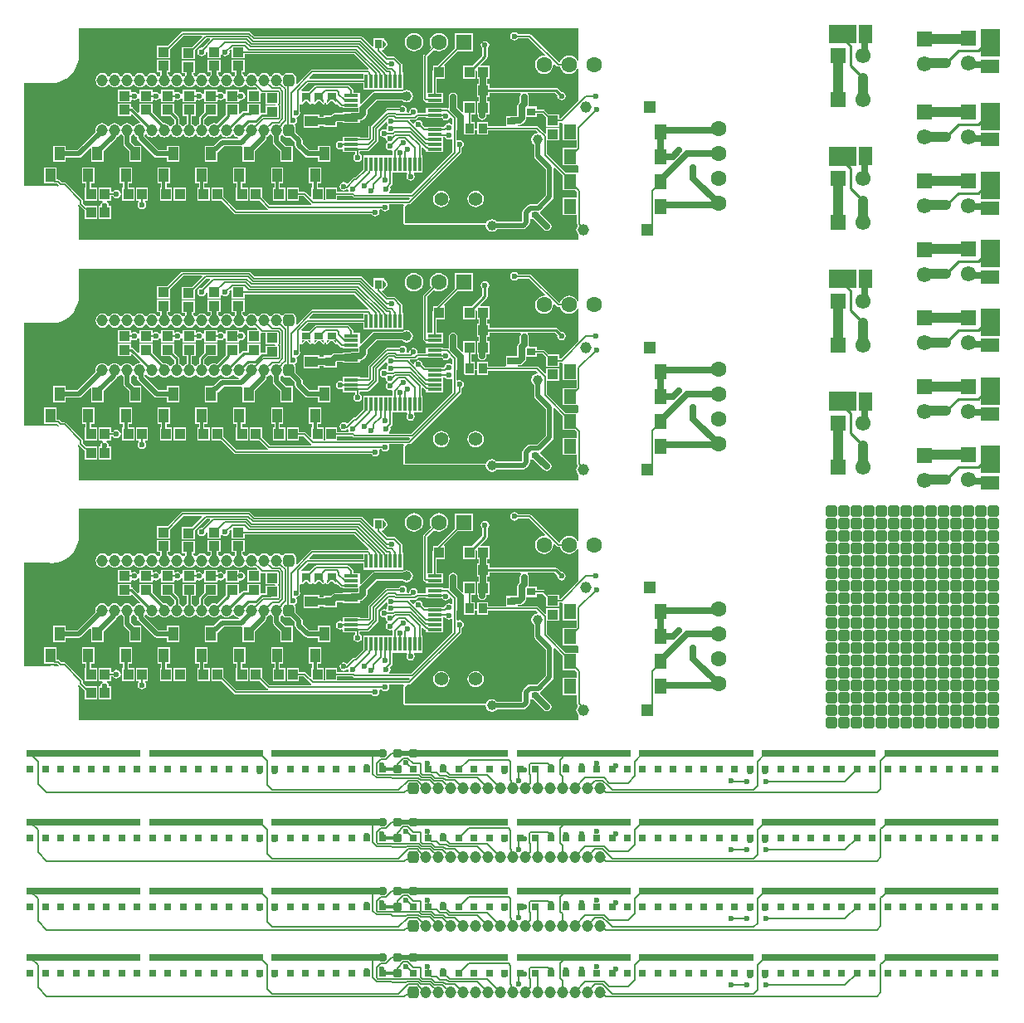
<source format=gtl>
G04*
G04 #@! TF.GenerationSoftware,Altium Limited,Altium Designer,20.1.14 (287)*
G04*
G04 Layer_Physical_Order=1*
G04 Layer_Color=255*
%FSLAX25Y25*%
%MOIN*%
G70*
G04*
G04 #@! TF.SameCoordinates,DA88C76E-B398-4153-8C2D-C889442453F1*
G04*
G04*
G04 #@! TF.FilePolarity,Positive*
G04*
G01*
G75*
%ADD10R,0.05315X0.07284*%
%ADD11C,0.03937*%
%ADD12C,0.01000*%
%ADD13C,0.02500*%
%ADD14R,0.07284X0.05315*%
%ADD15R,0.03150X0.03740*%
%ADD16R,0.03937X0.04331*%
%ADD17R,0.05118X0.05906*%
%ADD18R,0.03937X0.05512*%
%ADD19R,0.04331X0.03937*%
%ADD20R,0.03740X0.03150*%
%ADD21R,0.03543X0.03150*%
%ADD22R,0.03543X0.04134*%
%ADD23R,0.02953X0.02362*%
%ADD24R,0.04134X0.03740*%
%ADD25R,0.05315X0.04331*%
%ADD26R,0.01181X0.05807*%
%ADD27R,0.05807X0.01181*%
%ADD28C,0.00600*%
%ADD29C,0.01968*%
%ADD30C,0.01500*%
%ADD31C,0.01200*%
%ADD32C,0.02000*%
G04:AMPARAMS|DCode=33|XSize=31.5mil|YSize=31.5mil|CornerRadius=7.87mil|HoleSize=0mil|Usage=FLASHONLY|Rotation=0.000|XOffset=0mil|YOffset=0mil|HoleType=Round|Shape=RoundedRectangle|*
%AMROUNDEDRECTD33*
21,1,0.03150,0.01575,0,0,0.0*
21,1,0.01575,0.03150,0,0,0.0*
1,1,0.01575,0.00787,-0.00787*
1,1,0.01575,-0.00787,-0.00787*
1,1,0.01575,-0.00787,0.00787*
1,1,0.01575,0.00787,0.00787*
%
%ADD33ROUNDEDRECTD33*%
%ADD34R,0.03150X0.03150*%
G04:AMPARAMS|DCode=35|XSize=31.5mil|YSize=31.5mil|CornerRadius=4.72mil|HoleSize=0mil|Usage=FLASHONLY|Rotation=0.000|XOffset=0mil|YOffset=0mil|HoleType=Round|Shape=RoundedRectangle|*
%AMROUNDEDRECTD35*
21,1,0.03150,0.02205,0,0,0.0*
21,1,0.02205,0.03150,0,0,0.0*
1,1,0.00945,0.01102,-0.01102*
1,1,0.00945,-0.01102,-0.01102*
1,1,0.00945,-0.01102,0.01102*
1,1,0.00945,0.01102,0.01102*
%
%ADD35ROUNDEDRECTD35*%
G04:AMPARAMS|DCode=36|XSize=31.5mil|YSize=31.5mil|CornerRadius=3.15mil|HoleSize=0mil|Usage=FLASHONLY|Rotation=0.000|XOffset=0mil|YOffset=0mil|HoleType=Round|Shape=RoundedRectangle|*
%AMROUNDEDRECTD36*
21,1,0.03150,0.02520,0,0,0.0*
21,1,0.02520,0.03150,0,0,0.0*
1,1,0.00630,0.01260,-0.01260*
1,1,0.00630,-0.01260,-0.01260*
1,1,0.00630,-0.01260,0.01260*
1,1,0.00630,0.01260,0.01260*
%
%ADD36ROUNDEDRECTD36*%
%ADD37C,0.00500*%
G04:AMPARAMS|DCode=38|XSize=44mil|YSize=44mil|CornerRadius=5.5mil|HoleSize=0mil|Usage=FLASHONLY|Rotation=180.000|XOffset=0mil|YOffset=0mil|HoleType=Round|Shape=RoundedRectangle|*
%AMROUNDEDRECTD38*
21,1,0.04400,0.03300,0,0,180.0*
21,1,0.03300,0.04400,0,0,180.0*
1,1,0.01100,-0.01650,0.01650*
1,1,0.01100,0.01650,0.01650*
1,1,0.01100,0.01650,-0.01650*
1,1,0.01100,-0.01650,-0.01650*
%
%ADD38ROUNDEDRECTD38*%
%ADD39C,0.06102*%
%ADD40R,0.06102X0.06102*%
%ADD41R,0.06102X0.06102*%
%ADD42C,0.07874*%
%ADD43C,0.06299*%
%ADD44C,0.04528*%
%ADD45R,0.04528X0.04528*%
%ADD46C,0.05512*%
G04:AMPARAMS|DCode=47|XSize=44mil|YSize=47mil|CornerRadius=11mil|HoleSize=0mil|Usage=FLASHONLY|Rotation=0.000|XOffset=0mil|YOffset=0mil|HoleType=Round|Shape=RoundedRectangle|*
%AMROUNDEDRECTD47*
21,1,0.04400,0.02500,0,0,0.0*
21,1,0.02200,0.04700,0,0,0.0*
1,1,0.02200,0.01100,-0.01250*
1,1,0.02200,-0.01100,-0.01250*
1,1,0.02200,-0.01100,0.01250*
1,1,0.02200,0.01100,0.01250*
%
%ADD47ROUNDEDRECTD47*%
%ADD48O,0.04400X0.04700*%
%ADD49R,0.06299X0.06299*%
%ADD50C,0.02362*%
%ADD51C,0.03937*%
G36*
X335039Y385039D02*
X324016D01*
Y392520D01*
X335039D01*
Y385039D01*
D02*
G37*
G36*
X392520Y379528D02*
X385039D01*
Y390551D01*
X392520D01*
Y379528D01*
D02*
G37*
G36*
X223425Y378002D02*
X222925Y377902D01*
X222794Y378219D01*
X222209Y378981D01*
X221447Y379566D01*
X220559Y379934D01*
X219606Y380059D01*
X218653Y379934D01*
X217766Y379566D01*
X217003Y378981D01*
X216418Y378219D01*
X216051Y377331D01*
X216033Y377194D01*
X215530D01*
X204351Y388372D01*
X204087Y388549D01*
X203774Y388611D01*
X203774Y388611D01*
X199115D01*
X198850Y389007D01*
X198294Y389379D01*
X197638Y389509D01*
X196982Y389379D01*
X196426Y389007D01*
X196054Y388451D01*
X195924Y387795D01*
X196054Y387139D01*
X196426Y386583D01*
X196982Y386212D01*
X197638Y386081D01*
X198294Y386212D01*
X198850Y386583D01*
X199115Y386980D01*
X203437D01*
X209921Y380495D01*
X209700Y380047D01*
X209606Y380059D01*
X208653Y379934D01*
X207766Y379566D01*
X207003Y378981D01*
X206418Y378219D01*
X206051Y377331D01*
X205925Y376378D01*
X206051Y375425D01*
X206418Y374537D01*
X207003Y373775D01*
X207766Y373190D01*
X208653Y372822D01*
X209606Y372697D01*
X210559Y372822D01*
X211447Y373190D01*
X212209Y373775D01*
X212794Y374537D01*
X213162Y375425D01*
X213287Y376378D01*
X213275Y376472D01*
X213723Y376693D01*
X214615Y375801D01*
X214615Y375801D01*
X214880Y375624D01*
X215192Y375562D01*
X216033D01*
X216051Y375425D01*
X216418Y374537D01*
X217003Y373775D01*
X217766Y373190D01*
X218653Y372822D01*
X219606Y372697D01*
X220559Y372822D01*
X221447Y373190D01*
X222209Y373775D01*
X222794Y374537D01*
X222925Y374854D01*
X223425Y374754D01*
Y361904D01*
X216274Y354753D01*
X215657D01*
Y356405D01*
X211480D01*
X209829Y358057D01*
X209564Y358234D01*
X209252Y358296D01*
X209252Y358296D01*
X206602D01*
Y359555D01*
X203573D01*
X203261Y360055D01*
X203359Y360546D01*
Y363386D01*
X203223Y364069D01*
X202853Y364622D01*
X202883Y364764D01*
X203026Y365122D01*
X213751D01*
X214866Y364006D01*
X214821Y363780D01*
X214952Y363124D01*
X215323Y362568D01*
X215880Y362196D01*
X216535Y362066D01*
X217191Y362196D01*
X217747Y362568D01*
X218119Y363124D01*
X218249Y363780D01*
X218119Y364436D01*
X217747Y364992D01*
X217191Y365363D01*
X216535Y365494D01*
X216308Y365448D01*
X214894Y366863D01*
X214563Y367084D01*
X214173Y367161D01*
X187508D01*
Y368807D01*
X186824D01*
Y370563D01*
X187508D01*
Y375894D01*
X184091D01*
X183900Y376356D01*
X186548Y379004D01*
X186769Y379334D01*
X186846Y379724D01*
Y382911D01*
X187039Y383040D01*
X187410Y383596D01*
X187541Y384252D01*
X187410Y384908D01*
X187039Y385464D01*
X186483Y385836D01*
X185827Y385966D01*
X185171Y385836D01*
X184615Y385464D01*
X184243Y384908D01*
X184113Y384252D01*
X184243Y383596D01*
X184615Y383040D01*
X184807Y382911D01*
Y380147D01*
X180554Y375894D01*
X177059D01*
Y370563D01*
X181996D01*
Y374070D01*
X182071Y374120D01*
X182571Y373853D01*
Y370563D01*
X183255D01*
Y368807D01*
X182571D01*
Y363476D01*
X183255D01*
Y361720D01*
X182571D01*
Y356390D01*
X182861D01*
Y355906D01*
X182997Y355223D01*
X183384Y354644D01*
X183963Y354257D01*
X184646Y354121D01*
X185328Y354257D01*
X185907Y354644D01*
X186294Y355223D01*
X186430Y355906D01*
Y356390D01*
X187508D01*
Y361720D01*
X186824D01*
Y363476D01*
X187508D01*
Y365122D01*
X200123D01*
X200267Y364764D01*
X200296Y364622D01*
X199926Y364069D01*
X199791Y363386D01*
Y361285D01*
X199329Y360823D01*
X198942Y360244D01*
X198806Y359561D01*
Y356283D01*
X198728Y355815D01*
X194185D01*
Y351665D01*
X193711Y351603D01*
X187114D01*
Y353354D01*
X182571D01*
Y350541D01*
X181799D01*
Y353354D01*
X180343D01*
Y356390D01*
X181996D01*
Y361720D01*
X177059D01*
Y357614D01*
X176597Y357422D01*
X174828Y359191D01*
Y363386D01*
X174692Y364069D01*
X174306Y364648D01*
X173727Y365034D01*
X173044Y365170D01*
X172361Y365034D01*
X171782Y364648D01*
X171396Y364069D01*
X171260Y363386D01*
Y359144D01*
X171016Y358959D01*
X170760Y358840D01*
X170526Y358887D01*
X170526Y358887D01*
X168907D01*
Y359161D01*
X162100D01*
Y356918D01*
X159110D01*
X158793Y357305D01*
X158801Y357341D01*
X158670Y357997D01*
X158299Y358553D01*
X157743Y358925D01*
X157087Y359055D01*
X156431Y358925D01*
X155875Y358553D01*
X155503Y357997D01*
X155373Y357341D01*
X155176Y357102D01*
X154529D01*
X154293Y357543D01*
X154339Y357612D01*
X154470Y358268D01*
X154339Y358924D01*
X153968Y359480D01*
X153411Y359851D01*
X152756Y359982D01*
X152100Y359851D01*
X151544Y359480D01*
X151279Y359083D01*
X146495D01*
X146183Y359021D01*
X145918Y358844D01*
X145918Y358844D01*
X139187Y352113D01*
X139010Y351849D01*
X138948Y351536D01*
X138948Y351536D01*
Y347076D01*
X135537D01*
Y347350D01*
X128730D01*
Y345864D01*
X128289Y345628D01*
X128215Y345678D01*
X127559Y345809D01*
X126903Y345678D01*
X126347Y345306D01*
X125976Y344750D01*
X125845Y344094D01*
X125976Y343439D01*
X126347Y342882D01*
X126903Y342511D01*
X127559Y342380D01*
X128215Y342511D01*
X128289Y342561D01*
X128730Y342325D01*
Y341232D01*
X133830D01*
Y340552D01*
X133434Y340287D01*
X133062Y339731D01*
X132932Y339075D01*
X133062Y338419D01*
X133434Y337863D01*
X133990Y337491D01*
X134646Y337361D01*
X135302Y337491D01*
X135858Y337863D01*
X136229Y338419D01*
X136360Y339075D01*
X136229Y339731D01*
X135858Y340287D01*
X135461Y340552D01*
Y341232D01*
X135537D01*
Y341622D01*
X138701D01*
X138701Y341622D01*
X139013Y341684D01*
X139278Y341861D01*
X142672Y345254D01*
X142848Y345519D01*
X142910Y345831D01*
X142910Y345831D01*
Y350418D01*
X145853Y353361D01*
X146396Y353197D01*
X146413Y353108D01*
X146785Y352552D01*
X146823Y352527D01*
Y352027D01*
X146819Y352025D01*
X146448Y351468D01*
X146317Y350813D01*
X146338Y350710D01*
X146104Y350509D01*
X145893Y350381D01*
X145288Y350502D01*
X144632Y350372D01*
X144076Y350000D01*
X143704Y349444D01*
X143574Y348788D01*
X143704Y348132D01*
X144076Y347576D01*
X144632Y347204D01*
X145288Y347074D01*
X145465Y347109D01*
X145923Y346850D01*
X146054Y346194D01*
X146425Y345638D01*
X146594Y345526D01*
Y345025D01*
X146426Y344913D01*
X146054Y344357D01*
X145924Y343701D01*
X146054Y343045D01*
X146426Y342489D01*
X146982Y342117D01*
X147638Y341987D01*
X148294Y342117D01*
X148320Y342135D01*
X148770Y341834D01*
X148765Y341810D01*
X148765Y341810D01*
Y340518D01*
X148765Y340518D01*
X148795Y340368D01*
X148550Y339957D01*
X148452Y339868D01*
X136901D01*
Y334215D01*
X133761Y331074D01*
X133408D01*
X133408Y331074D01*
X133096Y331012D01*
X132831Y330835D01*
X130656Y328660D01*
X130346Y328690D01*
X129790Y329062D01*
X129134Y329192D01*
X128478Y329062D01*
X127922Y328690D01*
X127550Y328134D01*
X127420Y327478D01*
X127550Y326822D01*
X127922Y326266D01*
X128478Y325894D01*
X129134Y325764D01*
X129790Y325894D01*
X130346Y326266D01*
X130415Y326370D01*
X130491Y326385D01*
X130916Y326168D01*
X131026Y326077D01*
X131094Y325735D01*
X131139Y325666D01*
X130904Y325225D01*
X126484D01*
Y327075D01*
X121547D01*
Y321956D01*
X120972D01*
Y327075D01*
X118641D01*
Y328634D01*
X119988D01*
Y335146D01*
X115051D01*
Y328634D01*
X116398D01*
Y327075D01*
X116035D01*
Y323420D01*
X115574Y323228D01*
X113815Y324986D01*
X113551Y325163D01*
X113239Y325225D01*
X113239Y325225D01*
X111130D01*
Y327075D01*
X106193D01*
Y321744D01*
X111130D01*
Y323594D01*
X112901D01*
X115931Y320564D01*
X115931Y320564D01*
X116064Y320475D01*
X116074Y320415D01*
X115912Y319975D01*
X99289D01*
X96169Y323095D01*
Y327075D01*
X91232D01*
Y321744D01*
X95213D01*
X98374Y318583D01*
X98374Y318583D01*
X98507Y318494D01*
X98517Y318434D01*
X98355Y317994D01*
X85916D01*
X80815Y323095D01*
Y327075D01*
X75878D01*
Y321744D01*
X79858D01*
X85001Y316601D01*
X85001Y316601D01*
X85266Y316425D01*
X85578Y316363D01*
X140255D01*
X140520Y315966D01*
X141076Y315595D01*
X141732Y315464D01*
X142388Y315595D01*
X142944Y315966D01*
X143316Y316522D01*
X143446Y317178D01*
X143316Y317834D01*
X143270Y317903D01*
X143506Y318344D01*
X144192D01*
X144457Y317947D01*
X145013Y317576D01*
X145669Y317445D01*
X146325Y317576D01*
X146881Y317947D01*
X147253Y318503D01*
X147383Y319159D01*
X147253Y319815D01*
X147207Y319884D01*
X147443Y320325D01*
X153158D01*
X153349Y319863D01*
X153161Y319674D01*
X153002Y319291D01*
X153002Y319291D01*
Y312598D01*
X153161Y312216D01*
X153543Y312057D01*
X185864D01*
X186066Y311811D01*
X186257Y310848D01*
X186803Y310031D01*
X187619Y309486D01*
X188583Y309294D01*
X189546Y309486D01*
X190362Y310031D01*
X190530Y310282D01*
X201191D01*
X201776Y310398D01*
X202272Y310730D01*
X203444Y311901D01*
X203775Y312397D01*
X203892Y312983D01*
Y313779D01*
X203929Y314264D01*
X205221D01*
X209329Y310156D01*
X209329Y310156D01*
X209908Y309769D01*
X210591Y309633D01*
X210591Y309633D01*
X210795D01*
X211478Y309769D01*
X212057Y310156D01*
X212444Y310735D01*
X212579Y311417D01*
X212444Y312100D01*
X212057Y312679D01*
X211478Y313066D01*
X211462Y313069D01*
X207882Y316649D01*
Y317295D01*
X208359Y317614D01*
X212892Y322147D01*
X213224Y322643D01*
X213340Y323228D01*
Y334760D01*
X213840Y334967D01*
X217020Y331787D01*
Y326035D01*
X221984D01*
X222806Y325213D01*
Y322941D01*
X217020D01*
Y316036D01*
X222806D01*
Y312521D01*
X222806Y312521D01*
X222868Y312209D01*
X223045Y311944D01*
X223163Y311826D01*
X222861Y311433D01*
X222583Y310761D01*
X222488Y310039D01*
X222583Y309318D01*
X222861Y308646D01*
X223304Y308068D01*
X223425Y307976D01*
Y305921D01*
X22588Y305921D01*
Y309449D01*
X22588Y309449D01*
Y315354D01*
X22560Y315422D01*
X22679Y316929D01*
X22545Y318629D01*
X22210Y320026D01*
X22684Y320148D01*
X22861Y319883D01*
X25091Y317654D01*
Y314264D01*
X30027D01*
Y319595D01*
X25457D01*
X24253Y320798D01*
Y321745D01*
X24191Y322057D01*
X24014Y322322D01*
X24014Y322322D01*
X17426Y328911D01*
X17161Y329087D01*
X16849Y329150D01*
X16849Y329150D01*
X15705D01*
X14844Y330011D01*
X14579Y330187D01*
X14267Y330250D01*
X14267Y330250D01*
X13689D01*
Y335146D01*
X8752D01*
Y328634D01*
X12810D01*
X12889Y328618D01*
X12889Y328618D01*
X13929D01*
X14641Y327906D01*
X14387Y327453D01*
X13511Y327663D01*
X11811Y327797D01*
X10658Y327707D01*
X803D01*
X803Y369144D01*
X4331D01*
X4331Y369144D01*
X10236D01*
X10304Y369172D01*
X11811Y369053D01*
X13511Y369187D01*
X15169Y369585D01*
X16745Y370238D01*
X18199Y371129D01*
X19496Y372236D01*
X20604Y373533D01*
X21495Y374987D01*
X22147Y376563D01*
X22545Y378221D01*
X22679Y379921D01*
X22588Y381074D01*
Y387795D01*
Y390930D01*
X223425Y390930D01*
Y378002D01*
D02*
G37*
G36*
X162100Y355012D02*
X168531D01*
X168877Y354494D01*
X169433Y354123D01*
X170089Y353992D01*
X170745Y354123D01*
X171301Y354494D01*
X171672Y355050D01*
X171689Y355131D01*
X172167Y355276D01*
X172806Y354637D01*
Y352724D01*
X172306Y352504D01*
X171916Y352765D01*
X171260Y352895D01*
X170604Y352765D01*
X170048Y352393D01*
X169676Y351837D01*
X169620Y351556D01*
X169063Y351239D01*
X168907Y351287D01*
Y351287D01*
X162100D01*
Y351287D01*
X161623Y351342D01*
X160743Y352221D01*
X160769Y352350D01*
X160639Y353006D01*
X160267Y353562D01*
X159711Y353933D01*
X159055Y354064D01*
X158399Y353933D01*
X157843Y353562D01*
X157472Y353006D01*
X157414Y352715D01*
X156871Y352550D01*
X155550Y353871D01*
X155757Y354371D01*
X157734D01*
X157734Y354371D01*
X158046Y354433D01*
X158310Y354610D01*
X158987Y355287D01*
X162100D01*
Y355012D01*
D02*
G37*
G36*
X392520Y350000D02*
X385039D01*
Y361024D01*
X392520D01*
Y350000D01*
D02*
G37*
G36*
X182571Y348220D02*
X187114D01*
Y349972D01*
X206327D01*
X207077Y349222D01*
X206832Y348760D01*
X205969Y348589D01*
X205152Y348043D01*
X204607Y347227D01*
X204415Y346263D01*
X204607Y345300D01*
X205152Y344484D01*
X205557Y344213D01*
Y339764D01*
X205674Y339178D01*
X206005Y338682D01*
X210282Y334406D01*
Y323862D01*
X206644Y320224D01*
X203877D01*
X203291Y320108D01*
X202795Y319776D01*
X201281Y318262D01*
X200949Y317766D01*
X200833Y317180D01*
Y313616D01*
X200557Y313340D01*
X190530D01*
X190362Y313591D01*
X189546Y314136D01*
X188583Y314328D01*
X187619Y314136D01*
X186803Y313591D01*
X186257Y312774D01*
X186222Y312598D01*
X153543D01*
Y319291D01*
X154577Y320325D01*
X155392D01*
X155392Y320325D01*
X155704Y320387D01*
X155969Y320564D01*
X176180Y340774D01*
X176180Y340774D01*
X176357Y341039D01*
X176419Y341351D01*
X176419Y341351D01*
Y342934D01*
X176815Y343199D01*
X177187Y343755D01*
X177317Y344411D01*
X177187Y345067D01*
X176815Y345623D01*
X176259Y345994D01*
X175603Y346125D01*
X174947Y345994D01*
X174879Y345949D01*
X174438Y346184D01*
Y350000D01*
X177256D01*
Y348220D01*
X181799D01*
Y350000D01*
X182571D01*
Y348220D01*
D02*
G37*
G36*
X170048Y346819D02*
X170604Y346448D01*
X171260Y346318D01*
X171916Y346448D01*
X172306Y346709D01*
X172806Y346489D01*
Y341264D01*
X156177Y324635D01*
X147446D01*
X147294Y325135D01*
X147360Y325179D01*
X147731Y325735D01*
X147862Y326391D01*
X147731Y327046D01*
X147630Y327198D01*
X148411Y327979D01*
X148411Y327979D01*
X148588Y328244D01*
X148650Y328556D01*
X148650Y328556D01*
Y333061D01*
X154374D01*
X154404Y333028D01*
X154595Y332561D01*
X154322Y332152D01*
X154191Y331496D01*
X154322Y330840D01*
X154693Y330284D01*
X155250Y329912D01*
X155905Y329782D01*
X156561Y329912D01*
X157117Y330284D01*
X157489Y330840D01*
X157620Y331496D01*
X157489Y332152D01*
X157216Y332561D01*
X157407Y333028D01*
X157437Y333061D01*
X160736D01*
Y339868D01*
X160461D01*
Y342869D01*
X160923Y343060D01*
X161660Y342324D01*
X161660Y342324D01*
X161924Y342147D01*
X162100Y342112D01*
Y341232D01*
X168907D01*
Y343201D01*
Y347314D01*
X169717D01*
X170048Y346819D01*
D02*
G37*
G36*
X335039Y335827D02*
X324016D01*
Y343307D01*
X335039D01*
Y335827D01*
D02*
G37*
G36*
X210327Y355252D02*
Y351468D01*
X215657D01*
Y353121D01*
X216594D01*
X216624Y353109D01*
X217020Y352693D01*
Y346036D01*
X222622D01*
Y343185D01*
X222378Y342941D01*
X217020D01*
Y336035D01*
X223138D01*
X223425Y335654D01*
Y333322D01*
X223138Y332941D01*
X218173D01*
X210671Y340443D01*
Y345957D01*
X215657D01*
Y350894D01*
X210327D01*
Y348939D01*
X209865Y348747D01*
X207248Y351364D01*
X206983Y351541D01*
X206671Y351603D01*
X206671Y351603D01*
X199315D01*
X198844Y351944D01*
X198857Y352153D01*
X199606D01*
X200289Y352289D01*
X200868Y352675D01*
X201852Y353660D01*
X201852Y353660D01*
X202239Y354239D01*
X202375Y354921D01*
X202375Y354921D01*
Y355405D01*
X206602D01*
Y356665D01*
X208914D01*
X210327Y355252D01*
D02*
G37*
G36*
X392520Y322441D02*
X385039D01*
Y333465D01*
X392520D01*
Y322441D01*
D02*
G37*
G36*
X132922Y323242D02*
X132922Y323242D01*
X133187Y323065D01*
X133499Y323003D01*
X155448D01*
X155640Y322541D01*
X155054Y321956D01*
X126484D01*
Y323594D01*
X132570D01*
X132922Y323242D01*
D02*
G37*
G36*
X392520Y294882D02*
X385039D01*
Y305906D01*
X392520D01*
Y294882D01*
D02*
G37*
G36*
X335039Y286614D02*
X324016D01*
Y294094D01*
X335039D01*
Y286614D01*
D02*
G37*
G36*
X223425Y281545D02*
X222925Y281446D01*
X222794Y281762D01*
X222209Y282524D01*
X221447Y283109D01*
X220559Y283477D01*
X219606Y283602D01*
X218653Y283477D01*
X217766Y283109D01*
X217003Y282524D01*
X216418Y281762D01*
X216051Y280874D01*
X216033Y280737D01*
X215530D01*
X204351Y291915D01*
X204087Y292092D01*
X203774Y292154D01*
X203774Y292154D01*
X199115D01*
X198850Y292551D01*
X198294Y292922D01*
X197638Y293053D01*
X196982Y292922D01*
X196426Y292551D01*
X196054Y291995D01*
X195924Y291339D01*
X196054Y290683D01*
X196426Y290127D01*
X196982Y289755D01*
X197638Y289625D01*
X198294Y289755D01*
X198850Y290127D01*
X199115Y290523D01*
X203437D01*
X209921Y284038D01*
X209700Y283590D01*
X209606Y283602D01*
X208653Y283477D01*
X207766Y283109D01*
X207003Y282524D01*
X206418Y281762D01*
X206051Y280874D01*
X205925Y279921D01*
X206051Y278969D01*
X206418Y278081D01*
X207003Y277318D01*
X207766Y276733D01*
X208653Y276366D01*
X209606Y276240D01*
X210559Y276366D01*
X211447Y276733D01*
X212209Y277318D01*
X212794Y278081D01*
X213162Y278969D01*
X213287Y279921D01*
X213275Y280015D01*
X213723Y280236D01*
X214615Y279345D01*
X214615Y279345D01*
X214880Y279168D01*
X215192Y279106D01*
X216033D01*
X216051Y278969D01*
X216418Y278081D01*
X217003Y277318D01*
X217766Y276733D01*
X218653Y276366D01*
X219606Y276240D01*
X220559Y276366D01*
X221447Y276733D01*
X222209Y277318D01*
X222794Y278081D01*
X222925Y278397D01*
X223425Y278297D01*
Y265447D01*
X216274Y258296D01*
X215657D01*
Y259949D01*
X211480D01*
X209829Y261600D01*
X209564Y261777D01*
X209252Y261839D01*
X209252Y261839D01*
X206602D01*
Y263099D01*
X203573D01*
X203261Y263598D01*
X203359Y264089D01*
Y266929D01*
X203223Y267612D01*
X202853Y268165D01*
X202883Y268307D01*
X203026Y268666D01*
X213751D01*
X214866Y267550D01*
X214821Y267323D01*
X214952Y266667D01*
X215323Y266111D01*
X215880Y265739D01*
X216535Y265609D01*
X217191Y265739D01*
X217747Y266111D01*
X218119Y266667D01*
X218249Y267323D01*
X218119Y267979D01*
X217747Y268535D01*
X217191Y268906D01*
X216535Y269037D01*
X216308Y268992D01*
X214894Y270406D01*
X214563Y270627D01*
X214173Y270705D01*
X187508D01*
Y272350D01*
X186824D01*
Y274106D01*
X187508D01*
Y279437D01*
X184091D01*
X183900Y279899D01*
X186548Y282547D01*
X186769Y282878D01*
X186846Y283268D01*
Y286455D01*
X187039Y286583D01*
X187410Y287139D01*
X187541Y287795D01*
X187410Y288451D01*
X187039Y289007D01*
X186483Y289379D01*
X185827Y289509D01*
X185171Y289379D01*
X184615Y289007D01*
X184243Y288451D01*
X184113Y287795D01*
X184243Y287139D01*
X184615Y286583D01*
X184807Y286455D01*
Y283690D01*
X180554Y279437D01*
X177059D01*
Y274106D01*
X181996D01*
Y277613D01*
X182071Y277663D01*
X182571Y277396D01*
Y274106D01*
X183255D01*
Y272350D01*
X182571D01*
Y267020D01*
X183255D01*
Y265264D01*
X182571D01*
Y259933D01*
X182861D01*
Y259449D01*
X182997Y258766D01*
X183384Y258187D01*
X183963Y257800D01*
X184646Y257665D01*
X185328Y257800D01*
X185907Y258187D01*
X186294Y258766D01*
X186430Y259449D01*
Y259933D01*
X187508D01*
Y265264D01*
X186824D01*
Y267020D01*
X187508D01*
Y268666D01*
X200123D01*
X200267Y268307D01*
X200296Y268165D01*
X199926Y267612D01*
X199791Y266929D01*
Y264828D01*
X199329Y264367D01*
X198942Y263788D01*
X198806Y263105D01*
Y259826D01*
X198728Y259358D01*
X194185D01*
Y255209D01*
X193711Y255146D01*
X187114D01*
Y256898D01*
X182571D01*
Y254084D01*
X181799D01*
Y256898D01*
X180343D01*
Y259933D01*
X181996D01*
Y265264D01*
X177059D01*
Y261157D01*
X176597Y260966D01*
X174828Y262734D01*
Y266929D01*
X174692Y267612D01*
X174306Y268191D01*
X173727Y268578D01*
X173044Y268713D01*
X172361Y268578D01*
X171782Y268191D01*
X171396Y267612D01*
X171260Y266929D01*
Y262687D01*
X171016Y262503D01*
X170760Y262383D01*
X170526Y262430D01*
X170526Y262430D01*
X168907D01*
Y262705D01*
X162100D01*
Y260461D01*
X159110D01*
X158793Y260848D01*
X158801Y260884D01*
X158670Y261540D01*
X158299Y262096D01*
X157743Y262468D01*
X157087Y262598D01*
X156431Y262468D01*
X155875Y262096D01*
X155503Y261540D01*
X155373Y260884D01*
X155176Y260646D01*
X154529D01*
X154293Y261087D01*
X154339Y261155D01*
X154470Y261811D01*
X154339Y262467D01*
X153968Y263023D01*
X153411Y263394D01*
X152756Y263525D01*
X152100Y263394D01*
X151544Y263023D01*
X151279Y262627D01*
X146495D01*
X146183Y262564D01*
X145918Y262388D01*
X145918Y262388D01*
X139187Y255657D01*
X139010Y255392D01*
X138948Y255080D01*
X138948Y255080D01*
Y250619D01*
X135537D01*
Y250894D01*
X128730D01*
Y249407D01*
X128289Y249172D01*
X128215Y249221D01*
X127559Y249352D01*
X126903Y249221D01*
X126347Y248850D01*
X125976Y248294D01*
X125845Y247638D01*
X125976Y246982D01*
X126347Y246426D01*
X126903Y246054D01*
X127559Y245924D01*
X128215Y246054D01*
X128289Y246104D01*
X128730Y245868D01*
Y244776D01*
X133830D01*
Y244095D01*
X133434Y243830D01*
X133062Y243274D01*
X132932Y242618D01*
X133062Y241962D01*
X133434Y241406D01*
X133990Y241035D01*
X134646Y240904D01*
X135302Y241035D01*
X135858Y241406D01*
X136229Y241962D01*
X136360Y242618D01*
X136229Y243274D01*
X135858Y243830D01*
X135461Y244095D01*
Y244776D01*
X135537D01*
Y245165D01*
X138701D01*
X138701Y245165D01*
X139013Y245227D01*
X139278Y245404D01*
X142672Y248798D01*
X142848Y249062D01*
X142910Y249374D01*
X142910Y249375D01*
Y253962D01*
X145853Y256904D01*
X146396Y256740D01*
X146413Y256651D01*
X146785Y256095D01*
X146823Y256070D01*
Y255570D01*
X146819Y255568D01*
X146448Y255012D01*
X146317Y254356D01*
X146338Y254253D01*
X146104Y254052D01*
X145893Y253925D01*
X145288Y254045D01*
X144632Y253915D01*
X144076Y253543D01*
X143704Y252987D01*
X143574Y252331D01*
X143704Y251675D01*
X144076Y251119D01*
X144632Y250748D01*
X145288Y250617D01*
X145465Y250653D01*
X145923Y250394D01*
X146054Y249738D01*
X146425Y249182D01*
X146594Y249069D01*
Y248569D01*
X146426Y248456D01*
X146054Y247900D01*
X145924Y247244D01*
X146054Y246588D01*
X146426Y246032D01*
X146982Y245661D01*
X147638Y245530D01*
X148294Y245661D01*
X148320Y245678D01*
X148770Y245378D01*
X148765Y245353D01*
X148765Y245353D01*
Y244061D01*
X148765Y244061D01*
X148795Y243912D01*
X148550Y243500D01*
X148452Y243411D01*
X136901D01*
Y237758D01*
X133761Y234617D01*
X133408D01*
X133408Y234617D01*
X133096Y234555D01*
X132831Y234379D01*
X130656Y232203D01*
X130346Y232233D01*
X129790Y232605D01*
X129134Y232735D01*
X128478Y232605D01*
X127922Y232233D01*
X127550Y231677D01*
X127420Y231021D01*
X127550Y230365D01*
X127922Y229809D01*
X128478Y229438D01*
X129134Y229307D01*
X129790Y229438D01*
X130346Y229809D01*
X130415Y229913D01*
X130491Y229928D01*
X130916Y229712D01*
X131026Y229620D01*
X131094Y229278D01*
X131139Y229209D01*
X130904Y228768D01*
X126484D01*
Y230618D01*
X121547D01*
Y225499D01*
X120972D01*
Y230618D01*
X118641D01*
Y232177D01*
X119988D01*
Y238689D01*
X115051D01*
Y232177D01*
X116398D01*
Y230618D01*
X116035D01*
Y226963D01*
X115574Y226771D01*
X113815Y228530D01*
X113551Y228706D01*
X113239Y228768D01*
X113239Y228768D01*
X111130D01*
Y230618D01*
X106193D01*
Y225287D01*
X111130D01*
Y227137D01*
X112901D01*
X115931Y224107D01*
X115931Y224107D01*
X116064Y224018D01*
X116074Y223958D01*
X115912Y223518D01*
X99289D01*
X96169Y226638D01*
Y230618D01*
X91232D01*
Y225287D01*
X95213D01*
X98374Y222126D01*
X98374Y222126D01*
X98507Y222037D01*
X98517Y221977D01*
X98355Y221537D01*
X85916D01*
X80815Y226638D01*
Y230618D01*
X75878D01*
Y225287D01*
X79858D01*
X85001Y220145D01*
X85001Y220145D01*
X85266Y219968D01*
X85578Y219906D01*
X140255D01*
X140520Y219510D01*
X141076Y219138D01*
X141732Y219007D01*
X142388Y219138D01*
X142944Y219510D01*
X143316Y220065D01*
X143446Y220722D01*
X143316Y221377D01*
X143270Y221446D01*
X143506Y221887D01*
X144192D01*
X144457Y221491D01*
X145013Y221119D01*
X145669Y220988D01*
X146325Y221119D01*
X146881Y221491D01*
X147253Y222047D01*
X147383Y222703D01*
X147253Y223358D01*
X147207Y223427D01*
X147443Y223868D01*
X153158D01*
X153349Y223406D01*
X153161Y223217D01*
X153002Y222835D01*
X153002Y222835D01*
Y216142D01*
X153161Y215759D01*
X153543Y215601D01*
X185864D01*
X186066Y215354D01*
X186257Y214391D01*
X186803Y213575D01*
X187619Y213029D01*
X188583Y212838D01*
X189546Y213029D01*
X190362Y213575D01*
X190530Y213825D01*
X201191D01*
X201776Y213941D01*
X202272Y214273D01*
X203444Y215444D01*
X203775Y215941D01*
X203892Y216526D01*
Y217323D01*
X203929Y217807D01*
X205221D01*
X209329Y213699D01*
X209329Y213699D01*
X209908Y213312D01*
X210591Y213176D01*
X210591Y213176D01*
X210795D01*
X211478Y213312D01*
X212057Y213699D01*
X212444Y214278D01*
X212579Y214961D01*
X212444Y215644D01*
X212057Y216222D01*
X211478Y216609D01*
X211462Y216612D01*
X207882Y220193D01*
Y220838D01*
X208359Y221157D01*
X212892Y225690D01*
X213224Y226186D01*
X213340Y226772D01*
Y238303D01*
X213840Y238510D01*
X217020Y235331D01*
Y229579D01*
X221984D01*
X222806Y228757D01*
Y226484D01*
X217020D01*
Y219579D01*
X222806D01*
Y216064D01*
X222806Y216064D01*
X222868Y215752D01*
X223045Y215487D01*
X223163Y215370D01*
X222861Y214977D01*
X222583Y214304D01*
X222488Y213583D01*
X222583Y212861D01*
X222861Y212189D01*
X223304Y211612D01*
X223425Y211519D01*
Y209464D01*
X22588Y209464D01*
Y212992D01*
X22588Y212992D01*
Y218898D01*
X22560Y218965D01*
X22679Y220473D01*
X22545Y222173D01*
X22210Y223569D01*
X22684Y223691D01*
X22861Y223426D01*
X25091Y221197D01*
Y217807D01*
X30027D01*
Y223138D01*
X25457D01*
X24253Y224341D01*
Y225288D01*
X24191Y225601D01*
X24014Y225865D01*
X24014Y225865D01*
X17426Y232454D01*
X17161Y232631D01*
X16849Y232693D01*
X16849Y232693D01*
X15705D01*
X14844Y233554D01*
X14579Y233731D01*
X14267Y233793D01*
X14267Y233793D01*
X13689D01*
Y238689D01*
X8752D01*
Y232177D01*
X12810D01*
X12889Y232161D01*
X12889Y232161D01*
X13929D01*
X14641Y231450D01*
X14387Y230997D01*
X13511Y231207D01*
X11811Y231341D01*
X10658Y231250D01*
X803D01*
X803Y272687D01*
X4331D01*
X4331Y272687D01*
X10236D01*
X10304Y272715D01*
X11811Y272597D01*
X13511Y272730D01*
X15169Y273128D01*
X16745Y273781D01*
X18199Y274672D01*
X19496Y275780D01*
X20604Y277077D01*
X21495Y278531D01*
X22147Y280106D01*
X22545Y281764D01*
X22679Y283465D01*
X22588Y284618D01*
Y291339D01*
Y294473D01*
X223425Y294473D01*
Y281545D01*
D02*
G37*
G36*
X392520Y267323D02*
X385039D01*
Y278346D01*
X392520D01*
Y267323D01*
D02*
G37*
G36*
X162100Y258555D02*
X168531D01*
X168877Y258038D01*
X169433Y257666D01*
X170089Y257536D01*
X170745Y257666D01*
X171301Y258038D01*
X171672Y258594D01*
X171689Y258675D01*
X172167Y258820D01*
X172806Y258180D01*
Y256267D01*
X172306Y256047D01*
X171916Y256308D01*
X171260Y256438D01*
X170604Y256308D01*
X170048Y255936D01*
X169676Y255380D01*
X169620Y255099D01*
X169063Y254782D01*
X168907Y254831D01*
Y254831D01*
X162100D01*
Y254831D01*
X161623Y254885D01*
X160743Y255764D01*
X160769Y255893D01*
X160639Y256549D01*
X160267Y257105D01*
X159711Y257476D01*
X159055Y257607D01*
X158399Y257476D01*
X157843Y257105D01*
X157472Y256549D01*
X157414Y256258D01*
X156871Y256093D01*
X155550Y257414D01*
X155757Y257914D01*
X157734D01*
X157734Y257914D01*
X158046Y257976D01*
X158310Y258153D01*
X158987Y258830D01*
X162100D01*
Y258555D01*
D02*
G37*
G36*
X182571Y251764D02*
X187114D01*
Y253515D01*
X206327D01*
X207077Y252766D01*
X206832Y252304D01*
X205969Y252132D01*
X205152Y251586D01*
X204607Y250770D01*
X204415Y249807D01*
X204607Y248844D01*
X205152Y248027D01*
X205557Y247756D01*
Y243307D01*
X205674Y242722D01*
X206005Y242226D01*
X210282Y237949D01*
Y227405D01*
X206644Y223768D01*
X203877D01*
X203291Y223651D01*
X202795Y223320D01*
X201281Y221805D01*
X200949Y221309D01*
X200833Y220724D01*
Y217159D01*
X200557Y216884D01*
X190530D01*
X190362Y217134D01*
X189546Y217680D01*
X188583Y217871D01*
X187619Y217680D01*
X186803Y217134D01*
X186257Y216318D01*
X186222Y216142D01*
X153543D01*
Y222835D01*
X154577Y223868D01*
X155392D01*
X155392Y223868D01*
X155704Y223930D01*
X155969Y224107D01*
X176180Y244318D01*
X176180Y244318D01*
X176357Y244582D01*
X176419Y244895D01*
X176419Y244895D01*
Y246477D01*
X176815Y246742D01*
X177187Y247298D01*
X177317Y247954D01*
X177187Y248610D01*
X176815Y249166D01*
X176259Y249538D01*
X175603Y249668D01*
X174947Y249538D01*
X174879Y249492D01*
X174438Y249728D01*
Y253543D01*
X177256D01*
Y251764D01*
X181799D01*
Y253543D01*
X182571D01*
Y251764D01*
D02*
G37*
G36*
X170048Y250363D02*
X170604Y249991D01*
X171260Y249861D01*
X171916Y249991D01*
X172306Y250252D01*
X172806Y250032D01*
Y244807D01*
X156177Y228178D01*
X147446D01*
X147294Y228678D01*
X147360Y228722D01*
X147731Y229278D01*
X147862Y229934D01*
X147731Y230590D01*
X147630Y230741D01*
X148411Y231522D01*
X148411Y231522D01*
X148588Y231787D01*
X148650Y232099D01*
X148650Y232099D01*
Y236604D01*
X154374D01*
X154404Y236571D01*
X154595Y236104D01*
X154322Y235695D01*
X154191Y235039D01*
X154322Y234384D01*
X154693Y233827D01*
X155250Y233456D01*
X155905Y233325D01*
X156561Y233456D01*
X157117Y233827D01*
X157489Y234384D01*
X157620Y235039D01*
X157489Y235695D01*
X157216Y236104D01*
X157407Y236571D01*
X157437Y236604D01*
X160736D01*
Y243411D01*
X160461D01*
Y246412D01*
X160923Y246604D01*
X161660Y245867D01*
X161660Y245867D01*
X161924Y245690D01*
X162100Y245655D01*
Y244776D01*
X168907D01*
Y246744D01*
Y250858D01*
X169717D01*
X170048Y250363D01*
D02*
G37*
G36*
X392520Y239764D02*
X385039D01*
Y250787D01*
X392520D01*
Y239764D01*
D02*
G37*
G36*
X335039Y237402D02*
X324016D01*
Y244882D01*
X335039D01*
Y237402D01*
D02*
G37*
G36*
X210327Y258795D02*
Y255012D01*
X215657D01*
Y256665D01*
X216594D01*
X216624Y256652D01*
X217020Y256236D01*
Y249579D01*
X222622D01*
Y246728D01*
X222378Y246484D01*
X217020D01*
Y239579D01*
X223138D01*
X223425Y239198D01*
Y236865D01*
X223138Y236484D01*
X218173D01*
X210671Y243987D01*
Y249500D01*
X215657D01*
Y254437D01*
X210327D01*
Y252482D01*
X209865Y252291D01*
X207248Y254907D01*
X206983Y255084D01*
X206671Y255146D01*
X206671Y255146D01*
X199315D01*
X198844Y255487D01*
X198857Y255696D01*
X199606D01*
X200289Y255832D01*
X200868Y256219D01*
X201852Y257203D01*
X201852Y257203D01*
X202239Y257782D01*
X202375Y258465D01*
X202375Y258465D01*
Y258949D01*
X206602D01*
Y260208D01*
X208914D01*
X210327Y258795D01*
D02*
G37*
G36*
X132922Y226785D02*
X132922Y226785D01*
X133187Y226609D01*
X133499Y226547D01*
X155448D01*
X155640Y226085D01*
X155054Y225499D01*
X126484D01*
Y227137D01*
X132570D01*
X132922Y226785D01*
D02*
G37*
G36*
X392520Y212205D02*
X385039D01*
Y223228D01*
X392520D01*
Y212205D01*
D02*
G37*
G36*
X223425Y185088D02*
X222925Y184989D01*
X222794Y185305D01*
X222209Y186067D01*
X221447Y186653D01*
X220559Y187020D01*
X219606Y187146D01*
X218653Y187020D01*
X217766Y186653D01*
X217003Y186067D01*
X216418Y185305D01*
X216051Y184417D01*
X216033Y184280D01*
X215530D01*
X204351Y195459D01*
X204087Y195635D01*
X203774Y195698D01*
X203774Y195698D01*
X199115D01*
X198850Y196094D01*
X198294Y196466D01*
X197638Y196596D01*
X196982Y196466D01*
X196426Y196094D01*
X196054Y195538D01*
X195924Y194882D01*
X196054Y194226D01*
X196426Y193670D01*
X196982Y193298D01*
X197638Y193168D01*
X198294Y193298D01*
X198850Y193670D01*
X199115Y194066D01*
X203437D01*
X209921Y187582D01*
X209700Y187133D01*
X209606Y187146D01*
X208653Y187020D01*
X207766Y186653D01*
X207003Y186067D01*
X206418Y185305D01*
X206051Y184417D01*
X205925Y183465D01*
X206051Y182512D01*
X206418Y181624D01*
X207003Y180862D01*
X207766Y180277D01*
X208653Y179909D01*
X209606Y179783D01*
X210559Y179909D01*
X211447Y180277D01*
X212209Y180862D01*
X212794Y181624D01*
X213162Y182512D01*
X213287Y183465D01*
X213275Y183558D01*
X213723Y183780D01*
X214615Y182888D01*
X214615Y182888D01*
X214880Y182711D01*
X215192Y182649D01*
X216033D01*
X216051Y182512D01*
X216418Y181624D01*
X217003Y180862D01*
X217766Y180277D01*
X218653Y179909D01*
X219606Y179783D01*
X220559Y179909D01*
X221447Y180277D01*
X222209Y180862D01*
X222794Y181624D01*
X222925Y181940D01*
X223425Y181841D01*
Y168990D01*
X216274Y161839D01*
X215657D01*
Y163492D01*
X211480D01*
X209829Y165144D01*
X209564Y165321D01*
X209252Y165383D01*
X209252Y165383D01*
X206602D01*
Y166642D01*
X203573D01*
X203261Y167142D01*
X203359Y167632D01*
Y170473D01*
X203223Y171155D01*
X202853Y171709D01*
X202883Y171851D01*
X203026Y172209D01*
X213751D01*
X214866Y171093D01*
X214821Y170866D01*
X214952Y170210D01*
X215323Y169654D01*
X215880Y169283D01*
X216535Y169152D01*
X217191Y169283D01*
X217747Y169654D01*
X218119Y170210D01*
X218249Y170866D01*
X218119Y171522D01*
X217747Y172078D01*
X217191Y172450D01*
X216535Y172580D01*
X216308Y172535D01*
X214894Y173949D01*
X214563Y174170D01*
X214173Y174248D01*
X187508D01*
Y175894D01*
X186824D01*
Y177650D01*
X187508D01*
Y182980D01*
X184091D01*
X183900Y183442D01*
X186548Y186090D01*
X186769Y186421D01*
X186846Y186811D01*
Y189998D01*
X187039Y190127D01*
X187410Y190683D01*
X187541Y191339D01*
X187410Y191995D01*
X187039Y192551D01*
X186483Y192922D01*
X185827Y193053D01*
X185171Y192922D01*
X184615Y192551D01*
X184243Y191995D01*
X184113Y191339D01*
X184243Y190683D01*
X184615Y190127D01*
X184807Y189998D01*
Y187233D01*
X180554Y182980D01*
X177059D01*
Y177650D01*
X181996D01*
Y181157D01*
X182071Y181207D01*
X182571Y180940D01*
Y177650D01*
X183255D01*
Y175894D01*
X182571D01*
Y170563D01*
X183255D01*
Y168807D01*
X182571D01*
Y163476D01*
X182861D01*
Y162992D01*
X182997Y162309D01*
X183384Y161731D01*
X183963Y161344D01*
X184646Y161208D01*
X185328Y161344D01*
X185907Y161731D01*
X186294Y162309D01*
X186430Y162992D01*
Y163476D01*
X187508D01*
Y168807D01*
X186824D01*
Y170563D01*
X187508D01*
Y172209D01*
X200123D01*
X200267Y171851D01*
X200296Y171709D01*
X199926Y171155D01*
X199791Y170473D01*
Y168371D01*
X199329Y167910D01*
X198942Y167331D01*
X198806Y166648D01*
Y163369D01*
X198728Y162902D01*
X194185D01*
Y158752D01*
X193711Y158690D01*
X187114D01*
Y160441D01*
X182571D01*
Y157628D01*
X181799D01*
Y160441D01*
X180343D01*
Y163476D01*
X181996D01*
Y168807D01*
X177059D01*
Y164700D01*
X176597Y164509D01*
X174828Y166278D01*
Y170473D01*
X174692Y171155D01*
X174306Y171734D01*
X173727Y172121D01*
X173044Y172257D01*
X172361Y172121D01*
X171782Y171734D01*
X171396Y171155D01*
X171260Y170473D01*
Y166231D01*
X171016Y166046D01*
X170760Y165927D01*
X170526Y165973D01*
X170526Y165973D01*
X168907D01*
Y166248D01*
X162100D01*
Y164005D01*
X159110D01*
X158793Y164391D01*
X158801Y164428D01*
X158670Y165084D01*
X158299Y165640D01*
X157743Y166011D01*
X157087Y166142D01*
X156431Y166011D01*
X155875Y165640D01*
X155503Y165084D01*
X155373Y164428D01*
X155176Y164189D01*
X154529D01*
X154293Y164630D01*
X154339Y164698D01*
X154470Y165354D01*
X154339Y166010D01*
X153968Y166566D01*
X153411Y166938D01*
X152756Y167068D01*
X152100Y166938D01*
X151544Y166566D01*
X151279Y166170D01*
X146495D01*
X146183Y166108D01*
X145918Y165931D01*
X145918Y165931D01*
X139187Y159200D01*
X139010Y158935D01*
X138948Y158623D01*
X138948Y158623D01*
Y154162D01*
X135537D01*
Y154437D01*
X128730D01*
Y152951D01*
X128289Y152715D01*
X128215Y152765D01*
X127559Y152895D01*
X126903Y152765D01*
X126347Y152393D01*
X125976Y151837D01*
X125845Y151181D01*
X125976Y150525D01*
X126347Y149969D01*
X126903Y149598D01*
X127559Y149467D01*
X128215Y149598D01*
X128289Y149647D01*
X128730Y149412D01*
Y148319D01*
X133830D01*
Y147638D01*
X133434Y147373D01*
X133062Y146817D01*
X132932Y146161D01*
X133062Y145505D01*
X133434Y144949D01*
X133990Y144578D01*
X134646Y144447D01*
X135302Y144578D01*
X135858Y144949D01*
X136229Y145505D01*
X136360Y146161D01*
X136229Y146817D01*
X135858Y147373D01*
X135461Y147638D01*
Y148319D01*
X135537D01*
Y148709D01*
X138701D01*
X138701Y148709D01*
X139013Y148771D01*
X139278Y148948D01*
X142672Y152341D01*
X142848Y152606D01*
X142910Y152918D01*
X142910Y152918D01*
Y157505D01*
X145853Y160448D01*
X146396Y160283D01*
X146413Y160195D01*
X146785Y159639D01*
X146823Y159613D01*
Y159113D01*
X146819Y159111D01*
X146448Y158555D01*
X146317Y157899D01*
X146338Y157796D01*
X146104Y157596D01*
X145893Y157468D01*
X145288Y157589D01*
X144632Y157458D01*
X144076Y157087D01*
X143704Y156530D01*
X143574Y155875D01*
X143704Y155219D01*
X144076Y154663D01*
X144632Y154291D01*
X145288Y154160D01*
X145465Y154196D01*
X145923Y153937D01*
X146054Y153281D01*
X146425Y152725D01*
X146594Y152612D01*
Y152112D01*
X146426Y151999D01*
X146054Y151443D01*
X145924Y150787D01*
X146054Y150131D01*
X146426Y149575D01*
X146982Y149204D01*
X147638Y149073D01*
X148294Y149204D01*
X148320Y149222D01*
X148770Y148921D01*
X148765Y148896D01*
X148765Y148896D01*
Y147605D01*
X148765Y147605D01*
X148795Y147455D01*
X148550Y147043D01*
X148452Y146955D01*
X136901D01*
Y141301D01*
X133761Y138161D01*
X133408D01*
X133408Y138161D01*
X133096Y138099D01*
X132831Y137922D01*
X130656Y135746D01*
X130346Y135777D01*
X129790Y136148D01*
X129134Y136279D01*
X128478Y136148D01*
X127922Y135777D01*
X127550Y135221D01*
X127420Y134565D01*
X127550Y133909D01*
X127922Y133353D01*
X128478Y132981D01*
X129134Y132851D01*
X129790Y132981D01*
X130346Y133353D01*
X130415Y133456D01*
X130491Y133471D01*
X130916Y133255D01*
X131026Y133163D01*
X131094Y132821D01*
X131139Y132753D01*
X130904Y132312D01*
X126484D01*
Y134161D01*
X121547D01*
Y129043D01*
X120972D01*
Y134161D01*
X118641D01*
Y135721D01*
X119988D01*
Y142232D01*
X115051D01*
Y135721D01*
X116398D01*
Y134161D01*
X116035D01*
Y130506D01*
X115574Y130315D01*
X113815Y132073D01*
X113551Y132250D01*
X113239Y132312D01*
X113239Y132312D01*
X111130D01*
Y134161D01*
X106193D01*
Y128831D01*
X111130D01*
Y130680D01*
X112901D01*
X115931Y127650D01*
X115931Y127650D01*
X116064Y127561D01*
X116074Y127501D01*
X115912Y127061D01*
X99289D01*
X96169Y130181D01*
Y134161D01*
X91232D01*
Y128831D01*
X95213D01*
X98374Y125669D01*
X98374Y125669D01*
X98507Y125580D01*
X98517Y125520D01*
X98355Y125080D01*
X85916D01*
X80815Y130181D01*
Y134161D01*
X75878D01*
Y128831D01*
X79858D01*
X85001Y123688D01*
X85001Y123688D01*
X85266Y123511D01*
X85578Y123449D01*
X140255D01*
X140520Y123053D01*
X141076Y122681D01*
X141732Y122551D01*
X142388Y122681D01*
X142944Y123053D01*
X143316Y123609D01*
X143446Y124265D01*
X143316Y124921D01*
X143270Y124989D01*
X143506Y125430D01*
X144192D01*
X144457Y125034D01*
X145013Y124662D01*
X145669Y124532D01*
X146325Y124662D01*
X146881Y125034D01*
X147253Y125590D01*
X147383Y126246D01*
X147253Y126902D01*
X147207Y126970D01*
X147443Y127411D01*
X153158D01*
X153349Y126949D01*
X153161Y126761D01*
X153002Y126378D01*
X153002Y126378D01*
Y119685D01*
X153161Y119302D01*
X153543Y119144D01*
X185864D01*
X186066Y118898D01*
X186257Y117935D01*
X186803Y117118D01*
X187619Y116572D01*
X188583Y116381D01*
X189546Y116572D01*
X190362Y117118D01*
X190530Y117368D01*
X201191D01*
X201776Y117485D01*
X202272Y117816D01*
X203444Y118988D01*
X203775Y119484D01*
X203892Y120069D01*
Y120866D01*
X203929Y121350D01*
X205221D01*
X209329Y117242D01*
X209329Y117242D01*
X209908Y116856D01*
X210591Y116720D01*
X210591Y116720D01*
X210795D01*
X211478Y116856D01*
X212057Y117242D01*
X212444Y117821D01*
X212579Y118504D01*
X212444Y119187D01*
X212057Y119766D01*
X211478Y120152D01*
X211462Y120156D01*
X207882Y123736D01*
Y124381D01*
X208359Y124700D01*
X212892Y129234D01*
X213224Y129730D01*
X213340Y130315D01*
Y141846D01*
X213840Y142053D01*
X217020Y138874D01*
Y133122D01*
X221984D01*
X222806Y132300D01*
Y130028D01*
X217020D01*
Y123122D01*
X222806D01*
Y119607D01*
X222806Y119607D01*
X222868Y119295D01*
X223045Y119030D01*
X223163Y118913D01*
X222861Y118520D01*
X222583Y117848D01*
X222488Y117126D01*
X222583Y116404D01*
X222861Y115732D01*
X223304Y115155D01*
X223425Y115062D01*
Y113007D01*
X22588Y113007D01*
Y116535D01*
X22588Y116535D01*
Y122441D01*
X22560Y122508D01*
X22679Y124016D01*
X22545Y125716D01*
X22210Y127112D01*
X22684Y127234D01*
X22861Y126970D01*
X25091Y124740D01*
Y121350D01*
X30027D01*
Y126681D01*
X25457D01*
X24253Y127884D01*
Y128832D01*
X24191Y129144D01*
X24014Y129409D01*
X24014Y129409D01*
X17426Y135997D01*
X17161Y136174D01*
X16849Y136236D01*
X16849Y136236D01*
X15705D01*
X14844Y137097D01*
X14579Y137274D01*
X14267Y137336D01*
X14267Y137336D01*
X13689D01*
Y142232D01*
X8752D01*
Y135721D01*
X12810D01*
X12889Y135705D01*
X12889Y135705D01*
X13929D01*
X14641Y134993D01*
X14387Y134540D01*
X13511Y134750D01*
X11811Y134884D01*
X10658Y134793D01*
X803D01*
X803Y176230D01*
X4331D01*
X4331Y176231D01*
X10236D01*
X10304Y176258D01*
X11811Y176140D01*
X13511Y176274D01*
X15169Y176672D01*
X16745Y177324D01*
X18199Y178215D01*
X19496Y179323D01*
X20604Y180620D01*
X21495Y182074D01*
X22147Y183650D01*
X22545Y185308D01*
X22679Y187008D01*
X22588Y188161D01*
Y194882D01*
Y198016D01*
X223425Y198016D01*
Y185088D01*
D02*
G37*
G36*
X162100Y162099D02*
X168531D01*
X168877Y161581D01*
X169433Y161209D01*
X170089Y161079D01*
X170745Y161209D01*
X171301Y161581D01*
X171672Y162137D01*
X171689Y162218D01*
X172167Y162363D01*
X172806Y161724D01*
Y159810D01*
X172306Y159590D01*
X171916Y159851D01*
X171260Y159982D01*
X170604Y159851D01*
X170048Y159480D01*
X169676Y158924D01*
X169620Y158642D01*
X169063Y158326D01*
X168907Y158374D01*
Y158374D01*
X162100D01*
Y158374D01*
X161623Y158428D01*
X160743Y159308D01*
X160769Y159436D01*
X160639Y160092D01*
X160267Y160648D01*
X159711Y161020D01*
X159055Y161150D01*
X158399Y161020D01*
X157843Y160648D01*
X157472Y160092D01*
X157414Y159801D01*
X156871Y159637D01*
X155550Y160958D01*
X155757Y161458D01*
X157734D01*
X157734Y161458D01*
X158046Y161520D01*
X158310Y161696D01*
X158987Y162373D01*
X162100D01*
Y162099D01*
D02*
G37*
G36*
X182571Y155307D02*
X187114D01*
Y157058D01*
X206327D01*
X207077Y156309D01*
X206832Y155847D01*
X205969Y155675D01*
X205152Y155130D01*
X204607Y154313D01*
X204415Y153350D01*
X204607Y152387D01*
X205152Y151570D01*
X205557Y151300D01*
Y146850D01*
X205674Y146265D01*
X206005Y145769D01*
X210282Y141492D01*
Y130948D01*
X206644Y127311D01*
X203877D01*
X203291Y127194D01*
X202795Y126863D01*
X201281Y125348D01*
X200949Y124852D01*
X200833Y124267D01*
Y120703D01*
X200557Y120427D01*
X190530D01*
X190362Y120677D01*
X189546Y121223D01*
X188583Y121414D01*
X187619Y121223D01*
X186803Y120677D01*
X186257Y119861D01*
X186222Y119685D01*
X153543D01*
Y126378D01*
X154577Y127411D01*
X155392D01*
X155392Y127411D01*
X155704Y127473D01*
X155969Y127650D01*
X176180Y147861D01*
X176180Y147861D01*
X176357Y148126D01*
X176419Y148438D01*
X176419Y148438D01*
Y150021D01*
X176815Y150285D01*
X177187Y150841D01*
X177317Y151497D01*
X177187Y152153D01*
X176815Y152709D01*
X176259Y153081D01*
X175603Y153211D01*
X174947Y153081D01*
X174879Y153035D01*
X174438Y153271D01*
Y157087D01*
X177256D01*
Y155307D01*
X181799D01*
Y157087D01*
X182571D01*
Y155307D01*
D02*
G37*
G36*
X170048Y153906D02*
X170604Y153535D01*
X171260Y153404D01*
X171916Y153535D01*
X172306Y153796D01*
X172806Y153575D01*
Y148350D01*
X156177Y131721D01*
X147446D01*
X147294Y132221D01*
X147360Y132265D01*
X147731Y132821D01*
X147862Y133477D01*
X147731Y134133D01*
X147630Y134285D01*
X148411Y135066D01*
X148411Y135066D01*
X148588Y135330D01*
X148650Y135643D01*
X148650Y135643D01*
Y140148D01*
X154374D01*
X154404Y140114D01*
X154595Y139648D01*
X154322Y139239D01*
X154191Y138583D01*
X154322Y137927D01*
X154693Y137371D01*
X155250Y136999D01*
X155905Y136869D01*
X156561Y136999D01*
X157117Y137371D01*
X157489Y137927D01*
X157620Y138583D01*
X157489Y139239D01*
X157216Y139648D01*
X157407Y140114D01*
X157437Y140148D01*
X160736D01*
Y146955D01*
X160461D01*
Y149956D01*
X160923Y150147D01*
X161660Y149411D01*
X161660Y149411D01*
X161924Y149234D01*
X162100Y149199D01*
Y148319D01*
X168907D01*
Y150287D01*
Y154401D01*
X169717D01*
X170048Y153906D01*
D02*
G37*
G36*
X210327Y162339D02*
Y158555D01*
X215657D01*
Y160208D01*
X216594D01*
X216624Y160196D01*
X217020Y159779D01*
Y153122D01*
X222622D01*
Y150272D01*
X222378Y150028D01*
X217020D01*
Y143122D01*
X223138D01*
X223425Y142741D01*
Y140409D01*
X223138Y140028D01*
X218173D01*
X210671Y147530D01*
Y153043D01*
X215657D01*
Y157980D01*
X210327D01*
Y156025D01*
X209865Y155834D01*
X207248Y158451D01*
X206983Y158628D01*
X206671Y158690D01*
X206671Y158690D01*
X199315D01*
X198844Y159030D01*
X198857Y159239D01*
X199606D01*
X200289Y159375D01*
X200868Y159762D01*
X201852Y160746D01*
X201852Y160746D01*
X202239Y161325D01*
X202375Y162008D01*
X202375Y162008D01*
Y162492D01*
X206602D01*
Y163751D01*
X208914D01*
X210327Y162339D01*
D02*
G37*
G36*
X132922Y130329D02*
X132922Y130329D01*
X133187Y130152D01*
X133499Y130090D01*
X155448D01*
X155640Y129628D01*
X155054Y129043D01*
X126484D01*
Y130680D01*
X132570D01*
X132922Y130329D01*
D02*
G37*
%LPC*%
G36*
X91069Y389630D02*
X91069Y389630D01*
X64399D01*
X64399Y389630D01*
X64087Y389568D01*
X63823Y389391D01*
X63823Y389391D01*
X58321Y383889D01*
X54144D01*
Y378952D01*
X59474D01*
Y382736D01*
X64737Y387999D01*
X72013D01*
X72204Y387537D01*
X68164Y383496D01*
X63986D01*
Y378559D01*
X69317D01*
Y382342D01*
X73873Y386898D01*
X75293D01*
X75485Y386437D01*
X72223Y383175D01*
X72047Y383210D01*
X71391Y383080D01*
X70835Y382708D01*
X70464Y382152D01*
X70333Y381496D01*
X70464Y380840D01*
X70835Y380284D01*
X71391Y379912D01*
X72047Y379782D01*
X72703Y379912D01*
X73259Y380284D01*
X73631Y380840D01*
X73705Y381213D01*
X73723Y381302D01*
X74221Y381253D01*
X74223Y381237D01*
Y378952D01*
X79553D01*
Y380478D01*
X80053Y380629D01*
X80284Y380284D01*
X80840Y379912D01*
X81496Y379782D01*
X82152Y379912D01*
X82708Y380284D01*
X83080Y380840D01*
X83210Y381496D01*
X83117Y381964D01*
X83603Y382450D01*
X84065Y382258D01*
Y378952D01*
X89396D01*
Y380605D01*
X133298D01*
X139070Y374833D01*
X138970Y374525D01*
X138842Y374354D01*
X116471D01*
X116471Y374354D01*
X116159Y374292D01*
X115894Y374115D01*
X115894Y374115D01*
X110356Y368578D01*
X109896Y368824D01*
X109897Y368829D01*
Y371329D01*
X109773Y371953D01*
X109419Y372482D01*
X108890Y372836D01*
X108265Y372960D01*
X106065D01*
X105441Y372836D01*
X104912Y372482D01*
X104706Y372174D01*
X104120Y372117D01*
X104091Y372154D01*
X103527Y372587D01*
X102870Y372859D01*
X102165Y372952D01*
X101461Y372859D01*
X100804Y372587D01*
X100240Y372154D01*
X99968Y371800D01*
X99923Y371779D01*
X99408D01*
X99363Y371800D01*
X99091Y372154D01*
X98527Y372587D01*
X97870Y372859D01*
X97165Y372952D01*
X96460Y372859D01*
X95804Y372587D01*
X95240Y372154D01*
X94968Y371800D01*
X94923Y371779D01*
X94407D01*
X94363Y371800D01*
X94091Y372154D01*
X93527Y372587D01*
X92870Y372859D01*
X92165Y372952D01*
X91461Y372859D01*
X90804Y372587D01*
X90240Y372154D01*
X89968Y371800D01*
X89923Y371779D01*
X89407D01*
X89363Y371800D01*
X89091Y372154D01*
X88527Y372587D01*
X88461Y372615D01*
Y373441D01*
X89396D01*
Y378378D01*
X84065D01*
Y373441D01*
X85435D01*
Y372304D01*
X85240Y372154D01*
X84968Y371800D01*
X84923Y371779D01*
X84408D01*
X84363Y371800D01*
X84091Y372154D01*
X83527Y372587D01*
X82870Y372859D01*
X82165Y372952D01*
X81460Y372859D01*
X80804Y372587D01*
X80240Y372154D01*
X79968Y371800D01*
X79923Y371779D01*
X79408D01*
X79363Y371800D01*
X79091Y372154D01*
X78540Y372577D01*
Y373441D01*
X79553D01*
Y378378D01*
X74223D01*
Y373441D01*
X75513D01*
Y372364D01*
X75240Y372154D01*
X74968Y371800D01*
X74923Y371779D01*
X74408D01*
X74363Y371800D01*
X74091Y372154D01*
X73527Y372587D01*
X72870Y372859D01*
X72165Y372952D01*
X71460Y372859D01*
X70804Y372587D01*
X70240Y372154D01*
X69968Y371800D01*
X69923Y371779D01*
X69407D01*
X69363Y371800D01*
X69091Y372154D01*
X68580Y372547D01*
X68585Y372726D01*
X68721Y373047D01*
X69317D01*
Y377984D01*
X63986D01*
Y373047D01*
X65395D01*
Y372274D01*
X65240Y372154D01*
X64968Y371800D01*
X64923Y371779D01*
X64407D01*
X64363Y371800D01*
X64091Y372154D01*
X63527Y372587D01*
X62870Y372859D01*
X62165Y372952D01*
X61461Y372859D01*
X60804Y372587D01*
X60240Y372154D01*
X59968Y371800D01*
X59923Y371779D01*
X59408D01*
X59363Y371800D01*
X59091Y372154D01*
X58527Y372587D01*
X58501Y372598D01*
Y373441D01*
X59474D01*
Y378378D01*
X54144D01*
Y373441D01*
X55474D01*
Y372334D01*
X55240Y372154D01*
X54968Y371800D01*
X54923Y371779D01*
X54408D01*
X54363Y371800D01*
X54091Y372154D01*
X53527Y372587D01*
X52870Y372859D01*
X52165Y372952D01*
X51460Y372859D01*
X50804Y372587D01*
X50240Y372154D01*
X49968Y371800D01*
X49923Y371779D01*
X49408D01*
X49363Y371800D01*
X49091Y372154D01*
X48527Y372587D01*
X47870Y372859D01*
X47165Y372952D01*
X46461Y372859D01*
X45804Y372587D01*
X45240Y372154D01*
X44968Y371800D01*
X44923Y371779D01*
X44407D01*
X44363Y371800D01*
X44091Y372154D01*
X43527Y372587D01*
X42870Y372859D01*
X42165Y372952D01*
X41460Y372859D01*
X40804Y372587D01*
X40240Y372154D01*
X39968Y371800D01*
X39923Y371779D01*
X39408D01*
X39363Y371800D01*
X39091Y372154D01*
X38527Y372587D01*
X37870Y372859D01*
X37165Y372952D01*
X36461Y372859D01*
X35804Y372587D01*
X35240Y372154D01*
X34968Y371800D01*
X34923Y371779D01*
X34407D01*
X34363Y371800D01*
X34091Y372154D01*
X33527Y372587D01*
X32870Y372859D01*
X32165Y372952D01*
X31460Y372859D01*
X30804Y372587D01*
X30240Y372154D01*
X29807Y371590D01*
X29535Y370934D01*
X29442Y370229D01*
Y369929D01*
X29535Y369224D01*
X29807Y368567D01*
X30240Y368003D01*
X30804Y367570D01*
X31460Y367298D01*
X32165Y367206D01*
X32870Y367298D01*
X33527Y367570D01*
X34091Y368003D01*
X34363Y368358D01*
X34407Y368379D01*
X34923D01*
X34968Y368358D01*
X35240Y368003D01*
X35804Y367570D01*
X36461Y367298D01*
X37165Y367206D01*
X37870Y367298D01*
X38527Y367570D01*
X39091Y368003D01*
X39363Y368358D01*
X39408Y368379D01*
X39923D01*
X39968Y368358D01*
X40240Y368003D01*
X40804Y367570D01*
X41460Y367298D01*
X42165Y367206D01*
X42870Y367298D01*
X43527Y367570D01*
X44091Y368003D01*
X44363Y368358D01*
X44407Y368379D01*
X44923D01*
X44968Y368358D01*
X45240Y368003D01*
X45804Y367570D01*
X46461Y367298D01*
X47165Y367206D01*
X47870Y367298D01*
X48527Y367570D01*
X49091Y368003D01*
X49363Y368358D01*
X49408Y368379D01*
X49923D01*
X49968Y368358D01*
X50240Y368003D01*
X50804Y367570D01*
X51460Y367298D01*
X52165Y367206D01*
X52870Y367298D01*
X53527Y367570D01*
X54091Y368003D01*
X54363Y368358D01*
X54408Y368379D01*
X54923D01*
X54968Y368358D01*
X55240Y368003D01*
X55804Y367570D01*
X56460Y367298D01*
X57165Y367206D01*
X57870Y367298D01*
X58527Y367570D01*
X59091Y368003D01*
X59363Y368358D01*
X59408Y368379D01*
X59923D01*
X59968Y368358D01*
X60240Y368003D01*
X60804Y367570D01*
X61461Y367298D01*
X62165Y367206D01*
X62870Y367298D01*
X63527Y367570D01*
X64091Y368003D01*
X64363Y368358D01*
X64407Y368379D01*
X64923D01*
X64968Y368358D01*
X65240Y368003D01*
X65804Y367570D01*
X66461Y367298D01*
X67165Y367206D01*
X67870Y367298D01*
X68527Y367570D01*
X69091Y368003D01*
X69363Y368358D01*
X69407Y368379D01*
X69923D01*
X69968Y368358D01*
X70240Y368003D01*
X70804Y367570D01*
X71460Y367298D01*
X72165Y367206D01*
X72870Y367298D01*
X73527Y367570D01*
X74091Y368003D01*
X74363Y368358D01*
X74408Y368379D01*
X74923D01*
X74968Y368358D01*
X75240Y368003D01*
X75804Y367570D01*
X76460Y367298D01*
X77165Y367206D01*
X77870Y367298D01*
X78527Y367570D01*
X79091Y368003D01*
X79363Y368358D01*
X79408Y368379D01*
X79923D01*
X79968Y368358D01*
X80240Y368003D01*
X80804Y367570D01*
X81460Y367298D01*
X82165Y367206D01*
X82870Y367298D01*
X83527Y367570D01*
X84091Y368003D01*
X84363Y368358D01*
X84408Y368379D01*
X84923D01*
X84968Y368358D01*
X85240Y368003D01*
X85804Y367570D01*
X86461Y367298D01*
X87165Y367206D01*
X87870Y367298D01*
X88527Y367570D01*
X89091Y368003D01*
X89363Y368358D01*
X89407Y368379D01*
X89923D01*
X89968Y368358D01*
X90240Y368003D01*
X90804Y367570D01*
X91461Y367298D01*
X92165Y367206D01*
X92870Y367298D01*
X93522Y367568D01*
X94380Y366710D01*
X94189Y366248D01*
X90248D01*
Y361311D01*
X95579D01*
Y364824D01*
X96079Y365092D01*
X96103Y365075D01*
X96415Y365013D01*
X96415Y365013D01*
X97728D01*
Y360524D01*
X101459D01*
X101625Y360236D01*
X101459Y359949D01*
X97728D01*
Y357031D01*
X96221D01*
X96079Y357003D01*
X95579Y357341D01*
Y360736D01*
X90248D01*
Y357819D01*
X88846D01*
X88456Y357741D01*
X88125Y357520D01*
X87379Y356774D01*
X86917Y356965D01*
Y360736D01*
X81586D01*
Y356898D01*
X81567Y356799D01*
Y356112D01*
X78094Y352639D01*
X77752Y352781D01*
X77047Y352873D01*
X76342Y352781D01*
X75686Y352508D01*
X75122Y352076D01*
X74849Y351721D01*
X74805Y351700D01*
X74289D01*
X74245Y351721D01*
X73973Y352076D01*
X73409Y352508D01*
X73067Y352650D01*
Y354499D01*
X74367Y355799D01*
X78256D01*
Y360736D01*
X72925D01*
Y357241D01*
X71326Y355642D01*
X71105Y355311D01*
X71028Y354921D01*
Y352650D01*
X70686Y352508D01*
X70122Y352076D01*
X69849Y351721D01*
X69805Y351700D01*
X69289D01*
X69245Y351721D01*
X68973Y352076D01*
X68409Y352508D01*
X68067Y352650D01*
Y355799D01*
X69594D01*
Y360736D01*
X64264D01*
Y355799D01*
X66028D01*
Y352650D01*
X65686Y352508D01*
X65122Y352076D01*
X64850Y351721D01*
X64805Y351700D01*
X64289D01*
X64245Y351721D01*
X63973Y352076D01*
X63409Y352508D01*
X63067Y352650D01*
Y354685D01*
X62989Y355075D01*
X62768Y355406D01*
X60933Y357241D01*
Y360736D01*
X55602D01*
Y355799D01*
X59491D01*
X61028Y354263D01*
Y352650D01*
X60686Y352508D01*
X60122Y352076D01*
X59850Y351721D01*
X59805Y351700D01*
X59289D01*
X59245Y351721D01*
X58973Y352076D01*
X58409Y352508D01*
X57752Y352781D01*
X57047Y352873D01*
X56687Y352826D01*
X52272Y357241D01*
Y360736D01*
X46941D01*
Y357202D01*
X46479Y357010D01*
X44500Y358989D01*
X44170Y359210D01*
X43780Y359287D01*
X43610D01*
Y360736D01*
X38280D01*
Y355799D01*
X43610D01*
Y356342D01*
X44072Y356533D01*
X47255Y353350D01*
X47072Y352931D01*
X47028Y352871D01*
X46342Y352781D01*
X45686Y352508D01*
X45122Y352076D01*
X44850Y351721D01*
X44805Y351700D01*
X44289D01*
X44245Y351721D01*
X43973Y352076D01*
X43409Y352508D01*
X42752Y352781D01*
X42047Y352873D01*
X41342Y352781D01*
X40686Y352508D01*
X40122Y352076D01*
X39849Y351721D01*
X39805Y351700D01*
X39289D01*
X39245Y351721D01*
X38973Y352076D01*
X38409Y352508D01*
X37752Y352781D01*
X37047Y352873D01*
X36342Y352781D01*
X35686Y352508D01*
X35122Y352076D01*
X34850Y351721D01*
X34805Y351700D01*
X34289D01*
X34245Y351721D01*
X33973Y352076D01*
X33409Y352508D01*
X32752Y352781D01*
X32047Y352873D01*
X31342Y352781D01*
X30686Y352508D01*
X30122Y352076D01*
X29689Y351512D01*
X29417Y350855D01*
X29324Y350150D01*
Y349850D01*
X29392Y349335D01*
X22121Y342064D01*
X17429D01*
Y343807D01*
X12492D01*
Y337295D01*
X17429D01*
Y339038D01*
X22748D01*
X22748Y339038D01*
X23327Y339153D01*
X23819Y339481D01*
X27216Y342878D01*
X27678Y342687D01*
Y337295D01*
X32615D01*
Y341667D01*
X37652Y346704D01*
X37652Y346704D01*
X37980Y347195D01*
X38006Y347325D01*
X38409Y347492D01*
X38973Y347924D01*
X39245Y348279D01*
X39289Y348300D01*
X39805D01*
X39849Y348279D01*
X40122Y347924D01*
X40534Y347608D01*
Y344623D01*
X40534Y344623D01*
X40649Y344044D01*
X40977Y343553D01*
X42863Y341667D01*
Y337295D01*
X47800D01*
Y343807D01*
X45004D01*
X43561Y345250D01*
Y347608D01*
X43973Y347924D01*
X44245Y348279D01*
X44289Y348300D01*
X44805D01*
X44850Y348279D01*
X45122Y347924D01*
X45686Y347492D01*
X45999Y347362D01*
Y346976D01*
X45999Y346976D01*
X46114Y346397D01*
X46442Y345906D01*
X52867Y339481D01*
X53358Y339153D01*
X53937Y339038D01*
X53937Y339038D01*
X58049D01*
Y337295D01*
X62986D01*
Y343807D01*
X58049D01*
Y342064D01*
X54564D01*
X49026Y347603D01*
Y347993D01*
X49245Y348279D01*
X49289Y348300D01*
X49805D01*
X49850Y348279D01*
X50122Y347924D01*
X50686Y347492D01*
X51342Y347219D01*
X52047Y347127D01*
X52752Y347219D01*
X53409Y347492D01*
X53973Y347924D01*
X54245Y348279D01*
X54289Y348300D01*
X54805D01*
X54849Y348279D01*
X55122Y347924D01*
X55686Y347492D01*
X56342Y347219D01*
X57047Y347127D01*
X57752Y347219D01*
X58409Y347492D01*
X58973Y347924D01*
X59245Y348279D01*
X59289Y348300D01*
X59805D01*
X59850Y348279D01*
X60122Y347924D01*
X60686Y347492D01*
X61342Y347219D01*
X62047Y347127D01*
X62752Y347219D01*
X63409Y347492D01*
X63973Y347924D01*
X64245Y348279D01*
X64289Y348300D01*
X64805D01*
X64850Y348279D01*
X65122Y347924D01*
X65686Y347492D01*
X66342Y347219D01*
X67047Y347127D01*
X67752Y347219D01*
X68409Y347492D01*
X68973Y347924D01*
X69245Y348279D01*
X69289Y348300D01*
X69805D01*
X69849Y348279D01*
X70122Y347924D01*
X70686Y347492D01*
X71342Y347219D01*
X72047Y347127D01*
X72752Y347219D01*
X73409Y347492D01*
X73973Y347924D01*
X74245Y348279D01*
X74289Y348300D01*
X74805D01*
X74849Y348279D01*
X75122Y347924D01*
X75686Y347492D01*
X76342Y347219D01*
X77047Y347127D01*
X77752Y347219D01*
X78409Y347492D01*
X78973Y347924D01*
X79245Y348279D01*
X79289Y348300D01*
X79805D01*
X79849Y348279D01*
X80122Y347924D01*
X80686Y347492D01*
X81342Y347219D01*
X82047Y347127D01*
X82752Y347219D01*
X83409Y347492D01*
X83973Y347924D01*
X84245Y348279D01*
X84289Y348300D01*
X84805D01*
X84850Y348279D01*
X85122Y347924D01*
X85686Y347492D01*
X86342Y347219D01*
X86638Y347181D01*
X86892Y346643D01*
X86861Y346592D01*
X80231D01*
X80231Y346592D01*
X79651Y346477D01*
X79160Y346149D01*
X76848Y343836D01*
X76687D01*
X76541Y343807D01*
X73234D01*
Y337295D01*
X78171D01*
Y341003D01*
X78545Y341253D01*
X80857Y343565D01*
X87934D01*
X87934Y343565D01*
X88420Y343152D01*
Y337295D01*
X93357D01*
Y341667D01*
X97652Y345962D01*
X97652Y345962D01*
X97980Y346453D01*
X98095Y347032D01*
Y347362D01*
X98409Y347492D01*
X98973Y347924D01*
X99245Y348279D01*
X99289Y348300D01*
X99805D01*
X99849Y348279D01*
X100122Y347924D01*
X100534Y347608D01*
Y345366D01*
X100534Y345366D01*
X100649Y344786D01*
X100977Y344295D01*
X103606Y341667D01*
Y337295D01*
X108543D01*
Y343807D01*
X105746D01*
X103561Y345992D01*
Y347608D01*
X103973Y347924D01*
X104002Y347962D01*
X104588Y347904D01*
X104794Y347597D01*
X105323Y347243D01*
X105947Y347119D01*
X107616D01*
X109494Y345240D01*
Y344094D01*
X109611Y343509D01*
X109942Y343013D01*
X113486Y339470D01*
X113982Y339138D01*
X114567Y339022D01*
X118791D01*
Y337295D01*
X123728D01*
Y343807D01*
X118791D01*
Y342081D01*
X115200D01*
X112553Y344728D01*
Y345874D01*
X112437Y346459D01*
X112105Y346955D01*
X109779Y349282D01*
Y351250D01*
X109654Y351874D01*
X109548Y352034D01*
X109323Y352419D01*
X109675Y352675D01*
X109870Y352805D01*
X110242Y353361D01*
X110372Y354017D01*
X110242Y354673D01*
X110083Y354911D01*
X110313Y355466D01*
X110498Y355503D01*
X111054Y355874D01*
X111426Y356431D01*
X111556Y357086D01*
X111426Y357743D01*
X111424Y357746D01*
X111450Y357879D01*
Y360400D01*
X111950Y360629D01*
X112052Y360586D01*
X112205Y360523D01*
X112205Y360523D01*
X112205Y360523D01*
X112587Y360682D01*
X112587Y360682D01*
X112587Y360682D01*
X113569Y361664D01*
X114430Y361664D01*
X115422Y360672D01*
X115422Y360672D01*
X115804Y360514D01*
X115804Y360514D01*
X115805Y360514D01*
X116187Y360672D01*
X116187Y360672D01*
X116187Y360672D01*
X116220Y360751D01*
X116278Y360891D01*
X116316Y360982D01*
X116376Y360993D01*
X116704Y360999D01*
X116816Y360982D01*
X116869Y360854D01*
X116940Y360682D01*
X116940Y360682D01*
X116940Y360682D01*
X117323Y360523D01*
X117323Y360523D01*
X117323Y360523D01*
X117705Y360682D01*
X117705Y360682D01*
X117706Y360682D01*
X118687Y361664D01*
X119548Y361664D01*
X120540Y360672D01*
X120540Y360672D01*
X120923Y360514D01*
X120923Y360514D01*
X120923Y360514D01*
X121305Y360672D01*
X121305Y360672D01*
X121305Y360672D01*
X121338Y360751D01*
X121396Y360891D01*
X121434Y360982D01*
X121494Y360993D01*
X121822Y360999D01*
X121934Y360982D01*
X122007Y360805D01*
X122058Y360682D01*
X122058Y360682D01*
X122058Y360682D01*
X122441Y360523D01*
X122441Y360523D01*
X122441Y360523D01*
X122824Y360682D01*
X122824Y360682D01*
X122824Y360682D01*
X123805Y361664D01*
X124667Y361664D01*
X125658Y360672D01*
Y360672D01*
X125658Y360672D01*
X125658Y360672D01*
X125715Y360649D01*
X126041Y360514D01*
X126041Y360514D01*
X126041Y360514D01*
X126101Y360539D01*
X126260Y360605D01*
X126423Y360672D01*
X126775Y360371D01*
X127684Y359463D01*
X127684Y359463D01*
X127948Y359286D01*
X128261Y359224D01*
X128730Y359217D01*
Y358949D01*
X134909D01*
X135003Y358835D01*
Y357515D01*
X133787D01*
X133538Y357465D01*
X133289Y357515D01*
X132746D01*
X132746Y357515D01*
X132063Y357379D01*
X131785Y357193D01*
X128730D01*
Y356902D01*
X125704D01*
X125021Y356767D01*
X124442Y356380D01*
X124442Y356380D01*
X124074Y356012D01*
X121055D01*
Y355328D01*
X119299D01*
Y356209D01*
X112984D01*
Y350878D01*
X119299D01*
Y351759D01*
X121055D01*
Y351272D01*
X126189D01*
Y353080D01*
X126443Y353334D01*
X128730D01*
Y353043D01*
X135537D01*
Y353946D01*
X135762D01*
X136445Y354082D01*
X137024Y354469D01*
X138049Y355494D01*
X138049Y355494D01*
X138436Y356073D01*
X138572Y356755D01*
Y358096D01*
X142471Y361995D01*
X152558D01*
X153367Y361454D01*
X154331Y361263D01*
X155294Y361454D01*
X156110Y362000D01*
X156656Y362816D01*
X156848Y363780D01*
X156656Y364743D01*
X156110Y365559D01*
X155294Y366105D01*
X154331Y366296D01*
X153367Y366105D01*
X152558Y365564D01*
X141732D01*
X141732Y365564D01*
X141049Y365428D01*
X140471Y365041D01*
X140471Y365041D01*
X135999Y360570D01*
X135537Y360761D01*
Y365067D01*
X132949D01*
Y365898D01*
X132949Y365898D01*
X132887Y366210D01*
X132711Y366474D01*
X132711Y366474D01*
X131285Y367900D01*
X131021Y368076D01*
X130709Y368139D01*
X130709Y368139D01*
X117859D01*
X117859Y368139D01*
X117547Y368076D01*
X117282Y367900D01*
X117282Y367900D01*
X115221Y365839D01*
X112187D01*
X111980Y366339D01*
X114661Y369019D01*
X136901D01*
Y366431D01*
X152862D01*
Y373238D01*
X152587D01*
Y376227D01*
X152587Y376227D01*
X152525Y376539D01*
X152348Y376804D01*
X149822Y379330D01*
X149558Y379506D01*
X149246Y379569D01*
X149246Y379568D01*
X146710D01*
X144464Y381814D01*
X144656Y382276D01*
X145185D01*
Y382596D01*
X146452Y383863D01*
X146610Y384246D01*
X146610Y384246D01*
Y385046D01*
X146610Y385046D01*
X146452Y385428D01*
X145185Y386695D01*
Y387016D01*
X141035D01*
Y383796D01*
X140574Y383605D01*
X136680Y387498D01*
X136416Y387674D01*
X136104Y387737D01*
X136104Y387737D01*
X93300D01*
X91645Y389391D01*
X91381Y389568D01*
X91069Y389630D01*
D02*
G37*
G36*
X157323Y389114D02*
X156370Y388989D01*
X155482Y388621D01*
X154720Y388036D01*
X154135Y387274D01*
X153767Y386386D01*
X153642Y385433D01*
X153767Y384480D01*
X154135Y383593D01*
X154720Y382830D01*
X155482Y382245D01*
X156370Y381877D01*
X157323Y381752D01*
X158275Y381877D01*
X159163Y382245D01*
X159926Y382830D01*
X160511Y383593D01*
X160878Y384480D01*
X161004Y385433D01*
X160878Y386386D01*
X160511Y387274D01*
X159926Y388036D01*
X159163Y388621D01*
X158275Y388989D01*
X157323Y389114D01*
D02*
G37*
G36*
X86917Y366248D02*
X81586D01*
Y364773D01*
X81123Y364468D01*
X81086Y364472D01*
X80739Y364992D01*
X80184Y365363D01*
X79527Y365494D01*
X78872Y365363D01*
X78756Y365286D01*
X78256Y365553D01*
Y366248D01*
X72925D01*
Y364773D01*
X72461Y364468D01*
X72425Y364472D01*
X72078Y364992D01*
X71522Y365363D01*
X70866Y365494D01*
X70210Y365363D01*
X70094Y365286D01*
X69594Y365553D01*
Y366248D01*
X64264D01*
Y364773D01*
X63800Y364468D01*
X63764Y364472D01*
X63417Y364992D01*
X62861Y365363D01*
X62205Y365494D01*
X61549Y365363D01*
X61433Y365286D01*
X60933Y365553D01*
Y366248D01*
X55602D01*
Y364773D01*
X55138Y364468D01*
X55102Y364472D01*
X54755Y364992D01*
X54199Y365363D01*
X53543Y365494D01*
X52887Y365363D01*
X52772Y365286D01*
X52272Y365553D01*
Y366248D01*
X46941D01*
Y364773D01*
X46477Y364468D01*
X46441Y364472D01*
X46094Y364992D01*
X45538Y365363D01*
X44882Y365494D01*
X44226Y365363D01*
X44110Y365286D01*
X43610Y365553D01*
Y366248D01*
X38280D01*
Y361311D01*
X43610D01*
Y362006D01*
X44110Y362273D01*
X44226Y362196D01*
X44882Y362066D01*
X45538Y362196D01*
X46094Y362568D01*
X46441Y363087D01*
X46477Y363091D01*
X46941Y362787D01*
Y361311D01*
X52272D01*
Y362006D01*
X52772Y362273D01*
X52887Y362196D01*
X53543Y362066D01*
X54199Y362196D01*
X54755Y362568D01*
X55102Y363087D01*
X55138Y363091D01*
X55602Y362787D01*
Y361311D01*
X60933D01*
Y362006D01*
X61433Y362273D01*
X61549Y362196D01*
X62205Y362066D01*
X62861Y362196D01*
X63417Y362568D01*
X63764Y363087D01*
X63800Y363091D01*
X64264Y362787D01*
Y361311D01*
X69594D01*
Y362006D01*
X70094Y362273D01*
X70210Y362196D01*
X70866Y362066D01*
X71522Y362196D01*
X72078Y362568D01*
X72425Y363087D01*
X72461Y363091D01*
X72925Y362786D01*
Y361311D01*
X78256D01*
Y362006D01*
X78756Y362273D01*
X78872Y362196D01*
X79527Y362066D01*
X80184Y362196D01*
X80739Y362568D01*
X81086Y363087D01*
X81123Y363091D01*
X81586Y362786D01*
Y361311D01*
X86917D01*
Y361789D01*
X87417Y362141D01*
X87795Y362066D01*
X88451Y362196D01*
X89007Y362568D01*
X89379Y363124D01*
X89509Y363780D01*
X89379Y364436D01*
X89007Y364992D01*
X88451Y365363D01*
X87795Y365494D01*
X87417Y365418D01*
X86917Y365770D01*
Y366248D01*
D02*
G37*
G36*
X167323Y389114D02*
X166370Y388989D01*
X165482Y388621D01*
X164720Y388036D01*
X164135Y387274D01*
X163767Y386386D01*
X163642Y385433D01*
X163767Y384480D01*
X164135Y383593D01*
X164219Y383483D01*
X161224Y380487D01*
X161047Y380223D01*
X160985Y379911D01*
X160985Y379911D01*
Y362593D01*
X160985Y362593D01*
X161047Y362281D01*
X161224Y362016D01*
X161584Y361655D01*
X161849Y361479D01*
X162100Y361429D01*
Y360917D01*
X168907D01*
Y365067D01*
X166320D01*
Y370563D01*
X169791D01*
Y375894D01*
X169590D01*
X169399Y376356D01*
X174827Y381784D01*
X180972D01*
Y389083D01*
X173673D01*
Y382937D01*
X166630Y375894D01*
X164854D01*
Y374082D01*
X164750Y373926D01*
X164688Y373614D01*
X164688Y373614D01*
Y365067D01*
X162616D01*
Y379573D01*
X165373Y382329D01*
X165482Y382245D01*
X166370Y381877D01*
X167323Y381752D01*
X168275Y381877D01*
X169163Y382245D01*
X169926Y382830D01*
X170511Y383593D01*
X170878Y384480D01*
X171004Y385433D01*
X170878Y386386D01*
X170511Y387274D01*
X169926Y388036D01*
X169163Y388621D01*
X168275Y388989D01*
X167323Y389114D01*
D02*
G37*
G36*
X35539Y327075D02*
X30602D01*
Y321744D01*
X32078D01*
X32383Y321280D01*
X32378Y321244D01*
X31859Y320897D01*
X31487Y320341D01*
X31357Y319685D01*
X31282Y319595D01*
X30602D01*
Y314264D01*
X35539D01*
Y319595D01*
X34859D01*
X34785Y319685D01*
X34654Y320341D01*
X34283Y320897D01*
X33763Y321244D01*
X33759Y321280D01*
X34064Y321744D01*
X35539D01*
Y323594D01*
X36318D01*
X36583Y323198D01*
X37139Y322826D01*
X37795Y322695D01*
X38451Y322826D01*
X39007Y323198D01*
X39379Y323753D01*
X39509Y324410D01*
X39379Y325065D01*
X39007Y325622D01*
X38451Y325993D01*
X37795Y326123D01*
X37139Y325993D01*
X36583Y325622D01*
X36318Y325225D01*
X35539D01*
Y327075D01*
D02*
G37*
G36*
X104803Y335146D02*
X99866D01*
Y328634D01*
X101213D01*
Y327075D01*
X100681D01*
Y321744D01*
X105618D01*
Y327075D01*
X103456D01*
Y328634D01*
X104803D01*
Y335146D01*
D02*
G37*
G36*
X89617D02*
X84680D01*
Y328634D01*
X86027D01*
Y327075D01*
X85720D01*
Y321744D01*
X90657D01*
Y327075D01*
X88270D01*
Y328634D01*
X89617D01*
Y335146D01*
D02*
G37*
G36*
X74431D02*
X69494D01*
Y328634D01*
X70841D01*
Y327075D01*
X70366D01*
Y321744D01*
X75303D01*
Y327075D01*
X73084D01*
Y328634D01*
X74431D01*
Y335146D01*
D02*
G37*
G36*
X65657Y327075D02*
X60720D01*
Y321744D01*
X65657D01*
Y327075D01*
D02*
G37*
G36*
X59246Y335146D02*
X54309D01*
Y328634D01*
X55656D01*
Y327075D01*
X55209D01*
Y321744D01*
X60146D01*
Y327075D01*
X57899D01*
Y328634D01*
X59246D01*
Y335146D01*
D02*
G37*
G36*
X44060D02*
X39123D01*
Y328634D01*
X40470D01*
Y327075D01*
X40051D01*
Y321744D01*
X44988D01*
Y327075D01*
X42713D01*
Y328634D01*
X44060D01*
Y335146D01*
D02*
G37*
G36*
X28874D02*
X23937D01*
Y328634D01*
X25284D01*
Y327075D01*
X25091D01*
Y321744D01*
X30027D01*
Y327075D01*
X27528D01*
Y328634D01*
X28874D01*
Y335146D01*
D02*
G37*
G36*
X50500Y327075D02*
X45563D01*
Y321744D01*
X46598D01*
X46735Y321464D01*
X46788Y321244D01*
X46448Y320735D01*
X46317Y320079D01*
X46448Y319423D01*
X46819Y318867D01*
X47376Y318495D01*
X48031Y318365D01*
X48687Y318495D01*
X49244Y318867D01*
X49615Y319423D01*
X49746Y320079D01*
X49615Y320735D01*
X49275Y321244D01*
X49328Y321464D01*
X49465Y321744D01*
X50500D01*
Y327075D01*
D02*
G37*
%LPD*%
G36*
X146069Y385046D02*
Y384246D01*
X144669Y382846D01*
Y386446D01*
X146069Y385046D01*
D02*
G37*
G36*
X136901Y370650D02*
X115390D01*
X115198Y371112D01*
X116809Y372723D01*
X136901D01*
Y370650D01*
D02*
G37*
G36*
X126041Y361055D02*
X124891Y362205D01*
X123581Y362205D01*
X122441Y361065D01*
X122441Y362205D01*
X122541Y362305D01*
X126041D01*
X126041Y361055D01*
D02*
G37*
G36*
X120923D02*
X119773Y362205D01*
X118463Y362205D01*
X117323Y361065D01*
X117323Y362205D01*
X117423Y362305D01*
X120923D01*
X120923Y361055D01*
D02*
G37*
G36*
X115805D02*
X114655Y362205D01*
X113345Y362205D01*
X112205Y361065D01*
X112205Y362205D01*
X112305Y362305D01*
X115805D01*
X115805Y361055D01*
D02*
G37*
%LPC*%
G36*
X182087Y325725D02*
X181237Y325613D01*
X180445Y325285D01*
X179764Y324763D01*
X179243Y324083D01*
X178914Y323291D01*
X178803Y322441D01*
X178914Y321591D01*
X179243Y320799D01*
X179764Y320119D01*
X180445Y319597D01*
X181237Y319269D01*
X182087Y319157D01*
X182937Y319269D01*
X183729Y319597D01*
X184409Y320119D01*
X184931Y320799D01*
X185259Y321591D01*
X185371Y322441D01*
X185259Y323291D01*
X184931Y324083D01*
X184409Y324763D01*
X183729Y325285D01*
X182937Y325613D01*
X182087Y325725D01*
D02*
G37*
G36*
X168307D02*
X167457Y325613D01*
X166665Y325285D01*
X165985Y324763D01*
X165463Y324083D01*
X165135Y323291D01*
X165023Y322441D01*
X165135Y321591D01*
X165463Y320799D01*
X165985Y320119D01*
X166665Y319597D01*
X167457Y319269D01*
X168307Y319157D01*
X169157Y319269D01*
X169949Y319597D01*
X170629Y320119D01*
X171151Y320799D01*
X171479Y321591D01*
X171591Y322441D01*
X171479Y323291D01*
X171151Y324083D01*
X170629Y324763D01*
X169949Y325285D01*
X169157Y325613D01*
X168307Y325725D01*
D02*
G37*
G36*
X91069Y293173D02*
X91069Y293173D01*
X64399D01*
X64399Y293173D01*
X64087Y293111D01*
X63823Y292934D01*
X63823Y292934D01*
X58321Y287433D01*
X54144D01*
Y282496D01*
X59474D01*
Y286279D01*
X64737Y291542D01*
X72013D01*
X72204Y291080D01*
X68164Y287039D01*
X63986D01*
Y282102D01*
X69317D01*
Y285886D01*
X73873Y290442D01*
X75293D01*
X75485Y289980D01*
X72223Y286718D01*
X72047Y286753D01*
X71391Y286623D01*
X70835Y286251D01*
X70464Y285695D01*
X70333Y285039D01*
X70464Y284384D01*
X70835Y283827D01*
X71391Y283456D01*
X72047Y283325D01*
X72703Y283456D01*
X73259Y283827D01*
X73631Y284384D01*
X73705Y284756D01*
X73723Y284845D01*
X74221Y284796D01*
X74223Y284781D01*
Y282496D01*
X79553D01*
Y284021D01*
X80053Y284173D01*
X80284Y283827D01*
X80840Y283456D01*
X81496Y283325D01*
X82152Y283456D01*
X82708Y283827D01*
X83080Y284384D01*
X83210Y285039D01*
X83117Y285507D01*
X83603Y285993D01*
X84065Y285802D01*
Y282496D01*
X89396D01*
Y284149D01*
X133298D01*
X139070Y278376D01*
X138970Y278068D01*
X138842Y277897D01*
X116471D01*
X116471Y277897D01*
X116159Y277835D01*
X115894Y277658D01*
X115894Y277658D01*
X110356Y272121D01*
X109896Y272367D01*
X109897Y272372D01*
Y274872D01*
X109773Y275496D01*
X109419Y276026D01*
X108890Y276379D01*
X108265Y276503D01*
X106065D01*
X105441Y276379D01*
X104912Y276026D01*
X104706Y275718D01*
X104120Y275660D01*
X104091Y275698D01*
X103527Y276131D01*
X102870Y276403D01*
X102165Y276495D01*
X101461Y276403D01*
X100804Y276131D01*
X100240Y275698D01*
X99968Y275343D01*
X99923Y275322D01*
X99408D01*
X99363Y275343D01*
X99091Y275698D01*
X98527Y276131D01*
X97870Y276403D01*
X97165Y276495D01*
X96460Y276403D01*
X95804Y276131D01*
X95240Y275698D01*
X94968Y275343D01*
X94923Y275322D01*
X94407D01*
X94363Y275343D01*
X94091Y275698D01*
X93527Y276131D01*
X92870Y276403D01*
X92165Y276495D01*
X91461Y276403D01*
X90804Y276131D01*
X90240Y275698D01*
X89968Y275343D01*
X89923Y275322D01*
X89407D01*
X89363Y275343D01*
X89091Y275698D01*
X88527Y276131D01*
X88461Y276158D01*
Y276984D01*
X89396D01*
Y281921D01*
X84065D01*
Y276984D01*
X85435D01*
Y275847D01*
X85240Y275698D01*
X84968Y275343D01*
X84923Y275322D01*
X84408D01*
X84363Y275343D01*
X84091Y275698D01*
X83527Y276131D01*
X82870Y276403D01*
X82165Y276495D01*
X81460Y276403D01*
X80804Y276131D01*
X80240Y275698D01*
X79968Y275343D01*
X79923Y275322D01*
X79408D01*
X79363Y275343D01*
X79091Y275698D01*
X78540Y276121D01*
Y276984D01*
X79553D01*
Y281921D01*
X74223D01*
Y276984D01*
X75513D01*
Y275908D01*
X75240Y275698D01*
X74968Y275343D01*
X74923Y275322D01*
X74408D01*
X74363Y275343D01*
X74091Y275698D01*
X73527Y276131D01*
X72870Y276403D01*
X72165Y276495D01*
X71460Y276403D01*
X70804Y276131D01*
X70240Y275698D01*
X69968Y275343D01*
X69923Y275322D01*
X69407D01*
X69363Y275343D01*
X69091Y275698D01*
X68580Y276090D01*
X68585Y276269D01*
X68721Y276590D01*
X69317D01*
Y281527D01*
X63986D01*
Y276590D01*
X65395D01*
Y275817D01*
X65240Y275698D01*
X64968Y275343D01*
X64923Y275322D01*
X64407D01*
X64363Y275343D01*
X64091Y275698D01*
X63527Y276131D01*
X62870Y276403D01*
X62165Y276495D01*
X61461Y276403D01*
X60804Y276131D01*
X60240Y275698D01*
X59968Y275343D01*
X59923Y275322D01*
X59408D01*
X59363Y275343D01*
X59091Y275698D01*
X58527Y276131D01*
X58501Y276142D01*
Y276984D01*
X59474D01*
Y281921D01*
X54144D01*
Y276984D01*
X55474D01*
Y275877D01*
X55240Y275698D01*
X54968Y275343D01*
X54923Y275322D01*
X54408D01*
X54363Y275343D01*
X54091Y275698D01*
X53527Y276131D01*
X52870Y276403D01*
X52165Y276495D01*
X51460Y276403D01*
X50804Y276131D01*
X50240Y275698D01*
X49968Y275343D01*
X49923Y275322D01*
X49408D01*
X49363Y275343D01*
X49091Y275698D01*
X48527Y276131D01*
X47870Y276403D01*
X47165Y276495D01*
X46461Y276403D01*
X45804Y276131D01*
X45240Y275698D01*
X44968Y275343D01*
X44923Y275322D01*
X44407D01*
X44363Y275343D01*
X44091Y275698D01*
X43527Y276131D01*
X42870Y276403D01*
X42165Y276495D01*
X41460Y276403D01*
X40804Y276131D01*
X40240Y275698D01*
X39968Y275343D01*
X39923Y275322D01*
X39408D01*
X39363Y275343D01*
X39091Y275698D01*
X38527Y276131D01*
X37870Y276403D01*
X37165Y276495D01*
X36461Y276403D01*
X35804Y276131D01*
X35240Y275698D01*
X34968Y275343D01*
X34923Y275322D01*
X34407D01*
X34363Y275343D01*
X34091Y275698D01*
X33527Y276131D01*
X32870Y276403D01*
X32165Y276495D01*
X31460Y276403D01*
X30804Y276131D01*
X30240Y275698D01*
X29807Y275134D01*
X29535Y274477D01*
X29442Y273772D01*
Y273472D01*
X29535Y272767D01*
X29807Y272110D01*
X30240Y271546D01*
X30804Y271114D01*
X31460Y270842D01*
X32165Y270749D01*
X32870Y270842D01*
X33527Y271114D01*
X34091Y271546D01*
X34363Y271901D01*
X34407Y271922D01*
X34923D01*
X34968Y271901D01*
X35240Y271546D01*
X35804Y271114D01*
X36461Y270842D01*
X37165Y270749D01*
X37870Y270842D01*
X38527Y271114D01*
X39091Y271546D01*
X39363Y271901D01*
X39408Y271922D01*
X39923D01*
X39968Y271901D01*
X40240Y271546D01*
X40804Y271114D01*
X41460Y270842D01*
X42165Y270749D01*
X42870Y270842D01*
X43527Y271114D01*
X44091Y271546D01*
X44363Y271901D01*
X44407Y271922D01*
X44923D01*
X44968Y271901D01*
X45240Y271546D01*
X45804Y271114D01*
X46461Y270842D01*
X47165Y270749D01*
X47870Y270842D01*
X48527Y271114D01*
X49091Y271546D01*
X49363Y271901D01*
X49408Y271922D01*
X49923D01*
X49968Y271901D01*
X50240Y271546D01*
X50804Y271114D01*
X51460Y270842D01*
X52165Y270749D01*
X52870Y270842D01*
X53527Y271114D01*
X54091Y271546D01*
X54363Y271901D01*
X54408Y271922D01*
X54923D01*
X54968Y271901D01*
X55240Y271546D01*
X55804Y271114D01*
X56460Y270842D01*
X57165Y270749D01*
X57870Y270842D01*
X58527Y271114D01*
X59091Y271546D01*
X59363Y271901D01*
X59408Y271922D01*
X59923D01*
X59968Y271901D01*
X60240Y271546D01*
X60804Y271114D01*
X61461Y270842D01*
X62165Y270749D01*
X62870Y270842D01*
X63527Y271114D01*
X64091Y271546D01*
X64363Y271901D01*
X64407Y271922D01*
X64923D01*
X64968Y271901D01*
X65240Y271546D01*
X65804Y271114D01*
X66461Y270842D01*
X67165Y270749D01*
X67870Y270842D01*
X68527Y271114D01*
X69091Y271546D01*
X69363Y271901D01*
X69407Y271922D01*
X69923D01*
X69968Y271901D01*
X70240Y271546D01*
X70804Y271114D01*
X71460Y270842D01*
X72165Y270749D01*
X72870Y270842D01*
X73527Y271114D01*
X74091Y271546D01*
X74363Y271901D01*
X74408Y271922D01*
X74923D01*
X74968Y271901D01*
X75240Y271546D01*
X75804Y271114D01*
X76460Y270842D01*
X77165Y270749D01*
X77870Y270842D01*
X78527Y271114D01*
X79091Y271546D01*
X79363Y271901D01*
X79408Y271922D01*
X79923D01*
X79968Y271901D01*
X80240Y271546D01*
X80804Y271114D01*
X81460Y270842D01*
X82165Y270749D01*
X82870Y270842D01*
X83527Y271114D01*
X84091Y271546D01*
X84363Y271901D01*
X84408Y271922D01*
X84923D01*
X84968Y271901D01*
X85240Y271546D01*
X85804Y271114D01*
X86461Y270842D01*
X87165Y270749D01*
X87870Y270842D01*
X88527Y271114D01*
X89091Y271546D01*
X89363Y271901D01*
X89407Y271922D01*
X89923D01*
X89968Y271901D01*
X90240Y271546D01*
X90804Y271114D01*
X91461Y270842D01*
X92165Y270749D01*
X92870Y270842D01*
X93522Y271112D01*
X94380Y270253D01*
X94189Y269791D01*
X90248D01*
Y264854D01*
X95579D01*
Y268368D01*
X96079Y268635D01*
X96103Y268618D01*
X96415Y268556D01*
X96415Y268556D01*
X97728D01*
Y264067D01*
X101459D01*
X101625Y263779D01*
X101459Y263492D01*
X97728D01*
Y260575D01*
X96221D01*
X96079Y260546D01*
X95579Y260884D01*
Y264280D01*
X90248D01*
Y261362D01*
X88846D01*
X88456Y261284D01*
X88125Y261064D01*
X87379Y260317D01*
X86917Y260509D01*
Y264280D01*
X81586D01*
Y260441D01*
X81567Y260343D01*
Y259655D01*
X78094Y256182D01*
X77752Y256324D01*
X77047Y256417D01*
X76342Y256324D01*
X75686Y256052D01*
X75122Y255619D01*
X74849Y255264D01*
X74805Y255243D01*
X74289D01*
X74245Y255264D01*
X73973Y255619D01*
X73409Y256052D01*
X73067Y256193D01*
Y258042D01*
X74367Y259343D01*
X78256D01*
Y264280D01*
X72925D01*
Y260785D01*
X71326Y259186D01*
X71105Y258855D01*
X71028Y258465D01*
Y256193D01*
X70686Y256052D01*
X70122Y255619D01*
X69849Y255264D01*
X69805Y255243D01*
X69289D01*
X69245Y255264D01*
X68973Y255619D01*
X68409Y256052D01*
X68067Y256193D01*
Y259343D01*
X69594D01*
Y264280D01*
X64264D01*
Y259343D01*
X66028D01*
Y256193D01*
X65686Y256052D01*
X65122Y255619D01*
X64850Y255264D01*
X64805Y255243D01*
X64289D01*
X64245Y255264D01*
X63973Y255619D01*
X63409Y256052D01*
X63067Y256193D01*
Y258228D01*
X62989Y258618D01*
X62768Y258949D01*
X60933Y260785D01*
Y264280D01*
X55602D01*
Y259343D01*
X59491D01*
X61028Y257806D01*
Y256193D01*
X60686Y256052D01*
X60122Y255619D01*
X59850Y255264D01*
X59805Y255243D01*
X59289D01*
X59245Y255264D01*
X58973Y255619D01*
X58409Y256052D01*
X57752Y256324D01*
X57047Y256417D01*
X56687Y256369D01*
X52272Y260785D01*
Y264280D01*
X46941D01*
Y260745D01*
X46479Y260554D01*
X44500Y262532D01*
X44170Y262753D01*
X43780Y262831D01*
X43610D01*
Y264280D01*
X38280D01*
Y259343D01*
X43610D01*
Y259885D01*
X44072Y260076D01*
X47255Y256894D01*
X47072Y256474D01*
X47028Y256414D01*
X46342Y256324D01*
X45686Y256052D01*
X45122Y255619D01*
X44850Y255264D01*
X44805Y255243D01*
X44289D01*
X44245Y255264D01*
X43973Y255619D01*
X43409Y256052D01*
X42752Y256324D01*
X42047Y256417D01*
X41342Y256324D01*
X40686Y256052D01*
X40122Y255619D01*
X39849Y255264D01*
X39805Y255243D01*
X39289D01*
X39245Y255264D01*
X38973Y255619D01*
X38409Y256052D01*
X37752Y256324D01*
X37047Y256417D01*
X36342Y256324D01*
X35686Y256052D01*
X35122Y255619D01*
X34850Y255264D01*
X34805Y255243D01*
X34289D01*
X34245Y255264D01*
X33973Y255619D01*
X33409Y256052D01*
X32752Y256324D01*
X32047Y256417D01*
X31342Y256324D01*
X30686Y256052D01*
X30122Y255619D01*
X29689Y255055D01*
X29417Y254398D01*
X29324Y253693D01*
Y253393D01*
X29392Y252878D01*
X22121Y245608D01*
X17429D01*
Y247350D01*
X12492D01*
Y240839D01*
X17429D01*
Y242581D01*
X22748D01*
X22748Y242581D01*
X23327Y242696D01*
X23819Y243024D01*
X27216Y246422D01*
X27678Y246230D01*
Y240839D01*
X32615D01*
Y245210D01*
X37652Y250248D01*
X37652Y250248D01*
X37980Y250739D01*
X38006Y250868D01*
X38409Y251035D01*
X38973Y251468D01*
X39245Y251822D01*
X39289Y251843D01*
X39805D01*
X39849Y251822D01*
X40122Y251468D01*
X40534Y251151D01*
Y248166D01*
X40534Y248166D01*
X40649Y247587D01*
X40977Y247096D01*
X42863Y245210D01*
Y240839D01*
X47800D01*
Y247350D01*
X45004D01*
X43561Y248793D01*
Y251151D01*
X43973Y251468D01*
X44245Y251822D01*
X44289Y251843D01*
X44805D01*
X44850Y251822D01*
X45122Y251468D01*
X45686Y251035D01*
X45999Y250905D01*
Y250519D01*
X45999Y250519D01*
X46114Y249940D01*
X46442Y249449D01*
X52867Y243024D01*
X53358Y242696D01*
X53937Y242581D01*
X53937Y242581D01*
X58049D01*
Y240839D01*
X62986D01*
Y247350D01*
X58049D01*
Y245608D01*
X54564D01*
X49026Y251146D01*
Y251537D01*
X49245Y251822D01*
X49289Y251843D01*
X49805D01*
X49850Y251822D01*
X50122Y251468D01*
X50686Y251035D01*
X51342Y250763D01*
X52047Y250670D01*
X52752Y250763D01*
X53409Y251035D01*
X53973Y251468D01*
X54245Y251822D01*
X54289Y251843D01*
X54805D01*
X54849Y251822D01*
X55122Y251468D01*
X55686Y251035D01*
X56342Y250763D01*
X57047Y250670D01*
X57752Y250763D01*
X58409Y251035D01*
X58973Y251468D01*
X59245Y251822D01*
X59289Y251843D01*
X59805D01*
X59850Y251822D01*
X60122Y251468D01*
X60686Y251035D01*
X61342Y250763D01*
X62047Y250670D01*
X62752Y250763D01*
X63409Y251035D01*
X63973Y251468D01*
X64245Y251822D01*
X64289Y251843D01*
X64805D01*
X64850Y251822D01*
X65122Y251468D01*
X65686Y251035D01*
X66342Y250763D01*
X67047Y250670D01*
X67752Y250763D01*
X68409Y251035D01*
X68973Y251468D01*
X69245Y251822D01*
X69289Y251843D01*
X69805D01*
X69849Y251822D01*
X70122Y251468D01*
X70686Y251035D01*
X71342Y250763D01*
X72047Y250670D01*
X72752Y250763D01*
X73409Y251035D01*
X73973Y251468D01*
X74245Y251822D01*
X74289Y251843D01*
X74805D01*
X74849Y251822D01*
X75122Y251468D01*
X75686Y251035D01*
X76342Y250763D01*
X77047Y250670D01*
X77752Y250763D01*
X78409Y251035D01*
X78973Y251468D01*
X79245Y251822D01*
X79289Y251843D01*
X79805D01*
X79849Y251822D01*
X80122Y251468D01*
X80686Y251035D01*
X81342Y250763D01*
X82047Y250670D01*
X82752Y250763D01*
X83409Y251035D01*
X83973Y251468D01*
X84245Y251822D01*
X84289Y251843D01*
X84805D01*
X84850Y251822D01*
X85122Y251468D01*
X85686Y251035D01*
X86342Y250763D01*
X86638Y250724D01*
X86892Y250186D01*
X86861Y250135D01*
X80231D01*
X80231Y250135D01*
X79651Y250020D01*
X79160Y249692D01*
X76848Y247379D01*
X76687D01*
X76541Y247350D01*
X73234D01*
Y240839D01*
X78171D01*
Y244547D01*
X78545Y244796D01*
X80857Y247109D01*
X87934D01*
X87934Y247109D01*
X88420Y246696D01*
Y240839D01*
X93357D01*
Y245210D01*
X97652Y249505D01*
X97652Y249505D01*
X97980Y249996D01*
X98095Y250575D01*
Y250905D01*
X98409Y251035D01*
X98973Y251468D01*
X99245Y251822D01*
X99289Y251843D01*
X99805D01*
X99849Y251822D01*
X100122Y251468D01*
X100534Y251151D01*
Y248909D01*
X100534Y248909D01*
X100649Y248330D01*
X100977Y247839D01*
X103606Y245210D01*
Y240839D01*
X108543D01*
Y247350D01*
X105746D01*
X103561Y249536D01*
Y251151D01*
X103973Y251468D01*
X104002Y251505D01*
X104588Y251448D01*
X104794Y251140D01*
X105323Y250786D01*
X105947Y250662D01*
X107616D01*
X109494Y248783D01*
Y247638D01*
X109611Y247053D01*
X109942Y246556D01*
X113486Y243013D01*
X113982Y242682D01*
X114567Y242565D01*
X118791D01*
Y240839D01*
X123728D01*
Y247350D01*
X118791D01*
Y245624D01*
X115200D01*
X112553Y248271D01*
Y249417D01*
X112437Y250002D01*
X112105Y250498D01*
X109779Y252825D01*
Y254793D01*
X109654Y255418D01*
X109548Y255577D01*
X109323Y255963D01*
X109675Y256218D01*
X109870Y256348D01*
X110242Y256904D01*
X110372Y257560D01*
X110242Y258216D01*
X110083Y258454D01*
X110313Y259010D01*
X110498Y259046D01*
X111054Y259418D01*
X111426Y259974D01*
X111556Y260630D01*
X111426Y261286D01*
X111424Y261289D01*
X111450Y261422D01*
Y263944D01*
X111950Y264172D01*
X112052Y264130D01*
X112205Y264067D01*
X112205Y264067D01*
X112205Y264067D01*
X112587Y264225D01*
X112587Y264225D01*
X112587Y264225D01*
X113569Y265207D01*
X114430Y265207D01*
X115422Y264216D01*
X115422Y264216D01*
X115804Y264057D01*
X115804Y264057D01*
X115805Y264057D01*
X116187Y264215D01*
X116187Y264215D01*
X116187Y264216D01*
X116220Y264295D01*
X116278Y264435D01*
X116316Y264526D01*
X116376Y264536D01*
X116704Y264543D01*
X116816Y264526D01*
X116869Y264397D01*
X116940Y264225D01*
X116940Y264225D01*
X116940Y264225D01*
X117323Y264067D01*
X117323Y264067D01*
X117323Y264067D01*
X117705Y264225D01*
X117705Y264225D01*
X117706Y264225D01*
X118687Y265207D01*
X119548Y265207D01*
X120540Y264216D01*
X120540Y264216D01*
X120923Y264057D01*
X120923Y264057D01*
X120923Y264057D01*
X121305Y264215D01*
X121305Y264215D01*
X121305Y264216D01*
X121338Y264295D01*
X121396Y264435D01*
X121434Y264526D01*
X121494Y264536D01*
X121822Y264543D01*
X121934Y264526D01*
X122007Y264348D01*
X122058Y264225D01*
X122058Y264225D01*
X122058Y264225D01*
X122441Y264067D01*
X122441Y264067D01*
X122441Y264067D01*
X122824Y264225D01*
X122824Y264225D01*
X122824Y264225D01*
X123805Y265207D01*
X124667Y265207D01*
X125658Y264216D01*
Y264216D01*
X125658Y264216D01*
X125658Y264216D01*
X125715Y264192D01*
X126041Y264057D01*
X126041Y264057D01*
X126041Y264057D01*
X126101Y264082D01*
X126260Y264148D01*
X126423Y264215D01*
X126775Y263914D01*
X127684Y263006D01*
X127684Y263006D01*
X127948Y262829D01*
X128261Y262767D01*
X128730Y262760D01*
Y262492D01*
X134909D01*
X135003Y262378D01*
Y261058D01*
X133787D01*
X133538Y261008D01*
X133289Y261058D01*
X132746D01*
X132746Y261058D01*
X132063Y260922D01*
X131785Y260736D01*
X128730D01*
Y260446D01*
X125704D01*
X125021Y260310D01*
X124442Y259923D01*
X124442Y259923D01*
X124074Y259555D01*
X121055D01*
Y258871D01*
X119299D01*
Y259752D01*
X112984D01*
Y254421D01*
X119299D01*
Y255302D01*
X121055D01*
Y254815D01*
X126189D01*
Y256623D01*
X126443Y256877D01*
X128730D01*
Y256587D01*
X135537D01*
Y257489D01*
X135762D01*
X136445Y257625D01*
X137024Y258012D01*
X138049Y259037D01*
X138049Y259037D01*
X138436Y259616D01*
X138572Y260299D01*
Y261639D01*
X142471Y265539D01*
X152558D01*
X153367Y264998D01*
X154331Y264806D01*
X155294Y264998D01*
X156110Y265543D01*
X156656Y266360D01*
X156848Y267323D01*
X156656Y268286D01*
X156110Y269103D01*
X155294Y269648D01*
X154331Y269840D01*
X153367Y269648D01*
X152558Y269107D01*
X141732D01*
X141732Y269107D01*
X141049Y268971D01*
X140471Y268584D01*
X140471Y268584D01*
X135999Y264113D01*
X135537Y264305D01*
Y268610D01*
X132949D01*
Y269441D01*
X132949Y269441D01*
X132887Y269753D01*
X132711Y270018D01*
X132711Y270018D01*
X131285Y271443D01*
X131021Y271620D01*
X130709Y271682D01*
X130709Y271682D01*
X117859D01*
X117859Y271682D01*
X117547Y271620D01*
X117282Y271443D01*
X117282Y271443D01*
X115221Y269382D01*
X112187D01*
X111980Y269882D01*
X114661Y272562D01*
X136901D01*
Y269974D01*
X152862D01*
Y276782D01*
X152587D01*
Y279770D01*
X152587Y279770D01*
X152525Y280082D01*
X152348Y280347D01*
X149822Y282873D01*
X149558Y283050D01*
X149246Y283112D01*
X149246Y283112D01*
X146710D01*
X144464Y285357D01*
X144656Y285819D01*
X145185D01*
Y286139D01*
X146452Y287406D01*
X146610Y287789D01*
X146610Y287789D01*
Y288589D01*
X146610Y288589D01*
X146452Y288972D01*
X145185Y290239D01*
Y290559D01*
X141035D01*
Y287339D01*
X140574Y287148D01*
X136680Y291041D01*
X136416Y291218D01*
X136104Y291280D01*
X136104Y291280D01*
X93300D01*
X91645Y292934D01*
X91381Y293111D01*
X91069Y293173D01*
D02*
G37*
G36*
X157323Y292657D02*
X156370Y292532D01*
X155482Y292164D01*
X154720Y291579D01*
X154135Y290817D01*
X153767Y289929D01*
X153642Y288976D01*
X153767Y288024D01*
X154135Y287136D01*
X154720Y286373D01*
X155482Y285788D01*
X156370Y285421D01*
X157323Y285295D01*
X158275Y285421D01*
X159163Y285788D01*
X159926Y286373D01*
X160511Y287136D01*
X160878Y288024D01*
X161004Y288976D01*
X160878Y289929D01*
X160511Y290817D01*
X159926Y291579D01*
X159163Y292164D01*
X158275Y292532D01*
X157323Y292657D01*
D02*
G37*
G36*
X86917Y269791D02*
X81586D01*
Y268316D01*
X81123Y268011D01*
X81086Y268016D01*
X80739Y268535D01*
X80184Y268906D01*
X79527Y269037D01*
X78872Y268906D01*
X78756Y268829D01*
X78256Y269096D01*
Y269791D01*
X72925D01*
Y268316D01*
X72461Y268011D01*
X72425Y268016D01*
X72078Y268535D01*
X71522Y268906D01*
X70866Y269037D01*
X70210Y268906D01*
X70094Y268829D01*
X69594Y269096D01*
Y269791D01*
X64264D01*
Y268316D01*
X63800Y268011D01*
X63764Y268016D01*
X63417Y268535D01*
X62861Y268906D01*
X62205Y269037D01*
X61549Y268906D01*
X61433Y268829D01*
X60933Y269096D01*
Y269791D01*
X55602D01*
Y268316D01*
X55138Y268011D01*
X55102Y268016D01*
X54755Y268535D01*
X54199Y268906D01*
X53543Y269037D01*
X52887Y268906D01*
X52772Y268829D01*
X52272Y269096D01*
Y269791D01*
X46941D01*
Y268316D01*
X46477Y268011D01*
X46441Y268016D01*
X46094Y268535D01*
X45538Y268906D01*
X44882Y269037D01*
X44226Y268906D01*
X44110Y268829D01*
X43610Y269096D01*
Y269791D01*
X38280D01*
Y264854D01*
X43610D01*
Y265549D01*
X44110Y265817D01*
X44226Y265739D01*
X44882Y265609D01*
X45538Y265739D01*
X46094Y266111D01*
X46441Y266630D01*
X46477Y266634D01*
X46941Y266330D01*
Y264854D01*
X52272D01*
Y265549D01*
X52772Y265817D01*
X52887Y265739D01*
X53543Y265609D01*
X54199Y265739D01*
X54755Y266111D01*
X55102Y266630D01*
X55138Y266634D01*
X55602Y266330D01*
Y264854D01*
X60933D01*
Y265549D01*
X61433Y265817D01*
X61549Y265739D01*
X62205Y265609D01*
X62861Y265739D01*
X63417Y266111D01*
X63764Y266630D01*
X63800Y266634D01*
X64264Y266330D01*
Y264854D01*
X69594D01*
Y265549D01*
X70094Y265817D01*
X70210Y265739D01*
X70866Y265609D01*
X71522Y265739D01*
X72078Y266111D01*
X72425Y266630D01*
X72461Y266634D01*
X72925Y266330D01*
Y264854D01*
X78256D01*
Y265549D01*
X78756Y265817D01*
X78872Y265739D01*
X79527Y265609D01*
X80184Y265739D01*
X80739Y266111D01*
X81086Y266630D01*
X81123Y266634D01*
X81586Y266330D01*
Y264854D01*
X86917D01*
Y265332D01*
X87417Y265684D01*
X87795Y265609D01*
X88451Y265739D01*
X89007Y266111D01*
X89379Y266667D01*
X89509Y267323D01*
X89379Y267979D01*
X89007Y268535D01*
X88451Y268906D01*
X87795Y269037D01*
X87417Y268962D01*
X86917Y269314D01*
Y269791D01*
D02*
G37*
G36*
X167323Y292657D02*
X166370Y292532D01*
X165482Y292164D01*
X164720Y291579D01*
X164135Y290817D01*
X163767Y289929D01*
X163642Y288976D01*
X163767Y288024D01*
X164135Y287136D01*
X164219Y287026D01*
X161224Y284031D01*
X161047Y283766D01*
X160985Y283454D01*
X160985Y283454D01*
Y266137D01*
X160985Y266137D01*
X161047Y265824D01*
X161224Y265560D01*
X161584Y265199D01*
X161849Y265022D01*
X162100Y264972D01*
Y264461D01*
X168907D01*
Y268610D01*
X166320D01*
Y274106D01*
X169791D01*
Y279437D01*
X169590D01*
X169399Y279899D01*
X174827Y285327D01*
X180972D01*
Y292626D01*
X173673D01*
Y286480D01*
X166630Y279437D01*
X164854D01*
Y277625D01*
X164750Y277470D01*
X164688Y277157D01*
X164688Y277157D01*
Y268610D01*
X162616D01*
Y283116D01*
X165373Y285873D01*
X165482Y285788D01*
X166370Y285421D01*
X167323Y285295D01*
X168275Y285421D01*
X169163Y285788D01*
X169926Y286373D01*
X170511Y287136D01*
X170878Y288024D01*
X171004Y288976D01*
X170878Y289929D01*
X170511Y290817D01*
X169926Y291579D01*
X169163Y292164D01*
X168275Y292532D01*
X167323Y292657D01*
D02*
G37*
G36*
X35539Y230618D02*
X30602D01*
Y225287D01*
X32078D01*
X32383Y224824D01*
X32378Y224787D01*
X31859Y224440D01*
X31487Y223884D01*
X31357Y223228D01*
X31282Y223138D01*
X30602D01*
Y217807D01*
X35539D01*
Y223138D01*
X34859D01*
X34785Y223228D01*
X34654Y223884D01*
X34283Y224440D01*
X33763Y224787D01*
X33759Y224824D01*
X34064Y225287D01*
X35539D01*
Y227137D01*
X36318D01*
X36583Y226741D01*
X37139Y226369D01*
X37795Y226239D01*
X38451Y226369D01*
X39007Y226741D01*
X39379Y227297D01*
X39509Y227953D01*
X39379Y228609D01*
X39007Y229165D01*
X38451Y229536D01*
X37795Y229667D01*
X37139Y229536D01*
X36583Y229165D01*
X36318Y228768D01*
X35539D01*
Y230618D01*
D02*
G37*
G36*
X104803Y238689D02*
X99866D01*
Y232177D01*
X101213D01*
Y230618D01*
X100681D01*
Y225287D01*
X105618D01*
Y230618D01*
X103456D01*
Y232177D01*
X104803D01*
Y238689D01*
D02*
G37*
G36*
X89617D02*
X84680D01*
Y232177D01*
X86027D01*
Y230618D01*
X85720D01*
Y225287D01*
X90657D01*
Y230618D01*
X88270D01*
Y232177D01*
X89617D01*
Y238689D01*
D02*
G37*
G36*
X74431D02*
X69494D01*
Y232177D01*
X70841D01*
Y230618D01*
X70366D01*
Y225287D01*
X75303D01*
Y230618D01*
X73084D01*
Y232177D01*
X74431D01*
Y238689D01*
D02*
G37*
G36*
X65657Y230618D02*
X60720D01*
Y225287D01*
X65657D01*
Y230618D01*
D02*
G37*
G36*
X59246Y238689D02*
X54309D01*
Y232177D01*
X55656D01*
Y230618D01*
X55209D01*
Y225287D01*
X60146D01*
Y230618D01*
X57899D01*
Y232177D01*
X59246D01*
Y238689D01*
D02*
G37*
G36*
X44060D02*
X39123D01*
Y232177D01*
X40470D01*
Y230618D01*
X40051D01*
Y225287D01*
X44988D01*
Y230618D01*
X42713D01*
Y232177D01*
X44060D01*
Y238689D01*
D02*
G37*
G36*
X28874D02*
X23937D01*
Y232177D01*
X25284D01*
Y230618D01*
X25091D01*
Y225287D01*
X30027D01*
Y230618D01*
X27528D01*
Y232177D01*
X28874D01*
Y238689D01*
D02*
G37*
G36*
X50500Y230618D02*
X45563D01*
Y225287D01*
X46598D01*
X46735Y225008D01*
X46788Y224787D01*
X46448Y224278D01*
X46317Y223622D01*
X46448Y222966D01*
X46819Y222410D01*
X47376Y222039D01*
X48031Y221908D01*
X48687Y222039D01*
X49244Y222410D01*
X49615Y222966D01*
X49746Y223622D01*
X49615Y224278D01*
X49275Y224787D01*
X49328Y225008D01*
X49465Y225287D01*
X50500D01*
Y230618D01*
D02*
G37*
%LPD*%
G36*
X146069Y288589D02*
Y287789D01*
X144669Y286389D01*
Y289989D01*
X146069Y288589D01*
D02*
G37*
G36*
X136901Y274194D02*
X115390D01*
X115198Y274656D01*
X116809Y276266D01*
X136901D01*
Y274194D01*
D02*
G37*
G36*
X126041Y264598D02*
X124891Y265748D01*
X123581Y265748D01*
X122441Y264608D01*
X122441Y265748D01*
X122541Y265848D01*
X126041D01*
X126041Y264598D01*
D02*
G37*
G36*
X120923D02*
X119773Y265748D01*
X118463Y265748D01*
X117323Y264608D01*
X117323Y265748D01*
X117423Y265848D01*
X120923D01*
X120923Y264598D01*
D02*
G37*
G36*
X115805D02*
X114655Y265748D01*
X113345Y265748D01*
X112205Y264608D01*
X112205Y265748D01*
X112305Y265848D01*
X115805D01*
X115805Y264598D01*
D02*
G37*
%LPC*%
G36*
X182087Y229268D02*
X181237Y229156D01*
X180445Y228828D01*
X179764Y228306D01*
X179243Y227626D01*
X178914Y226834D01*
X178803Y225984D01*
X178914Y225134D01*
X179243Y224342D01*
X179764Y223662D01*
X180445Y223140D01*
X181237Y222812D01*
X182087Y222700D01*
X182937Y222812D01*
X183729Y223140D01*
X184409Y223662D01*
X184931Y224342D01*
X185259Y225134D01*
X185371Y225984D01*
X185259Y226834D01*
X184931Y227626D01*
X184409Y228306D01*
X183729Y228828D01*
X182937Y229156D01*
X182087Y229268D01*
D02*
G37*
G36*
X168307D02*
X167457Y229156D01*
X166665Y228828D01*
X165985Y228306D01*
X165463Y227626D01*
X165135Y226834D01*
X165023Y225984D01*
X165135Y225134D01*
X165463Y224342D01*
X165985Y223662D01*
X166665Y223140D01*
X167457Y222812D01*
X168307Y222700D01*
X169157Y222812D01*
X169949Y223140D01*
X170629Y223662D01*
X171151Y224342D01*
X171479Y225134D01*
X171591Y225984D01*
X171479Y226834D01*
X171151Y227626D01*
X170629Y228306D01*
X169949Y228828D01*
X169157Y229156D01*
X168307Y229268D01*
D02*
G37*
G36*
X91069Y196716D02*
X91069Y196716D01*
X64399D01*
X64399Y196716D01*
X64087Y196654D01*
X63823Y196478D01*
X63823Y196477D01*
X58321Y190976D01*
X54144D01*
Y186039D01*
X59474D01*
Y189822D01*
X64737Y195085D01*
X72013D01*
X72204Y194623D01*
X68164Y190582D01*
X63986D01*
Y185645D01*
X69317D01*
Y189429D01*
X73873Y193985D01*
X75293D01*
X75485Y193523D01*
X72223Y190262D01*
X72047Y190297D01*
X71391Y190166D01*
X70835Y189795D01*
X70464Y189239D01*
X70333Y188583D01*
X70464Y187927D01*
X70835Y187371D01*
X71391Y186999D01*
X72047Y186869D01*
X72703Y186999D01*
X73259Y187371D01*
X73631Y187927D01*
X73705Y188300D01*
X73723Y188388D01*
X74221Y188339D01*
X74223Y188324D01*
Y186039D01*
X79553D01*
Y187564D01*
X80053Y187716D01*
X80284Y187371D01*
X80840Y186999D01*
X81496Y186869D01*
X82152Y186999D01*
X82708Y187371D01*
X83080Y187927D01*
X83210Y188583D01*
X83117Y189050D01*
X83603Y189536D01*
X84065Y189345D01*
Y186039D01*
X89396D01*
Y187692D01*
X133298D01*
X139070Y181919D01*
X138970Y181611D01*
X138842Y181440D01*
X116471D01*
X116471Y181440D01*
X116159Y181378D01*
X115894Y181202D01*
X115894Y181202D01*
X110356Y175664D01*
X109896Y175910D01*
X109897Y175915D01*
Y178415D01*
X109773Y179040D01*
X109419Y179569D01*
X108890Y179923D01*
X108265Y180047D01*
X106065D01*
X105441Y179923D01*
X104912Y179569D01*
X104706Y179261D01*
X104120Y179203D01*
X104091Y179241D01*
X103527Y179674D01*
X102870Y179946D01*
X102165Y180039D01*
X101461Y179946D01*
X100804Y179674D01*
X100240Y179241D01*
X99968Y178886D01*
X99923Y178866D01*
X99408D01*
X99363Y178886D01*
X99091Y179241D01*
X98527Y179674D01*
X97870Y179946D01*
X97165Y180039D01*
X96460Y179946D01*
X95804Y179674D01*
X95240Y179241D01*
X94968Y178886D01*
X94923Y178866D01*
X94407D01*
X94363Y178886D01*
X94091Y179241D01*
X93527Y179674D01*
X92870Y179946D01*
X92165Y180039D01*
X91461Y179946D01*
X90804Y179674D01*
X90240Y179241D01*
X89968Y178886D01*
X89923Y178866D01*
X89407D01*
X89363Y178886D01*
X89091Y179241D01*
X88527Y179674D01*
X88461Y179701D01*
Y180527D01*
X89396D01*
Y185464D01*
X84065D01*
Y180527D01*
X85435D01*
Y179391D01*
X85240Y179241D01*
X84968Y178886D01*
X84923Y178866D01*
X84408D01*
X84363Y178886D01*
X84091Y179241D01*
X83527Y179674D01*
X82870Y179946D01*
X82165Y180039D01*
X81460Y179946D01*
X80804Y179674D01*
X80240Y179241D01*
X79968Y178886D01*
X79923Y178866D01*
X79408D01*
X79363Y178886D01*
X79091Y179241D01*
X78540Y179664D01*
Y180527D01*
X79553D01*
Y185464D01*
X74223D01*
Y180527D01*
X75513D01*
Y179451D01*
X75240Y179241D01*
X74968Y178886D01*
X74923Y178866D01*
X74408D01*
X74363Y178886D01*
X74091Y179241D01*
X73527Y179674D01*
X72870Y179946D01*
X72165Y180039D01*
X71460Y179946D01*
X70804Y179674D01*
X70240Y179241D01*
X69968Y178886D01*
X69923Y178866D01*
X69407D01*
X69363Y178886D01*
X69091Y179241D01*
X68580Y179633D01*
X68585Y179813D01*
X68721Y180133D01*
X69317D01*
Y185071D01*
X63986D01*
Y180133D01*
X65395D01*
Y179360D01*
X65240Y179241D01*
X64968Y178886D01*
X64923Y178866D01*
X64407D01*
X64363Y178886D01*
X64091Y179241D01*
X63527Y179674D01*
X62870Y179946D01*
X62165Y180039D01*
X61461Y179946D01*
X60804Y179674D01*
X60240Y179241D01*
X59968Y178886D01*
X59923Y178866D01*
X59408D01*
X59363Y178886D01*
X59091Y179241D01*
X58527Y179674D01*
X58501Y179685D01*
Y180527D01*
X59474D01*
Y185464D01*
X54144D01*
Y180527D01*
X55474D01*
Y179421D01*
X55240Y179241D01*
X54968Y178886D01*
X54923Y178866D01*
X54408D01*
X54363Y178886D01*
X54091Y179241D01*
X53527Y179674D01*
X52870Y179946D01*
X52165Y180039D01*
X51460Y179946D01*
X50804Y179674D01*
X50240Y179241D01*
X49968Y178886D01*
X49923Y178866D01*
X49408D01*
X49363Y178886D01*
X49091Y179241D01*
X48527Y179674D01*
X47870Y179946D01*
X47165Y180039D01*
X46461Y179946D01*
X45804Y179674D01*
X45240Y179241D01*
X44968Y178886D01*
X44923Y178866D01*
X44407D01*
X44363Y178886D01*
X44091Y179241D01*
X43527Y179674D01*
X42870Y179946D01*
X42165Y180039D01*
X41460Y179946D01*
X40804Y179674D01*
X40240Y179241D01*
X39968Y178886D01*
X39923Y178866D01*
X39408D01*
X39363Y178886D01*
X39091Y179241D01*
X38527Y179674D01*
X37870Y179946D01*
X37165Y180039D01*
X36461Y179946D01*
X35804Y179674D01*
X35240Y179241D01*
X34968Y178886D01*
X34923Y178866D01*
X34407D01*
X34363Y178886D01*
X34091Y179241D01*
X33527Y179674D01*
X32870Y179946D01*
X32165Y180039D01*
X31460Y179946D01*
X30804Y179674D01*
X30240Y179241D01*
X29807Y178677D01*
X29535Y178020D01*
X29442Y177315D01*
Y177015D01*
X29535Y176311D01*
X29807Y175654D01*
X30240Y175090D01*
X30804Y174657D01*
X31460Y174385D01*
X32165Y174292D01*
X32870Y174385D01*
X33527Y174657D01*
X34091Y175090D01*
X34363Y175444D01*
X34407Y175465D01*
X34923D01*
X34968Y175444D01*
X35240Y175090D01*
X35804Y174657D01*
X36461Y174385D01*
X37165Y174292D01*
X37870Y174385D01*
X38527Y174657D01*
X39091Y175090D01*
X39363Y175444D01*
X39408Y175465D01*
X39923D01*
X39968Y175444D01*
X40240Y175090D01*
X40804Y174657D01*
X41460Y174385D01*
X42165Y174292D01*
X42870Y174385D01*
X43527Y174657D01*
X44091Y175090D01*
X44363Y175444D01*
X44407Y175465D01*
X44923D01*
X44968Y175444D01*
X45240Y175090D01*
X45804Y174657D01*
X46461Y174385D01*
X47165Y174292D01*
X47870Y174385D01*
X48527Y174657D01*
X49091Y175090D01*
X49363Y175444D01*
X49408Y175465D01*
X49923D01*
X49968Y175444D01*
X50240Y175090D01*
X50804Y174657D01*
X51460Y174385D01*
X52165Y174292D01*
X52870Y174385D01*
X53527Y174657D01*
X54091Y175090D01*
X54363Y175444D01*
X54408Y175465D01*
X54923D01*
X54968Y175444D01*
X55240Y175090D01*
X55804Y174657D01*
X56460Y174385D01*
X57165Y174292D01*
X57870Y174385D01*
X58527Y174657D01*
X59091Y175090D01*
X59363Y175444D01*
X59408Y175465D01*
X59923D01*
X59968Y175444D01*
X60240Y175090D01*
X60804Y174657D01*
X61461Y174385D01*
X62165Y174292D01*
X62870Y174385D01*
X63527Y174657D01*
X64091Y175090D01*
X64363Y175444D01*
X64407Y175465D01*
X64923D01*
X64968Y175444D01*
X65240Y175090D01*
X65804Y174657D01*
X66461Y174385D01*
X67165Y174292D01*
X67870Y174385D01*
X68527Y174657D01*
X69091Y175090D01*
X69363Y175444D01*
X69407Y175465D01*
X69923D01*
X69968Y175444D01*
X70240Y175090D01*
X70804Y174657D01*
X71460Y174385D01*
X72165Y174292D01*
X72870Y174385D01*
X73527Y174657D01*
X74091Y175090D01*
X74363Y175444D01*
X74408Y175465D01*
X74923D01*
X74968Y175444D01*
X75240Y175090D01*
X75804Y174657D01*
X76460Y174385D01*
X77165Y174292D01*
X77870Y174385D01*
X78527Y174657D01*
X79091Y175090D01*
X79363Y175444D01*
X79408Y175465D01*
X79923D01*
X79968Y175444D01*
X80240Y175090D01*
X80804Y174657D01*
X81460Y174385D01*
X82165Y174292D01*
X82870Y174385D01*
X83527Y174657D01*
X84091Y175090D01*
X84363Y175444D01*
X84408Y175465D01*
X84923D01*
X84968Y175444D01*
X85240Y175090D01*
X85804Y174657D01*
X86461Y174385D01*
X87165Y174292D01*
X87870Y174385D01*
X88527Y174657D01*
X89091Y175090D01*
X89363Y175444D01*
X89407Y175465D01*
X89923D01*
X89968Y175444D01*
X90240Y175090D01*
X90804Y174657D01*
X91461Y174385D01*
X92165Y174292D01*
X92870Y174385D01*
X93522Y174655D01*
X94380Y173797D01*
X94189Y173335D01*
X90248D01*
Y168398D01*
X95579D01*
Y171911D01*
X96079Y172178D01*
X96103Y172162D01*
X96415Y172100D01*
X96415Y172100D01*
X97728D01*
Y167610D01*
X101459D01*
X101625Y167323D01*
X101459Y167035D01*
X97728D01*
Y164118D01*
X96221D01*
X96079Y164090D01*
X95579Y164428D01*
Y167823D01*
X90248D01*
Y164905D01*
X88846D01*
X88456Y164828D01*
X88125Y164607D01*
X87379Y163860D01*
X86917Y164052D01*
Y167823D01*
X81586D01*
Y163984D01*
X81567Y163886D01*
Y163198D01*
X78094Y159725D01*
X77752Y159867D01*
X77047Y159960D01*
X76342Y159867D01*
X75686Y159595D01*
X75122Y159162D01*
X74849Y158808D01*
X74805Y158787D01*
X74289D01*
X74245Y158808D01*
X73973Y159162D01*
X73409Y159595D01*
X73067Y159737D01*
Y161586D01*
X74367Y162886D01*
X78256D01*
Y167823D01*
X72925D01*
Y164328D01*
X71326Y162729D01*
X71105Y162398D01*
X71028Y162008D01*
Y159737D01*
X70686Y159595D01*
X70122Y159162D01*
X69849Y158808D01*
X69805Y158787D01*
X69289D01*
X69245Y158808D01*
X68973Y159162D01*
X68409Y159595D01*
X68067Y159737D01*
Y162886D01*
X69594D01*
Y167823D01*
X64264D01*
Y162886D01*
X66028D01*
Y159737D01*
X65686Y159595D01*
X65122Y159162D01*
X64850Y158808D01*
X64805Y158787D01*
X64289D01*
X64245Y158808D01*
X63973Y159162D01*
X63409Y159595D01*
X63067Y159737D01*
Y161772D01*
X62989Y162162D01*
X62768Y162493D01*
X60933Y164328D01*
Y167823D01*
X55602D01*
Y162886D01*
X59491D01*
X61028Y161349D01*
Y159737D01*
X60686Y159595D01*
X60122Y159162D01*
X59850Y158808D01*
X59805Y158787D01*
X59289D01*
X59245Y158808D01*
X58973Y159162D01*
X58409Y159595D01*
X57752Y159867D01*
X57047Y159960D01*
X56687Y159913D01*
X52272Y164328D01*
Y167823D01*
X46941D01*
Y164288D01*
X46479Y164097D01*
X44500Y166075D01*
X44170Y166296D01*
X43780Y166374D01*
X43610D01*
Y167823D01*
X38280D01*
Y162886D01*
X43610D01*
Y163428D01*
X44072Y163620D01*
X47255Y160437D01*
X47072Y160017D01*
X47028Y159957D01*
X46342Y159867D01*
X45686Y159595D01*
X45122Y159162D01*
X44850Y158808D01*
X44805Y158787D01*
X44289D01*
X44245Y158808D01*
X43973Y159162D01*
X43409Y159595D01*
X42752Y159867D01*
X42047Y159960D01*
X41342Y159867D01*
X40686Y159595D01*
X40122Y159162D01*
X39849Y158808D01*
X39805Y158787D01*
X39289D01*
X39245Y158808D01*
X38973Y159162D01*
X38409Y159595D01*
X37752Y159867D01*
X37047Y159960D01*
X36342Y159867D01*
X35686Y159595D01*
X35122Y159162D01*
X34850Y158808D01*
X34805Y158787D01*
X34289D01*
X34245Y158808D01*
X33973Y159162D01*
X33409Y159595D01*
X32752Y159867D01*
X32047Y159960D01*
X31342Y159867D01*
X30686Y159595D01*
X30122Y159162D01*
X29689Y158598D01*
X29417Y157941D01*
X29324Y157237D01*
Y156937D01*
X29392Y156421D01*
X22121Y149151D01*
X17429D01*
Y150894D01*
X12492D01*
Y144382D01*
X17429D01*
Y146124D01*
X22748D01*
X22748Y146124D01*
X23327Y146240D01*
X23819Y146568D01*
X27216Y149965D01*
X27678Y149774D01*
Y144382D01*
X32615D01*
Y148753D01*
X37652Y153791D01*
X37652Y153791D01*
X37980Y154282D01*
X38006Y154411D01*
X38409Y154578D01*
X38973Y155011D01*
X39245Y155366D01*
X39289Y155386D01*
X39805D01*
X39849Y155366D01*
X40122Y155011D01*
X40534Y154695D01*
Y151710D01*
X40534Y151710D01*
X40649Y151131D01*
X40977Y150640D01*
X42863Y148753D01*
Y144382D01*
X47800D01*
Y150894D01*
X45004D01*
X43561Y152337D01*
Y154695D01*
X43973Y155011D01*
X44245Y155366D01*
X44289Y155386D01*
X44805D01*
X44850Y155366D01*
X45122Y155011D01*
X45686Y154578D01*
X45999Y154448D01*
Y154062D01*
X45999Y154062D01*
X46114Y153483D01*
X46442Y152992D01*
X52867Y146568D01*
X53358Y146240D01*
X53937Y146124D01*
X53937Y146124D01*
X58049D01*
Y144382D01*
X62986D01*
Y150894D01*
X58049D01*
Y149151D01*
X54564D01*
X49026Y154689D01*
Y155080D01*
X49245Y155366D01*
X49289Y155386D01*
X49805D01*
X49850Y155366D01*
X50122Y155011D01*
X50686Y154578D01*
X51342Y154306D01*
X52047Y154213D01*
X52752Y154306D01*
X53409Y154578D01*
X53973Y155011D01*
X54245Y155366D01*
X54289Y155386D01*
X54805D01*
X54849Y155366D01*
X55122Y155011D01*
X55686Y154578D01*
X56342Y154306D01*
X57047Y154213D01*
X57752Y154306D01*
X58409Y154578D01*
X58973Y155011D01*
X59245Y155366D01*
X59289Y155386D01*
X59805D01*
X59850Y155366D01*
X60122Y155011D01*
X60686Y154578D01*
X61342Y154306D01*
X62047Y154213D01*
X62752Y154306D01*
X63409Y154578D01*
X63973Y155011D01*
X64245Y155366D01*
X64289Y155386D01*
X64805D01*
X64850Y155366D01*
X65122Y155011D01*
X65686Y154578D01*
X66342Y154306D01*
X67047Y154213D01*
X67752Y154306D01*
X68409Y154578D01*
X68973Y155011D01*
X69245Y155366D01*
X69289Y155386D01*
X69805D01*
X69849Y155366D01*
X70122Y155011D01*
X70686Y154578D01*
X71342Y154306D01*
X72047Y154213D01*
X72752Y154306D01*
X73409Y154578D01*
X73973Y155011D01*
X74245Y155366D01*
X74289Y155386D01*
X74805D01*
X74849Y155366D01*
X75122Y155011D01*
X75686Y154578D01*
X76342Y154306D01*
X77047Y154213D01*
X77752Y154306D01*
X78409Y154578D01*
X78973Y155011D01*
X79245Y155366D01*
X79289Y155386D01*
X79805D01*
X79849Y155366D01*
X80122Y155011D01*
X80686Y154578D01*
X81342Y154306D01*
X82047Y154213D01*
X82752Y154306D01*
X83409Y154578D01*
X83973Y155011D01*
X84245Y155366D01*
X84289Y155386D01*
X84805D01*
X84850Y155366D01*
X85122Y155011D01*
X85686Y154578D01*
X86342Y154306D01*
X86638Y154267D01*
X86892Y153729D01*
X86861Y153679D01*
X80231D01*
X80231Y153679D01*
X79651Y153563D01*
X79160Y153235D01*
X76848Y150923D01*
X76687D01*
X76541Y150894D01*
X73234D01*
Y144382D01*
X78171D01*
Y148090D01*
X78545Y148339D01*
X80857Y150652D01*
X87934D01*
X87934Y150652D01*
X88420Y150239D01*
Y144382D01*
X93357D01*
Y148753D01*
X97652Y153049D01*
X97652Y153049D01*
X97980Y153540D01*
X98095Y154119D01*
Y154448D01*
X98409Y154578D01*
X98973Y155011D01*
X99245Y155366D01*
X99289Y155386D01*
X99805D01*
X99849Y155366D01*
X100122Y155011D01*
X100534Y154695D01*
Y152452D01*
X100534Y152452D01*
X100649Y151873D01*
X100977Y151382D01*
X103606Y148753D01*
Y144382D01*
X108543D01*
Y150894D01*
X105746D01*
X103561Y153079D01*
Y154695D01*
X103973Y155011D01*
X104002Y155049D01*
X104588Y154991D01*
X104794Y154683D01*
X105323Y154330D01*
X105947Y154205D01*
X107616D01*
X109494Y152327D01*
Y151181D01*
X109611Y150596D01*
X109942Y150100D01*
X113486Y146556D01*
X113982Y146225D01*
X114567Y146108D01*
X118791D01*
Y144382D01*
X123728D01*
Y150894D01*
X118791D01*
Y149167D01*
X115200D01*
X112553Y151815D01*
Y152960D01*
X112437Y153546D01*
X112105Y154042D01*
X109779Y156368D01*
Y158337D01*
X109654Y158961D01*
X109548Y159121D01*
X109323Y159506D01*
X109675Y159761D01*
X109870Y159892D01*
X110242Y160448D01*
X110372Y161104D01*
X110242Y161760D01*
X110083Y161997D01*
X110313Y162553D01*
X110498Y162590D01*
X111054Y162961D01*
X111426Y163517D01*
X111556Y164173D01*
X111426Y164829D01*
X111424Y164832D01*
X111450Y164965D01*
Y167487D01*
X111950Y167715D01*
X112052Y167673D01*
X112205Y167610D01*
X112205Y167610D01*
X112205Y167610D01*
X112587Y167768D01*
X112587Y167769D01*
X112587Y167769D01*
X113569Y168750D01*
X114430Y168750D01*
X115422Y167759D01*
X115422Y167759D01*
X115804Y167600D01*
X115804Y167600D01*
X115805Y167600D01*
X116187Y167759D01*
X116187Y167759D01*
X116187Y167759D01*
X116220Y167838D01*
X116278Y167978D01*
X116316Y168069D01*
X116376Y168080D01*
X116704Y168086D01*
X116816Y168069D01*
X116869Y167940D01*
X116940Y167769D01*
X116940Y167768D01*
X116940Y167768D01*
X117323Y167610D01*
X117323Y167610D01*
X117323Y167610D01*
X117705Y167768D01*
X117705Y167769D01*
X117706Y167769D01*
X118687Y168750D01*
X119548Y168750D01*
X120540Y167759D01*
X120540Y167759D01*
X120923Y167600D01*
X120923Y167600D01*
X120923Y167600D01*
X121305Y167759D01*
X121305Y167759D01*
X121305Y167759D01*
X121338Y167838D01*
X121396Y167978D01*
X121434Y168069D01*
X121494Y168080D01*
X121822Y168086D01*
X121934Y168069D01*
X122007Y167891D01*
X122058Y167769D01*
X122058Y167768D01*
X122058Y167768D01*
X122441Y167610D01*
X122441Y167610D01*
X122441Y167610D01*
X122824Y167768D01*
X122824Y167769D01*
X122824Y167769D01*
X123805Y168750D01*
X124667Y168750D01*
X125658Y167759D01*
Y167759D01*
X125658Y167759D01*
X125658Y167759D01*
X125715Y167735D01*
X126041Y167600D01*
X126041Y167600D01*
X126041Y167600D01*
X126101Y167625D01*
X126260Y167691D01*
X126423Y167759D01*
X126775Y167458D01*
X127684Y166549D01*
X127684Y166549D01*
X127948Y166372D01*
X128261Y166310D01*
X128730Y166304D01*
Y166035D01*
X134909D01*
X135003Y165921D01*
Y164601D01*
X133787D01*
X133538Y164552D01*
X133289Y164601D01*
X132746D01*
X132746Y164601D01*
X132063Y164465D01*
X131785Y164280D01*
X128730D01*
Y163989D01*
X125704D01*
X125021Y163853D01*
X124442Y163466D01*
X124442Y163466D01*
X124074Y163099D01*
X121055D01*
Y162414D01*
X119299D01*
Y163295D01*
X112984D01*
Y157965D01*
X119299D01*
Y158846D01*
X121055D01*
Y158358D01*
X126189D01*
Y160167D01*
X126443Y160421D01*
X128730D01*
Y160130D01*
X135537D01*
Y161033D01*
X135762D01*
X136445Y161169D01*
X137024Y161555D01*
X138049Y162580D01*
X138049Y162580D01*
X138436Y163159D01*
X138572Y163842D01*
Y165182D01*
X142471Y169082D01*
X152558D01*
X153367Y168541D01*
X154331Y168349D01*
X155294Y168541D01*
X156110Y169087D01*
X156656Y169903D01*
X156848Y170866D01*
X156656Y171829D01*
X156110Y172646D01*
X155294Y173191D01*
X154331Y173383D01*
X153367Y173191D01*
X152558Y172651D01*
X141732D01*
X141732Y172651D01*
X141049Y172515D01*
X140471Y172128D01*
X140471Y172128D01*
X135999Y167657D01*
X135537Y167848D01*
Y172154D01*
X132949D01*
Y172984D01*
X132949Y172984D01*
X132887Y173296D01*
X132711Y173561D01*
X132711Y173561D01*
X131285Y174986D01*
X131021Y175163D01*
X130709Y175225D01*
X130709Y175225D01*
X117859D01*
X117859Y175225D01*
X117547Y175163D01*
X117282Y174986D01*
X117282Y174986D01*
X115221Y172925D01*
X112187D01*
X111980Y173425D01*
X114661Y176106D01*
X136901D01*
Y173518D01*
X152862D01*
Y180325D01*
X152587D01*
Y183314D01*
X152587Y183314D01*
X152525Y183626D01*
X152348Y183890D01*
X149822Y186416D01*
X149558Y186593D01*
X149246Y186655D01*
X149246Y186655D01*
X146710D01*
X144464Y188900D01*
X144656Y189362D01*
X145185D01*
Y189683D01*
X146452Y190950D01*
X146610Y191332D01*
X146610Y191332D01*
Y192132D01*
X146610Y192132D01*
X146452Y192515D01*
X145185Y193782D01*
Y194102D01*
X141035D01*
Y190883D01*
X140574Y190691D01*
X136680Y194584D01*
X136416Y194761D01*
X136104Y194823D01*
X136104Y194823D01*
X93300D01*
X91645Y196478D01*
X91381Y196654D01*
X91069Y196716D01*
D02*
G37*
G36*
X157323Y196201D02*
X156370Y196075D01*
X155482Y195708D01*
X154720Y195123D01*
X154135Y194360D01*
X153767Y193473D01*
X153642Y192520D01*
X153767Y191567D01*
X154135Y190679D01*
X154720Y189917D01*
X155482Y189332D01*
X156370Y188964D01*
X157323Y188839D01*
X158275Y188964D01*
X159163Y189332D01*
X159926Y189917D01*
X160511Y190679D01*
X160878Y191567D01*
X161004Y192520D01*
X160878Y193473D01*
X160511Y194360D01*
X159926Y195123D01*
X159163Y195708D01*
X158275Y196075D01*
X157323Y196201D01*
D02*
G37*
G36*
X86917Y173335D02*
X81586D01*
Y171859D01*
X81123Y171555D01*
X81086Y171559D01*
X80739Y172078D01*
X80184Y172450D01*
X79527Y172580D01*
X78872Y172450D01*
X78756Y172372D01*
X78256Y172640D01*
Y173335D01*
X72925D01*
Y171859D01*
X72461Y171555D01*
X72425Y171559D01*
X72078Y172078D01*
X71522Y172450D01*
X70866Y172580D01*
X70210Y172450D01*
X70094Y172372D01*
X69594Y172640D01*
Y173335D01*
X64264D01*
Y171859D01*
X63800Y171555D01*
X63764Y171559D01*
X63417Y172078D01*
X62861Y172450D01*
X62205Y172580D01*
X61549Y172450D01*
X61433Y172372D01*
X60933Y172640D01*
Y173335D01*
X55602D01*
Y171859D01*
X55138Y171555D01*
X55102Y171559D01*
X54755Y172078D01*
X54199Y172450D01*
X53543Y172580D01*
X52887Y172450D01*
X52772Y172372D01*
X52272Y172640D01*
Y173335D01*
X46941D01*
Y171859D01*
X46477Y171555D01*
X46441Y171559D01*
X46094Y172078D01*
X45538Y172450D01*
X44882Y172580D01*
X44226Y172450D01*
X44110Y172372D01*
X43610Y172640D01*
Y173335D01*
X38280D01*
Y168398D01*
X43610D01*
Y169093D01*
X44110Y169360D01*
X44226Y169283D01*
X44882Y169152D01*
X45538Y169283D01*
X46094Y169654D01*
X46441Y170174D01*
X46477Y170178D01*
X46941Y169873D01*
Y168398D01*
X52272D01*
Y169093D01*
X52772Y169360D01*
X52887Y169283D01*
X53543Y169152D01*
X54199Y169283D01*
X54755Y169654D01*
X55102Y170174D01*
X55138Y170178D01*
X55602Y169873D01*
Y168398D01*
X60933D01*
Y169093D01*
X61433Y169360D01*
X61549Y169283D01*
X62205Y169152D01*
X62861Y169283D01*
X63417Y169654D01*
X63764Y170174D01*
X63800Y170178D01*
X64264Y169873D01*
Y168398D01*
X69594D01*
Y169093D01*
X70094Y169360D01*
X70210Y169283D01*
X70866Y169152D01*
X71522Y169283D01*
X72078Y169654D01*
X72425Y170174D01*
X72461Y170178D01*
X72925Y169873D01*
Y168398D01*
X78256D01*
Y169093D01*
X78756Y169360D01*
X78872Y169283D01*
X79527Y169152D01*
X80184Y169283D01*
X80739Y169654D01*
X81086Y170174D01*
X81123Y170178D01*
X81586Y169873D01*
Y168398D01*
X86917D01*
Y168875D01*
X87417Y169227D01*
X87795Y169152D01*
X88451Y169283D01*
X89007Y169654D01*
X89379Y170210D01*
X89509Y170866D01*
X89379Y171522D01*
X89007Y172078D01*
X88451Y172450D01*
X87795Y172580D01*
X87417Y172505D01*
X86917Y172857D01*
Y173335D01*
D02*
G37*
G36*
X167323Y196201D02*
X166370Y196075D01*
X165482Y195708D01*
X164720Y195123D01*
X164135Y194360D01*
X163767Y193473D01*
X163642Y192520D01*
X163767Y191567D01*
X164135Y190679D01*
X164219Y190569D01*
X161224Y187574D01*
X161047Y187309D01*
X160985Y186997D01*
X160985Y186997D01*
Y169680D01*
X160985Y169680D01*
X161047Y169368D01*
X161224Y169103D01*
X161584Y168742D01*
X161849Y168565D01*
X162100Y168515D01*
Y168004D01*
X168907D01*
Y172154D01*
X166320D01*
Y177650D01*
X169791D01*
Y182980D01*
X169590D01*
X169399Y183442D01*
X174827Y188870D01*
X180972D01*
Y196169D01*
X173673D01*
Y190024D01*
X166630Y182980D01*
X164854D01*
Y181169D01*
X164750Y181013D01*
X164688Y180701D01*
X164688Y180701D01*
Y172154D01*
X162616D01*
Y186659D01*
X165373Y189416D01*
X165482Y189332D01*
X166370Y188964D01*
X167323Y188839D01*
X168275Y188964D01*
X169163Y189332D01*
X169926Y189917D01*
X170511Y190679D01*
X170878Y191567D01*
X171004Y192520D01*
X170878Y193473D01*
X170511Y194360D01*
X169926Y195123D01*
X169163Y195708D01*
X168275Y196075D01*
X167323Y196201D01*
D02*
G37*
G36*
X35539Y134161D02*
X30602D01*
Y128831D01*
X32078D01*
X32383Y128367D01*
X32378Y128331D01*
X31859Y127984D01*
X31487Y127428D01*
X31357Y126772D01*
X31282Y126681D01*
X30602D01*
Y121350D01*
X35539D01*
Y126681D01*
X34859D01*
X34785Y126772D01*
X34654Y127428D01*
X34283Y127984D01*
X33763Y128331D01*
X33759Y128367D01*
X34064Y128831D01*
X35539D01*
Y130680D01*
X36318D01*
X36583Y130284D01*
X37139Y129912D01*
X37795Y129782D01*
X38451Y129912D01*
X39007Y130284D01*
X39379Y130840D01*
X39509Y131496D01*
X39379Y132152D01*
X39007Y132708D01*
X38451Y133080D01*
X37795Y133210D01*
X37139Y133080D01*
X36583Y132708D01*
X36318Y132312D01*
X35539D01*
Y134161D01*
D02*
G37*
G36*
X104803Y142232D02*
X99866D01*
Y135721D01*
X101213D01*
Y134161D01*
X100681D01*
Y128831D01*
X105618D01*
Y134161D01*
X103456D01*
Y135721D01*
X104803D01*
Y142232D01*
D02*
G37*
G36*
X89617D02*
X84680D01*
Y135721D01*
X86027D01*
Y134161D01*
X85720D01*
Y128831D01*
X90657D01*
Y134161D01*
X88270D01*
Y135721D01*
X89617D01*
Y142232D01*
D02*
G37*
G36*
X74431D02*
X69494D01*
Y135721D01*
X70841D01*
Y134161D01*
X70366D01*
Y128831D01*
X75303D01*
Y134161D01*
X73084D01*
Y135721D01*
X74431D01*
Y142232D01*
D02*
G37*
G36*
X65657Y134161D02*
X60720D01*
Y128831D01*
X65657D01*
Y134161D01*
D02*
G37*
G36*
X59246Y142232D02*
X54309D01*
Y135721D01*
X55656D01*
Y134161D01*
X55209D01*
Y128831D01*
X60146D01*
Y134161D01*
X57899D01*
Y135721D01*
X59246D01*
Y142232D01*
D02*
G37*
G36*
X44060D02*
X39123D01*
Y135721D01*
X40470D01*
Y134161D01*
X40051D01*
Y128831D01*
X44988D01*
Y134161D01*
X42713D01*
Y135721D01*
X44060D01*
Y142232D01*
D02*
G37*
G36*
X28874D02*
X23937D01*
Y135721D01*
X25284D01*
Y134161D01*
X25091D01*
Y128831D01*
X30027D01*
Y134161D01*
X27528D01*
Y135721D01*
X28874D01*
Y142232D01*
D02*
G37*
G36*
X50500Y134161D02*
X45563D01*
Y128831D01*
X46598D01*
X46735Y128551D01*
X46788Y128331D01*
X46448Y127821D01*
X46317Y127165D01*
X46448Y126509D01*
X46819Y125953D01*
X47376Y125582D01*
X48031Y125451D01*
X48687Y125582D01*
X49244Y125953D01*
X49615Y126509D01*
X49746Y127165D01*
X49615Y127821D01*
X49275Y128331D01*
X49328Y128551D01*
X49465Y128831D01*
X50500D01*
Y134161D01*
D02*
G37*
%LPD*%
G36*
X146069Y192132D02*
Y191332D01*
X144669Y189932D01*
Y193532D01*
X146069Y192132D01*
D02*
G37*
G36*
X136901Y177737D02*
X115390D01*
X115198Y178199D01*
X116809Y179809D01*
X136901D01*
Y177737D01*
D02*
G37*
G36*
X126041Y168142D02*
X124891Y169291D01*
X123581Y169292D01*
X122441Y168151D01*
X122441Y169291D01*
X122541Y169391D01*
X126041D01*
X126041Y168142D01*
D02*
G37*
G36*
X120923D02*
X119773Y169291D01*
X118463Y169292D01*
X117323Y168151D01*
X117323Y169291D01*
X117423Y169391D01*
X120923D01*
X120923Y168142D01*
D02*
G37*
G36*
X115805D02*
X114655Y169291D01*
X113345Y169292D01*
X112205Y168151D01*
X112205Y169291D01*
X112305Y169391D01*
X115805D01*
X115805Y168142D01*
D02*
G37*
%LPC*%
G36*
X182087Y132812D02*
X181237Y132700D01*
X180445Y132372D01*
X179764Y131850D01*
X179243Y131170D01*
X178914Y130377D01*
X178803Y129528D01*
X178914Y128678D01*
X179243Y127886D01*
X179764Y127205D01*
X180445Y126683D01*
X181237Y126356D01*
X182087Y126244D01*
X182937Y126356D01*
X183729Y126683D01*
X184409Y127205D01*
X184931Y127886D01*
X185259Y128678D01*
X185371Y129528D01*
X185259Y130377D01*
X184931Y131170D01*
X184409Y131850D01*
X183729Y132372D01*
X182937Y132700D01*
X182087Y132812D01*
D02*
G37*
G36*
X168307D02*
X167457Y132700D01*
X166665Y132372D01*
X165985Y131850D01*
X165463Y131170D01*
X165135Y130377D01*
X165023Y129528D01*
X165135Y128678D01*
X165463Y127886D01*
X165985Y127205D01*
X166665Y126683D01*
X167457Y126356D01*
X168307Y126244D01*
X169157Y126356D01*
X169949Y126683D01*
X170629Y127205D01*
X171151Y127886D01*
X171479Y128678D01*
X171591Y129528D01*
X171479Y130377D01*
X171151Y131170D01*
X170629Y131850D01*
X169949Y132372D01*
X169157Y132700D01*
X168307Y132812D01*
D02*
G37*
%LPD*%
D10*
X326772Y241142D02*
D03*
X338779D02*
D03*
X326772Y290354D02*
D03*
X338779D02*
D03*
X326772Y339567D02*
D03*
X338779D02*
D03*
X326772Y388779D02*
D03*
X338779D02*
D03*
D11*
X327756Y214567D02*
X327716Y214606D01*
Y232244D02*
Y214606D01*
Y232244D02*
X327677Y232283D01*
X337756Y214567D02*
X337598Y214724D01*
Y223425D02*
Y214724D01*
X327756Y263779D02*
X327716Y263819D01*
Y281457D02*
Y263819D01*
Y281457D02*
X327677Y281496D01*
X337756Y263779D02*
X337598Y263937D01*
Y272638D02*
Y263937D01*
X327756Y312992D02*
X327717Y313032D01*
Y330669D02*
Y313032D01*
Y330669D02*
X327677Y330709D01*
X337756Y312992D02*
X337598Y313150D01*
Y321850D02*
Y313150D01*
X327756Y362205D02*
X327716Y362244D01*
Y379882D02*
Y362244D01*
Y379882D02*
X327677Y379921D01*
X337756Y362205D02*
X337598Y362362D01*
Y371063D02*
Y362362D01*
X362205Y386811D02*
X362244Y386850D01*
X379882D02*
X362244D01*
X379882D02*
X379921Y386890D01*
X362205Y376811D02*
X362362Y376969D01*
X371063D02*
X362362D01*
X362205Y357283D02*
X362244Y357323D01*
X379882D02*
X362244D01*
X379882D02*
X379921Y357362D01*
X362205Y347284D02*
X362362Y347441D01*
X371063D02*
X362362D01*
X362205Y329724D02*
X362244Y329764D01*
X379882D02*
X362244D01*
X379882D02*
X379921Y329803D01*
X362205Y319724D02*
X362362Y319882D01*
X371063D02*
X362362D01*
X362205Y302165D02*
X362244Y302205D01*
X379882D02*
X362244D01*
X379882D02*
X379921Y302244D01*
X362205Y292165D02*
X362362Y292323D01*
X371063D02*
X362362D01*
X362205Y274606D02*
X362244Y274646D01*
X379882D02*
X362244D01*
X379882D02*
X379921Y274685D01*
X362205Y264606D02*
X362362Y264764D01*
X371063D02*
X362362D01*
X362205Y247047D02*
X362244Y247087D01*
X379882D02*
X362244D01*
X379882D02*
X379921Y247126D01*
X362205Y237047D02*
X362362Y237205D01*
X371063D02*
X362362D01*
X362205Y219488D02*
X362244Y219528D01*
X379882D02*
X362244D01*
X379882D02*
X379921Y219567D01*
X362205Y209488D02*
X362362Y209646D01*
X371063D02*
X362362D01*
D12*
X337598Y223425D02*
X332677Y228346D01*
Y236221D02*
Y228346D01*
X326772Y241142D02*
Y240158D01*
X328929Y238000D02*
X326772Y240158D01*
X330898Y238000D02*
X328929D01*
X332677Y236221D02*
X330898Y238000D01*
X337598Y272638D02*
X332677Y277559D01*
Y285433D02*
Y277559D01*
X326772Y290354D02*
Y289370D01*
X328929Y287213D02*
X326772Y289370D01*
X330898Y287213D02*
X328929D01*
X332677Y285433D02*
X330898Y287213D01*
X337598Y321850D02*
X332677Y326772D01*
Y334646D02*
Y326772D01*
X326772Y339567D02*
Y338583D01*
X328929Y336425D02*
X326772Y338583D01*
X330898Y336425D02*
X328929D01*
X332677Y334646D02*
X330898Y336425D01*
X337598Y371063D02*
X332677Y375984D01*
Y383858D02*
Y375984D01*
X326772Y388779D02*
Y387795D01*
X328929Y385638D02*
X326772Y387795D01*
X330898Y385638D02*
X328929D01*
X332677Y383858D02*
X330898Y385638D01*
X371063Y376969D02*
X375984Y381890D01*
X383858D02*
X375984D01*
X388779Y387795D02*
X387795D01*
X385638Y385638D02*
X387795Y387795D01*
X385638Y383669D02*
Y385638D01*
X383858Y381890D02*
X385638Y383669D01*
X371063Y347441D02*
X375984Y352362D01*
X383858D02*
X375984D01*
X388779Y358268D02*
X387795D01*
X385638Y356110D02*
X387795Y358268D01*
X385638Y354142D02*
Y356110D01*
X383858Y352362D02*
X385638Y354142D01*
X371063Y319882D02*
X375984Y324803D01*
X383858D02*
X375984D01*
X388779Y330709D02*
X387795D01*
X385638Y328551D02*
X387795Y330709D01*
X385638Y326583D02*
Y328551D01*
X383858Y324803D02*
X385638Y326583D01*
X371063Y292323D02*
X375984Y297244D01*
X383858D02*
X375984D01*
X388779Y303150D02*
X387795D01*
X385638Y300992D02*
X387795Y303150D01*
X385638Y299024D02*
Y300992D01*
X383858Y297244D02*
X385638Y299024D01*
X371063Y264764D02*
X375984Y269685D01*
X383858D02*
X375984D01*
X388779Y275590D02*
X387795D01*
X385638Y273433D02*
X387795Y275590D01*
X385638Y271465D02*
Y273433D01*
X383858Y269685D02*
X385638Y271465D01*
X371063Y237205D02*
X375984Y242126D01*
X383858D02*
X375984D01*
X388779Y248031D02*
X387795D01*
X385638Y245874D02*
X387795Y248031D01*
X385638Y243905D02*
Y245874D01*
X383858Y242126D02*
X385638Y243905D01*
X371063Y209646D02*
X375984Y214567D01*
X383858D02*
X375984D01*
X388779Y220473D02*
X387795D01*
X385638Y218315D02*
X387795Y220473D01*
X385638Y216347D02*
Y218315D01*
X383858Y214567D02*
X385638Y216347D01*
X90583Y353535D02*
X93744D01*
X99319Y356012D02*
X100857Y357550D01*
X96221Y356012D02*
X99319D01*
X93744Y353535D02*
X96221Y356012D01*
X100857Y356763D02*
X101575Y357480D01*
X185039Y366142D02*
X214173D01*
X216535Y363780D01*
X179527Y373228D02*
Y373425D01*
X185827Y379724D01*
Y384252D01*
X87047Y350000D02*
Y350000D01*
X90583Y353535D01*
X82047Y350000D02*
Y350000D01*
X88846Y356799D01*
X91445D01*
X92913Y358268D01*
X77047Y350000D02*
Y350150D01*
X82586Y355689D01*
Y356799D01*
X84055Y358268D01*
X84252D01*
X52047Y350000D02*
Y350000D01*
X43780Y358268D02*
X52047Y350000D01*
X40945Y358268D02*
X43780D01*
X57047Y350000D02*
Y351024D01*
X49803Y358268D02*
X57047Y351024D01*
X49606Y358268D02*
X49803D01*
X62047Y350000D02*
Y354685D01*
X58464Y358268D02*
X62047Y354685D01*
X58268Y358268D02*
X58464D01*
X72047Y350000D02*
Y354921D01*
X75394Y358268D01*
X75590D01*
X67047Y350000D02*
Y358150D01*
X66929Y358268D02*
X67047Y358150D01*
X90583Y257079D02*
X93744D01*
X99319Y259555D02*
X100857Y261094D01*
X96221Y259555D02*
X99319D01*
X93744Y257079D02*
X96221Y259555D01*
X100857Y260306D02*
X101575Y261024D01*
X185039Y269685D02*
X214173D01*
X216535Y267323D01*
X179527Y276772D02*
Y276969D01*
X185827Y283268D01*
Y287795D01*
X87047Y253543D02*
Y253543D01*
X90583Y257079D01*
X82047Y253543D02*
Y253543D01*
X88846Y260343D01*
X91445D01*
X92913Y261811D01*
X77047Y253543D02*
Y253693D01*
X82586Y259233D01*
Y260343D01*
X84055Y261811D01*
X84252D01*
X52047Y253543D02*
Y253543D01*
X43780Y261811D02*
X52047Y253543D01*
X40945Y261811D02*
X43780D01*
X57047Y253543D02*
Y254567D01*
X49803Y261811D02*
X57047Y254567D01*
X49606Y261811D02*
X49803D01*
X62047Y253543D02*
Y258228D01*
X58464Y261811D02*
X62047Y258228D01*
X58268Y261811D02*
X58464D01*
X72047Y253543D02*
Y258465D01*
X75394Y261811D01*
X75590D01*
X67047Y253543D02*
Y261693D01*
X66929Y261811D02*
X67047Y261693D01*
X90583Y160622D02*
X93744D01*
X99319Y163098D02*
X100857Y164637D01*
X96221Y163098D02*
X99319D01*
X93744Y160622D02*
X96221Y163098D01*
X100857Y163849D02*
X101575Y164567D01*
X185039Y173228D02*
X214173D01*
X216535Y170866D01*
X179527Y180315D02*
Y180512D01*
X185827Y186811D01*
Y191339D01*
X87047Y157087D02*
Y157087D01*
X90583Y160622D01*
X82047Y157087D02*
Y157087D01*
X88846Y163886D01*
X91445D01*
X92913Y165354D01*
X77047Y157087D02*
Y157237D01*
X82586Y162776D01*
Y163886D01*
X84055Y165354D01*
X84252D01*
X52047Y157087D02*
Y157087D01*
X43780Y165354D02*
X52047Y157087D01*
X40945Y165354D02*
X43780D01*
X57047Y157087D02*
Y158110D01*
X49803Y165354D02*
X57047Y158110D01*
X49606Y165354D02*
X49803D01*
X62047Y157087D02*
Y161772D01*
X58464Y165354D02*
X62047Y161772D01*
X58268Y165354D02*
X58464D01*
X72047Y157087D02*
Y162008D01*
X75394Y165354D01*
X75590D01*
X67047Y157087D02*
Y165236D01*
X66929Y165354D02*
X67047Y165236D01*
D13*
X338228Y232835D02*
X337677Y232283D01*
X338228Y240591D02*
Y232835D01*
X338779Y241142D02*
X338228Y240591D01*
Y282047D02*
X337677Y281496D01*
X338228Y289803D02*
Y282047D01*
X338779Y290354D02*
X338228Y289803D01*
X338228Y331260D02*
X337677Y330709D01*
X338228Y339016D02*
Y331260D01*
X338779Y339567D02*
X338228Y339016D01*
X338228Y380472D02*
X337677Y379921D01*
X338228Y388228D02*
Y380472D01*
X338779Y388779D02*
X338228Y388228D01*
X380472Y376339D02*
X379921Y376890D01*
X388228Y376339D02*
X380472D01*
X388779Y375787D02*
X388228Y376339D01*
X380472Y346811D02*
X379921Y347362D01*
X388228Y346811D02*
X380472D01*
X388779Y346260D02*
X388228Y346811D01*
X380472Y319252D02*
X379921Y319803D01*
X388228Y319252D02*
X380472D01*
X388779Y318701D02*
X388228Y319252D01*
X380472Y291693D02*
X379921Y292244D01*
X388228Y291693D02*
X380472D01*
X388779Y291142D02*
X388228Y291693D01*
X380472Y264134D02*
X379921Y264685D01*
X388228Y264134D02*
X380472D01*
X388779Y263583D02*
X388228Y264134D01*
X380472Y236575D02*
X379921Y237126D01*
X388228Y236575D02*
X380472D01*
X388779Y236024D02*
X388228Y236575D01*
X380472Y209016D02*
X379921Y209567D01*
X388228Y209016D02*
X380472D01*
X388779Y208465D02*
X388228Y209016D01*
X173044Y358452D02*
Y363386D01*
Y358452D02*
X176006Y355490D01*
X116142Y353543D02*
X124129D01*
X136787Y358835D02*
X141732Y363780D01*
X136787Y356755D02*
Y358835D01*
X141732Y363780D02*
X154331D01*
X125704Y355118D02*
X132134D01*
X133787Y355730D02*
X135762D01*
X136787Y356755D01*
X132746Y355730D02*
X133289D01*
X132134Y355118D02*
X132746Y355730D01*
X220079Y339488D02*
X220079D01*
X176006Y347996D02*
Y355490D01*
X185313Y346971D02*
X192913Y339370D01*
X176006Y347996D02*
X177031Y346971D01*
X185313D01*
X201575Y360546D02*
Y363386D01*
X200590Y359561D02*
X201575Y360546D01*
X200590Y354921D02*
Y359561D01*
X199606Y353937D02*
X200590Y354921D01*
X184646Y358662D02*
X185039Y359055D01*
X184646Y355906D02*
Y358662D01*
X196653Y353937D02*
X199606D01*
X196457Y353740D02*
X196653Y353937D01*
X185039Y366142D02*
Y373228D01*
Y359055D02*
Y366142D01*
X210591Y311417D02*
X210795D01*
X205906Y315945D02*
X206063D01*
X210591Y311417D01*
X256299Y339488D02*
X261240D01*
X263730Y341978D01*
X256299Y349488D02*
X256831Y350020D01*
X278996D01*
X279527Y350551D01*
X256299Y339488D02*
Y349488D01*
X266968Y340551D02*
X279527D01*
X256299Y329882D02*
X266968Y340551D01*
X256299Y329488D02*
Y329882D01*
X269488Y330591D02*
X279527Y320551D01*
X269488Y330591D02*
Y335039D01*
X256299Y319488D02*
X256831Y320020D01*
X278996D01*
X279527Y320551D01*
X124129Y353543D02*
X125704Y355118D01*
X173044Y261995D02*
Y266929D01*
Y261995D02*
X176006Y259033D01*
X116142Y257087D02*
X124129D01*
X136787Y262378D02*
X141732Y267323D01*
X136787Y260299D02*
Y262378D01*
X141732Y267323D02*
X154331D01*
X125704Y258662D02*
X132134D01*
X133787Y259274D02*
X135762D01*
X136787Y260299D01*
X132746Y259274D02*
X133289D01*
X132134Y258662D02*
X132746Y259274D01*
X220079Y243032D02*
X220079D01*
X176006Y251539D02*
Y259033D01*
X185313Y250514D02*
X192913Y242913D01*
X176006Y251539D02*
X177031Y250514D01*
X185313D01*
X201575Y264089D02*
Y266929D01*
X200590Y263105D02*
X201575Y264089D01*
X200590Y258465D02*
Y263105D01*
X199606Y257480D02*
X200590Y258465D01*
X184646Y262205D02*
X185039Y262598D01*
X184646Y259449D02*
Y262205D01*
X196653Y257480D02*
X199606D01*
X196457Y257283D02*
X196653Y257480D01*
X185039Y269685D02*
Y276772D01*
Y262598D02*
Y269685D01*
X210591Y214961D02*
X210795D01*
X205906Y219488D02*
X206063D01*
X210591Y214961D01*
X256299Y243032D02*
X261240D01*
X263730Y245522D01*
X256299Y253031D02*
X256831Y253563D01*
X278996D01*
X279527Y254095D01*
X256299Y243032D02*
Y253031D01*
X266968Y244094D02*
X279527D01*
X256299Y233425D02*
X266968Y244094D01*
X256299Y233032D02*
Y233425D01*
X269488Y234134D02*
X279527Y224095D01*
X269488Y234134D02*
Y238583D01*
X256299Y223031D02*
X256831Y223563D01*
X278996D01*
X279527Y224095D01*
X124129Y257087D02*
X125704Y258662D01*
X141486Y99606D02*
X144562D01*
X138410D02*
X141486D01*
X156865D02*
X163017D01*
X89198D02*
X95349D01*
X83046D02*
X89198D01*
X76895D02*
X83046D01*
X70743D02*
X76895D01*
X64592D02*
X70743D01*
X58440D02*
X64592D01*
X52288D02*
X58440D01*
X39985D02*
X46137D01*
X33834D02*
X39985D01*
X27682D02*
X33834D01*
X21531D02*
X27682D01*
X15379D02*
X21531D01*
X9227D02*
X15379D01*
X3076D02*
X9227D01*
X132259D02*
X138410D01*
X126107D02*
X132259D01*
X119956D02*
X126107D01*
X113804D02*
X119956D01*
X107653D02*
X113804D01*
X101501D02*
X107653D01*
X187623D02*
X193775D01*
X181472D02*
X187623D01*
X175320D02*
X181472D01*
X169168D02*
X175320D01*
X163017D02*
X169168D01*
X236836D02*
X242987D01*
X230684D02*
X236836D01*
X212229D02*
X230684D01*
X206078D02*
X212229D01*
X199926D02*
X206078D01*
X286048D02*
X292200D01*
X279897D02*
X286048D01*
X273745D02*
X279897D01*
X267594D02*
X273745D01*
X261442D02*
X267594D01*
X255290D02*
X261442D01*
X249139D02*
X255290D01*
X335261D02*
X341412D01*
X329109D02*
X335261D01*
X322958D02*
X329109D01*
X316806D02*
X322958D01*
X310655D02*
X316806D01*
X304503D02*
X310655D01*
X298351D02*
X304503D01*
X384473D02*
X390625D01*
X378322D02*
X384473D01*
X372170D02*
X378322D01*
X366019D02*
X372170D01*
X359867D02*
X366019D01*
X353716D02*
X359867D01*
X347564D02*
X353716D01*
X141486Y72047D02*
X144562D01*
X138410D02*
X141486D01*
X156865D02*
X163017D01*
X89198D02*
X95349D01*
X83046D02*
X89198D01*
X76895D02*
X83046D01*
X70743D02*
X76895D01*
X64592D02*
X70743D01*
X58440D02*
X64592D01*
X52288D02*
X58440D01*
X39985D02*
X46137D01*
X33834D02*
X39985D01*
X27682D02*
X33834D01*
X21531D02*
X27682D01*
X15379D02*
X21531D01*
X9227D02*
X15379D01*
X3076D02*
X9227D01*
X132259D02*
X138410D01*
X126107D02*
X132259D01*
X119956D02*
X126107D01*
X113804D02*
X119956D01*
X107653D02*
X113804D01*
X101501D02*
X107653D01*
X187623D02*
X193775D01*
X181472D02*
X187623D01*
X175320D02*
X181472D01*
X169168D02*
X175320D01*
X163017D02*
X169168D01*
X236836D02*
X242987D01*
X230684D02*
X236836D01*
X212229D02*
X230684D01*
X206078D02*
X212229D01*
X199926D02*
X206078D01*
X286048D02*
X292200D01*
X279897D02*
X286048D01*
X273745D02*
X279897D01*
X267594D02*
X273745D01*
X261442D02*
X267594D01*
X255290D02*
X261442D01*
X249139D02*
X255290D01*
X335261D02*
X341412D01*
X329109D02*
X335261D01*
X322958D02*
X329109D01*
X316806D02*
X322958D01*
X310655D02*
X316806D01*
X304503D02*
X310655D01*
X298351D02*
X304503D01*
X384473D02*
X390625D01*
X378322D02*
X384473D01*
X372170D02*
X378322D01*
X366019D02*
X372170D01*
X359867D02*
X366019D01*
X353716D02*
X359867D01*
X347564D02*
X353716D01*
X141486Y44488D02*
X144562D01*
X138410D02*
X141486D01*
X156865D02*
X163017D01*
X89198D02*
X95349D01*
X83046D02*
X89198D01*
X76895D02*
X83046D01*
X70743D02*
X76895D01*
X64592D02*
X70743D01*
X58440D02*
X64592D01*
X52288D02*
X58440D01*
X39985D02*
X46137D01*
X33834D02*
X39985D01*
X27682D02*
X33834D01*
X21531D02*
X27682D01*
X15379D02*
X21531D01*
X9227D02*
X15379D01*
X3076D02*
X9227D01*
X132259D02*
X138410D01*
X126107D02*
X132259D01*
X119956D02*
X126107D01*
X113804D02*
X119956D01*
X107653D02*
X113804D01*
X101501D02*
X107653D01*
X187623D02*
X193775D01*
X181472D02*
X187623D01*
X175320D02*
X181472D01*
X169168D02*
X175320D01*
X163017D02*
X169168D01*
X236836D02*
X242987D01*
X230684D02*
X236836D01*
X212229D02*
X230684D01*
X206078D02*
X212229D01*
X199926D02*
X206078D01*
X286048D02*
X292200D01*
X279897D02*
X286048D01*
X273745D02*
X279897D01*
X267594D02*
X273745D01*
X261442D02*
X267594D01*
X255290D02*
X261442D01*
X249139D02*
X255290D01*
X335261D02*
X341412D01*
X329109D02*
X335261D01*
X322958D02*
X329109D01*
X316806D02*
X322958D01*
X310655D02*
X316806D01*
X304503D02*
X310655D01*
X298351D02*
X304503D01*
X384473D02*
X390625D01*
X378322D02*
X384473D01*
X372170D02*
X378322D01*
X366019D02*
X372170D01*
X359867D02*
X366019D01*
X353716D02*
X359867D01*
X347564D02*
X353716D01*
X141486Y17717D02*
X144562D01*
X138410D02*
X141486D01*
X156865D02*
X163017D01*
X89198D02*
X95349D01*
X83046D02*
X89198D01*
X76895D02*
X83046D01*
X70743D02*
X76895D01*
X64592D02*
X70743D01*
X58440D02*
X64592D01*
X52288D02*
X58440D01*
X39985D02*
X46137D01*
X33834D02*
X39985D01*
X27682D02*
X33834D01*
X21531D02*
X27682D01*
X15379D02*
X21531D01*
X9227D02*
X15379D01*
X3076D02*
X9227D01*
X132259D02*
X138410D01*
X126107D02*
X132259D01*
X119956D02*
X126107D01*
X113804D02*
X119956D01*
X107653D02*
X113804D01*
X101501D02*
X107653D01*
X187623D02*
X193775D01*
X181472D02*
X187623D01*
X175320D02*
X181472D01*
X169168D02*
X175320D01*
X163017D02*
X169168D01*
X236836D02*
X242987D01*
X230684D02*
X236836D01*
X212229D02*
X230684D01*
X206078D02*
X212229D01*
X199926D02*
X206078D01*
X286048D02*
X292200D01*
X279897D02*
X286048D01*
X273745D02*
X279897D01*
X267594D02*
X273745D01*
X261442D02*
X267594D01*
X255290D02*
X261442D01*
X249139D02*
X255290D01*
X335261D02*
X341412D01*
X329109D02*
X335261D01*
X322958D02*
X329109D01*
X316806D02*
X322958D01*
X310655D02*
X316806D01*
X304503D02*
X310655D01*
X298351D02*
X304503D01*
X384473D02*
X390625D01*
X378322D02*
X384473D01*
X372170D02*
X378322D01*
X366019D02*
X372170D01*
X359867D02*
X366019D01*
X353716D02*
X359867D01*
X347564D02*
X353716D01*
X173044Y165539D02*
Y170473D01*
Y165539D02*
X176006Y162577D01*
X116142Y160630D02*
X124129D01*
X136787Y165921D02*
X141732Y170866D01*
X136787Y163842D02*
Y165921D01*
X141732Y170866D02*
X154331D01*
X125704Y162205D02*
X132134D01*
X133787Y162817D02*
X135762D01*
X136787Y163842D01*
X132746Y162817D02*
X133289D01*
X132134Y162205D02*
X132746Y162817D01*
X220079Y146575D02*
X220079D01*
X176006Y155082D02*
Y162577D01*
X185313Y154057D02*
X192913Y146457D01*
X176006Y155082D02*
X177031Y154057D01*
X185313D01*
X201575Y167632D02*
Y170473D01*
X200590Y166648D02*
X201575Y167632D01*
X200590Y162008D02*
Y166648D01*
X199606Y161024D02*
X200590Y162008D01*
X184646Y165748D02*
X185039Y166142D01*
X184646Y162992D02*
Y165748D01*
X196653Y161024D02*
X199606D01*
X196457Y160827D02*
X196653Y161024D01*
X185039Y173228D02*
Y180315D01*
Y166142D02*
Y173228D01*
X210591Y118504D02*
X210795D01*
X205906Y123031D02*
X206063D01*
X210591Y118504D01*
X256299Y146575D02*
X261240D01*
X263730Y149065D01*
X256299Y156575D02*
X256831Y157106D01*
X278996D01*
X279527Y157638D01*
X256299Y146575D02*
Y156575D01*
X266968Y147638D02*
X279527D01*
X256299Y136969D02*
X266968Y147638D01*
X256299Y136575D02*
Y136969D01*
X269488Y137677D02*
X279527Y127638D01*
X269488Y137677D02*
Y142126D01*
X256299Y126575D02*
X256831Y127106D01*
X278996D01*
X279527Y127638D01*
X124129Y160630D02*
X125704Y162205D01*
D14*
X388779Y387795D02*
D03*
Y375787D02*
D03*
X388779Y358268D02*
D03*
Y346260D02*
D03*
Y330709D02*
D03*
Y318701D02*
D03*
X388779Y303150D02*
D03*
Y291142D02*
D03*
Y275590D02*
D03*
Y263583D02*
D03*
Y248031D02*
D03*
Y236024D02*
D03*
X388779Y220473D02*
D03*
Y208465D02*
D03*
D15*
X148228Y384646D02*
D03*
X143110D02*
D03*
X148228Y288189D02*
D03*
X143110D02*
D03*
X148228Y191732D02*
D03*
X143110D02*
D03*
D16*
X179527Y366142D02*
D03*
X185039D02*
D03*
X33071Y316929D02*
D03*
X27559D02*
D03*
X33071Y324410D02*
D03*
X27559D02*
D03*
X48031D02*
D03*
X42520D02*
D03*
X63189D02*
D03*
X57677D02*
D03*
X167323Y373228D02*
D03*
X172835D02*
D03*
X78346Y324410D02*
D03*
X72835D02*
D03*
X93701D02*
D03*
X88189D02*
D03*
X108661D02*
D03*
X103150D02*
D03*
X124016D02*
D03*
X118504D02*
D03*
X179527Y373228D02*
D03*
X185039D02*
D03*
Y359055D02*
D03*
X179527D02*
D03*
Y269685D02*
D03*
X185039D02*
D03*
X33071Y220473D02*
D03*
X27559D02*
D03*
X33071Y227953D02*
D03*
X27559D02*
D03*
X48031D02*
D03*
X42520D02*
D03*
X63189D02*
D03*
X57677D02*
D03*
X167323Y276772D02*
D03*
X172835D02*
D03*
X78346Y227953D02*
D03*
X72835D02*
D03*
X93701D02*
D03*
X88189D02*
D03*
X108661D02*
D03*
X103150D02*
D03*
X124016D02*
D03*
X118504D02*
D03*
X179527Y276772D02*
D03*
X185039D02*
D03*
Y262598D02*
D03*
X179527D02*
D03*
Y173228D02*
D03*
X185039D02*
D03*
X33071Y124016D02*
D03*
X27559D02*
D03*
X33071Y131496D02*
D03*
X27559D02*
D03*
X48031D02*
D03*
X42520D02*
D03*
X63189D02*
D03*
X57677D02*
D03*
X167323Y180315D02*
D03*
X172835D02*
D03*
X78346Y131496D02*
D03*
X72835D02*
D03*
X93701D02*
D03*
X88189D02*
D03*
X108661D02*
D03*
X103150D02*
D03*
X124016D02*
D03*
X118504D02*
D03*
X179527Y180315D02*
D03*
X185039D02*
D03*
Y166142D02*
D03*
X179527D02*
D03*
D17*
X220079Y329488D02*
D03*
Y319488D02*
D03*
X256299Y329488D02*
D03*
X256299Y319488D02*
D03*
X220079Y349488D02*
D03*
Y339488D02*
D03*
X256299Y349488D02*
D03*
Y339488D02*
D03*
X220079Y233032D02*
D03*
Y223031D02*
D03*
X256299Y233032D02*
D03*
X256299Y223031D02*
D03*
X220079Y253031D02*
D03*
Y243032D02*
D03*
X256299Y253031D02*
D03*
Y243032D02*
D03*
X220079Y136575D02*
D03*
Y126575D02*
D03*
X256299Y136575D02*
D03*
X256299Y126575D02*
D03*
X220079Y156575D02*
D03*
Y146575D02*
D03*
X256299Y156575D02*
D03*
Y146575D02*
D03*
D18*
X11220Y331890D02*
D03*
X18701Y331890D02*
D03*
X14961Y340551D02*
D03*
X26406Y331890D02*
D03*
X33886D02*
D03*
X30146Y340551D02*
D03*
X41592Y331890D02*
D03*
X49072D02*
D03*
X45332Y340551D02*
D03*
X56777Y331890D02*
D03*
X64258D02*
D03*
X60517Y340551D02*
D03*
X71963Y331890D02*
D03*
X79443D02*
D03*
X75703Y340551D02*
D03*
X87148Y331890D02*
D03*
X94629D02*
D03*
X90889Y340551D02*
D03*
X102334Y331890D02*
D03*
X109814D02*
D03*
X106074Y340551D02*
D03*
X117520Y331890D02*
D03*
X125000D02*
D03*
X121260Y340551D02*
D03*
X11220Y235433D02*
D03*
X18701Y235433D02*
D03*
X14961Y244094D02*
D03*
X26406Y235433D02*
D03*
X33886D02*
D03*
X30146Y244094D02*
D03*
X41592Y235433D02*
D03*
X49072D02*
D03*
X45332Y244094D02*
D03*
X56777Y235433D02*
D03*
X64258D02*
D03*
X60517Y244094D02*
D03*
X71963Y235433D02*
D03*
X79443D02*
D03*
X75703Y244094D02*
D03*
X87148Y235433D02*
D03*
X94629D02*
D03*
X90889Y244094D02*
D03*
X102334Y235433D02*
D03*
X109814D02*
D03*
X106074Y244094D02*
D03*
X117520Y235433D02*
D03*
X125000D02*
D03*
X121260Y244094D02*
D03*
X11220Y138976D02*
D03*
X18701Y138976D02*
D03*
X14961Y147638D02*
D03*
X26406Y138976D02*
D03*
X33886D02*
D03*
X30146Y147638D02*
D03*
X41592Y138976D02*
D03*
X49072D02*
D03*
X45332Y147638D02*
D03*
X56777Y138976D02*
D03*
X64258D02*
D03*
X60517Y147638D02*
D03*
X71963Y138976D02*
D03*
X79443D02*
D03*
X75703Y147638D02*
D03*
X87148Y138976D02*
D03*
X94629D02*
D03*
X90889Y147638D02*
D03*
X102334Y138976D02*
D03*
X109814D02*
D03*
X106074Y147638D02*
D03*
X117520Y138976D02*
D03*
X125000D02*
D03*
X121260Y147638D02*
D03*
D19*
X56809Y375909D02*
D03*
Y381421D02*
D03*
X66652Y375515D02*
D03*
Y381027D02*
D03*
X76888Y375909D02*
D03*
Y381421D02*
D03*
X86730Y375909D02*
D03*
Y381421D02*
D03*
X40945Y358268D02*
D03*
Y363780D02*
D03*
X49606Y358268D02*
D03*
Y363780D02*
D03*
X58268Y358268D02*
D03*
Y363780D02*
D03*
X66929Y358268D02*
D03*
Y363780D02*
D03*
X75590Y358268D02*
D03*
Y363780D02*
D03*
X84252Y358268D02*
D03*
Y363780D02*
D03*
X92913Y358268D02*
D03*
Y363780D02*
D03*
X100394Y357480D02*
D03*
Y362992D02*
D03*
X212992Y353937D02*
D03*
Y348425D02*
D03*
X56809Y279452D02*
D03*
Y284964D02*
D03*
X66652Y279059D02*
D03*
Y284571D02*
D03*
X76888Y279452D02*
D03*
Y284964D02*
D03*
X86730Y279452D02*
D03*
Y284964D02*
D03*
X40945Y261811D02*
D03*
Y267323D02*
D03*
X49606Y261811D02*
D03*
Y267323D02*
D03*
X58268Y261811D02*
D03*
Y267323D02*
D03*
X66929Y261811D02*
D03*
Y267323D02*
D03*
X75590Y261811D02*
D03*
Y267323D02*
D03*
X84252Y261811D02*
D03*
Y267323D02*
D03*
X92913Y261811D02*
D03*
Y267323D02*
D03*
X100394Y261024D02*
D03*
Y266535D02*
D03*
X212992Y257480D02*
D03*
Y251969D02*
D03*
X56809Y182996D02*
D03*
Y188507D02*
D03*
X66652Y182602D02*
D03*
Y188114D02*
D03*
X76888Y182996D02*
D03*
Y188508D02*
D03*
X86730Y182996D02*
D03*
Y188507D02*
D03*
X40945Y165354D02*
D03*
Y170866D02*
D03*
X49606Y165354D02*
D03*
Y170866D02*
D03*
X58268Y165354D02*
D03*
Y170866D02*
D03*
X66929Y165354D02*
D03*
Y170866D02*
D03*
X75590Y165354D02*
D03*
Y170866D02*
D03*
X84252Y165354D02*
D03*
Y170866D02*
D03*
X92913Y165354D02*
D03*
Y170866D02*
D03*
X100394Y164567D02*
D03*
Y170079D02*
D03*
X212992Y161024D02*
D03*
Y155512D02*
D03*
D20*
X114005Y363764D02*
D03*
Y358646D02*
D03*
X119123Y363764D02*
D03*
Y358646D02*
D03*
X124241Y363764D02*
D03*
Y358646D02*
D03*
X114005Y267307D02*
D03*
Y262189D02*
D03*
X119123Y267307D02*
D03*
Y262189D02*
D03*
X124241Y267307D02*
D03*
Y262189D02*
D03*
X114005Y170850D02*
D03*
Y165732D02*
D03*
X119123Y170850D02*
D03*
Y165732D02*
D03*
X124241Y170850D02*
D03*
Y165732D02*
D03*
D21*
X196457Y361221D02*
D03*
Y353740D02*
D03*
X204331Y357480D02*
D03*
X196457Y264764D02*
D03*
Y257283D02*
D03*
X204331Y261024D02*
D03*
X196457Y168307D02*
D03*
Y160827D02*
D03*
X204331Y164567D02*
D03*
D22*
X179527Y350787D02*
D03*
X184843D02*
D03*
X179527Y254331D02*
D03*
X184843D02*
D03*
X179527Y157874D02*
D03*
X184843D02*
D03*
D23*
X214567Y312205D02*
D03*
X205906Y308465D02*
D03*
Y315945D02*
D03*
X214567Y215748D02*
D03*
X205906Y212008D02*
D03*
Y219488D02*
D03*
X214567Y119291D02*
D03*
X205906Y115551D02*
D03*
Y123031D02*
D03*
D24*
X123622Y353642D02*
D03*
Y347933D02*
D03*
Y257185D02*
D03*
Y251476D02*
D03*
Y160728D02*
D03*
Y155020D02*
D03*
D25*
X116142Y353543D02*
D03*
Y348031D02*
D03*
Y257087D02*
D03*
Y251575D02*
D03*
Y160630D02*
D03*
Y155118D02*
D03*
D26*
X137992Y369835D02*
D03*
X139961D02*
D03*
X141929D02*
D03*
X143898D02*
D03*
X145866D02*
D03*
X147835D02*
D03*
X149803D02*
D03*
X151772D02*
D03*
X153740D02*
D03*
X155709D02*
D03*
X157677D02*
D03*
X159646D02*
D03*
Y336465D02*
D03*
X157677D02*
D03*
X155709D02*
D03*
X153740D02*
D03*
X151772D02*
D03*
X149803D02*
D03*
X147835D02*
D03*
X145866D02*
D03*
X143898D02*
D03*
X141929D02*
D03*
X139961D02*
D03*
X137992D02*
D03*
Y273378D02*
D03*
X139961D02*
D03*
X141929D02*
D03*
X143898D02*
D03*
X145866D02*
D03*
X147835D02*
D03*
X149803D02*
D03*
X151772D02*
D03*
X153740D02*
D03*
X155709D02*
D03*
X157677D02*
D03*
X159646D02*
D03*
Y240008D02*
D03*
X157677D02*
D03*
X155709D02*
D03*
X153740D02*
D03*
X151772D02*
D03*
X149803D02*
D03*
X147835D02*
D03*
X145866D02*
D03*
X143898D02*
D03*
X141929D02*
D03*
X139961D02*
D03*
X137992D02*
D03*
Y176921D02*
D03*
X139961D02*
D03*
X141929D02*
D03*
X143898D02*
D03*
X145866D02*
D03*
X147835D02*
D03*
X149803D02*
D03*
X151772D02*
D03*
X153740D02*
D03*
X155709D02*
D03*
X157677D02*
D03*
X159646D02*
D03*
Y143551D02*
D03*
X157677D02*
D03*
X155709D02*
D03*
X153740D02*
D03*
X151772D02*
D03*
X149803D02*
D03*
X147835D02*
D03*
X145866D02*
D03*
X143898D02*
D03*
X141929D02*
D03*
X139961D02*
D03*
X137992D02*
D03*
D27*
X165504Y363976D02*
D03*
Y362008D02*
D03*
Y360039D02*
D03*
Y358071D02*
D03*
Y356102D02*
D03*
Y354134D02*
D03*
Y352165D02*
D03*
Y350197D02*
D03*
Y348228D02*
D03*
Y346260D02*
D03*
Y344291D02*
D03*
Y342323D02*
D03*
X132134D02*
D03*
Y344291D02*
D03*
Y346260D02*
D03*
Y348228D02*
D03*
Y350197D02*
D03*
Y352165D02*
D03*
Y354134D02*
D03*
Y356102D02*
D03*
Y358071D02*
D03*
Y360039D02*
D03*
Y362008D02*
D03*
Y363976D02*
D03*
X165504Y267520D02*
D03*
Y265551D02*
D03*
Y263583D02*
D03*
Y261614D02*
D03*
Y259646D02*
D03*
Y257677D02*
D03*
Y255709D02*
D03*
Y253740D02*
D03*
Y251772D02*
D03*
Y249803D02*
D03*
Y247835D02*
D03*
Y245866D02*
D03*
X132134D02*
D03*
Y247835D02*
D03*
Y249803D02*
D03*
Y251772D02*
D03*
Y253740D02*
D03*
Y255709D02*
D03*
Y257677D02*
D03*
Y259646D02*
D03*
Y261614D02*
D03*
Y263583D02*
D03*
Y265551D02*
D03*
Y267520D02*
D03*
X165504Y171063D02*
D03*
Y169095D02*
D03*
Y167126D02*
D03*
Y165157D02*
D03*
Y163189D02*
D03*
Y161221D02*
D03*
Y159252D02*
D03*
Y157283D02*
D03*
Y155315D02*
D03*
Y153347D02*
D03*
Y151378D02*
D03*
Y149409D02*
D03*
X132134D02*
D03*
Y151378D02*
D03*
Y153347D02*
D03*
Y155315D02*
D03*
Y157283D02*
D03*
Y159252D02*
D03*
Y161221D02*
D03*
Y163189D02*
D03*
Y165157D02*
D03*
Y167126D02*
D03*
Y169095D02*
D03*
Y171063D02*
D03*
D28*
X137379Y327582D02*
X141929Y332132D01*
X139902Y325800D02*
X140874Y326772D01*
X140945D01*
X124016Y324410D02*
X132908D01*
X133499Y323819D01*
X156515D01*
X173622Y340926D01*
X146148Y326867D02*
X146757Y327477D01*
X146148Y326391D02*
Y326867D01*
X140945Y326772D02*
Y328346D01*
X141012Y328414D01*
X143898Y331299D01*
X145768Y330285D02*
Y336366D01*
X146757Y327478D02*
X147835Y328556D01*
X129134Y327478D02*
X129446Y327165D01*
X145694Y330212D02*
X145768Y330285D01*
X146757Y327477D02*
Y327478D01*
X145694Y329921D02*
Y330212D01*
X129446Y327165D02*
X130315D01*
X139383Y333096D02*
Y333574D01*
X132677Y326391D02*
X139383Y333096D01*
X33071Y316929D02*
Y319685D01*
X220079Y339488D02*
X223438Y342847D01*
Y351181D01*
X230524Y358268D02*
X230709D01*
X223438Y351181D02*
X230524Y358268D01*
X143110Y382014D02*
Y384646D01*
X146372Y378753D02*
X149246D01*
X143110Y382014D02*
X146372Y378753D01*
X149246D02*
X151772Y376227D01*
X149803Y369835D02*
Y373221D01*
X151772Y369835D02*
Y376227D01*
X146678Y374791D02*
X148234D01*
X149803Y373221D01*
X135648Y385821D02*
X146678Y374791D01*
X134737Y383621D02*
X145288Y373070D01*
X91576Y383621D02*
X134737D01*
X146223Y373691D02*
X147542D01*
X135192Y384721D02*
X146223Y373691D01*
X92032Y384721D02*
X135192D01*
X92506Y385821D02*
X135648D01*
X136104Y386921D02*
X146253Y376772D01*
X92962Y386921D02*
X136104D01*
X146253Y376772D02*
X148425D01*
X147542Y373691D02*
X147835Y373398D01*
X166319Y374429D02*
X177323Y385433D01*
X146495Y358268D02*
X152756D01*
X139764Y351536D02*
X146495Y358268D01*
X139764Y346611D02*
Y351536D01*
X156032Y356287D02*
X157087Y357341D01*
X150361Y356287D02*
X156032D01*
X147997Y353764D02*
X154504D01*
X162008Y346260D01*
X157734Y355187D02*
X158650Y356102D01*
X149905Y355187D02*
X157734D01*
X149346Y355745D02*
X149905Y355187D01*
X147083Y355745D02*
X149346D01*
X146628Y356845D02*
X149802D01*
X140945Y351162D02*
X146628Y356845D01*
X140945Y346237D02*
Y351162D01*
X149802Y356845D02*
X150361Y356287D01*
X158650Y356102D02*
X165504D01*
X142095Y350756D02*
X147083Y355745D01*
X142095Y345831D02*
Y350756D01*
X149258Y349213D02*
X155925D01*
X148877Y348831D02*
X149258Y349213D01*
X149714Y348113D02*
X155431D01*
X148452Y346850D02*
X149714Y348113D01*
X150950Y347013D02*
X153820D01*
X147638Y343701D02*
X150950Y347013D01*
X148031Y350813D02*
X148369Y351150D01*
X145331Y348831D02*
X148877D01*
X145288Y348788D02*
X145331Y348831D01*
X147637Y346850D02*
X148452D01*
X152803Y345031D02*
X152905D01*
X153820Y347013D02*
X157677Y343156D01*
X155512Y351181D02*
X162111Y344582D01*
X149233Y351150D02*
X149264Y351181D01*
X148369Y351150D02*
X149233D01*
X149264Y351181D02*
X155512D01*
X151749Y336488D02*
X151772Y336465D01*
X155925Y349213D02*
X162236Y342901D01*
X151749Y336488D02*
Y341079D01*
X151725Y341102D02*
X151749Y341079D01*
X149581Y341810D02*
X152803Y345031D01*
X155431Y348113D02*
X159646Y343898D01*
X154703Y342498D02*
X154745D01*
X149581Y340518D02*
Y341810D01*
X153767Y341563D02*
X154703Y342498D01*
X157677Y336465D02*
Y343156D01*
X107861Y364929D02*
X116471Y373538D01*
X107861Y354814D02*
Y364929D01*
X106677Y350370D02*
Y369591D01*
X107165Y370079D01*
X105559Y353875D02*
Y366648D01*
X104165Y368042D02*
X105559Y366648D01*
X104047Y352364D02*
X105559Y353875D01*
X107861Y354814D02*
X108658Y354017D01*
X109842Y357086D02*
X110635Y357879D01*
Y366146D01*
X96759Y354712D02*
X102890D01*
X92047Y350000D02*
X96759Y354712D01*
X96415Y365829D02*
X102822D01*
X103359Y365292D01*
X104459Y354725D02*
Y365748D01*
X102884Y353150D02*
X104459Y354725D01*
X100315Y366929D02*
X103278D01*
X104459Y365748D01*
X100197Y353150D02*
X102884D01*
X103359Y360692D02*
Y365292D01*
X102903Y360236D02*
X103359Y360692D01*
X102903Y360236D02*
X102903D01*
X103359Y359780D01*
Y355181D02*
Y359780D01*
X102890Y354712D02*
X103359Y355181D01*
X110635Y366146D02*
X114323Y369835D01*
X137992D01*
X106677Y350370D02*
X107047Y350000D01*
X104047Y352000D02*
Y352364D01*
X145866Y369835D02*
Y372148D01*
X141929Y369835D02*
Y373127D01*
X147835Y369835D02*
Y373398D01*
X133635Y381421D02*
X141929Y373127D01*
X145288Y372726D02*
X145866Y372148D01*
X134091Y382521D02*
X143607Y373005D01*
Y370125D02*
X143898Y369835D01*
X143607Y370125D02*
Y373005D01*
X145288Y372726D02*
Y373070D01*
X91120Y382521D02*
X134091D01*
X86730Y381421D02*
X133635D01*
X138701Y342438D02*
X142095Y345831D01*
X139412Y346260D02*
X139764Y346611D01*
X134470Y342438D02*
X138701D01*
X138999Y344291D02*
X140945Y346237D01*
X132134Y344291D02*
X138999D01*
X132134Y346260D02*
X139412D01*
X132035Y344193D02*
X132134Y344291D01*
X134355Y342323D02*
X134470Y342438D01*
X97047Y350000D02*
X100197Y353150D01*
X97047Y350000D02*
Y350000D01*
X102047Y350000D02*
X104047Y352000D01*
X102047Y350000D02*
Y350000D01*
X92165Y370079D02*
Y370079D01*
Y370079D02*
X96415Y365829D01*
X97165Y370079D02*
X100315Y366929D01*
X92913Y363780D02*
X93701D01*
X102165Y370079D02*
Y370079D01*
Y370079D02*
X104165Y368079D01*
Y368042D02*
Y368079D01*
X116471Y373538D02*
X138914D01*
X12889Y329434D02*
X14267D01*
X15367Y328334D01*
X11220Y331102D02*
X12889Y329434D01*
X16849Y328334D02*
X23438Y321745D01*
X15367Y328334D02*
X16849D01*
X27559Y316142D02*
Y316339D01*
X23438Y320460D02*
X27559Y316339D01*
X23438Y320460D02*
Y321745D01*
X11220Y331102D02*
Y331890D01*
X178937Y351575D02*
X179527D01*
X169891Y355904D02*
X170089Y355706D01*
X179527Y350787D02*
Y351575D01*
X173622Y340926D02*
Y354975D01*
X165504Y356102D02*
X165702Y355904D01*
X169891D01*
X165504Y358071D02*
X170526D01*
X173622Y354975D01*
X175603Y341351D02*
Y344411D01*
X179527Y351575D02*
Y359055D01*
X159055Y352350D02*
X159461D01*
X161463Y350347D01*
X132134Y342323D02*
X134355D01*
X127657Y344193D02*
X132035D01*
X215192Y376378D02*
X219606D01*
X203774Y387795D02*
X215192Y376378D01*
X197638Y387795D02*
X203774D01*
X204331Y357480D02*
X209252D01*
X212795Y353937D01*
X212992D01*
X209855Y340106D02*
Y347604D01*
X220079Y329095D02*
Y329488D01*
X209855Y340106D02*
X220079Y329882D01*
Y329488D02*
Y329882D01*
X206671Y350787D02*
X209855Y347604D01*
X184843Y350787D02*
X206671D01*
X256299Y329095D02*
Y329488D01*
X252940Y325735D02*
X256299Y329095D01*
X252940Y311877D02*
Y325735D01*
X251102Y310039D02*
X252940Y311877D01*
X220079Y329095D02*
X223622Y325551D01*
Y312521D02*
Y325551D01*
X225275Y310039D02*
Y310867D01*
X223622Y312521D02*
X225275Y310867D01*
X212992Y353937D02*
X216612D01*
X226454Y363780D01*
X230315D01*
X161800Y362593D02*
Y379911D01*
X162161Y362232D02*
X165280D01*
X165504Y362008D01*
X161800Y362593D02*
X162161Y362232D01*
X165504Y363976D02*
Y373614D01*
X166319Y374429D01*
X161800Y379911D02*
X167323Y385433D01*
X179527Y359055D02*
X179527Y359055D01*
X165504Y350197D02*
X169799D01*
X170783Y351181D01*
X171260D01*
X165353Y350347D02*
X165504Y350197D01*
X161463Y350347D02*
X165353D01*
X127559Y344094D02*
X127657Y344193D01*
X134355Y342323D02*
X134646Y342032D01*
Y339075D02*
Y342032D01*
X130315Y327165D02*
X133408Y330258D01*
X134099D01*
X137992Y334152D01*
X139383Y333574D02*
X139961Y334152D01*
Y336465D01*
X33071Y324410D02*
X37795D01*
X137992Y334152D02*
Y336465D01*
X141929Y332132D02*
Y336465D01*
X48031Y320079D02*
Y324410D01*
X85578Y317178D02*
X141732D01*
X143898Y331299D02*
Y336465D01*
X145768Y336366D02*
X145866Y336465D01*
X78346Y324213D02*
Y324410D01*
Y324213D02*
X80015Y322544D01*
X80212D01*
X85578Y317178D01*
X98951Y319159D02*
X145669D01*
X95566Y322544D02*
X98951Y319159D01*
X147835Y328556D02*
Y336465D01*
X93701Y324213D02*
Y324410D01*
Y324213D02*
X95369Y322544D01*
X95566D01*
X116508Y321140D02*
X155392D01*
X113239Y324410D02*
X116508Y321140D01*
X155392D02*
X175603Y341351D01*
X165504Y348228D02*
X165602Y348130D01*
X171161D01*
X171260Y348031D01*
X108661Y324410D02*
X113239D01*
X155807Y331594D02*
X155905Y331496D01*
X40945Y363780D02*
X44882D01*
X138914Y373538D02*
X139383Y373070D01*
Y372726D02*
X139961Y372148D01*
Y369835D02*
Y372148D01*
X139383Y372726D02*
Y373070D01*
X49606Y363780D02*
X49606Y363780D01*
X53543D01*
X155709Y336465D02*
X155807Y336366D01*
Y331594D02*
Y336366D01*
X58268Y363780D02*
X62205D01*
X66929D02*
X70866D01*
X149581Y340518D02*
X149803Y340296D01*
Y336465D02*
Y340296D01*
X159646Y336465D02*
Y343898D01*
X153767Y336491D02*
Y341563D01*
X162236Y342901D02*
X162613D01*
X162111Y344582D02*
X165213D01*
X162008Y346260D02*
X165504D01*
X165213Y344582D02*
X165504Y344291D01*
X153740Y336465D02*
X153767Y336491D01*
X75590Y363780D02*
X79527D01*
X84252D02*
X87795D01*
X162613Y342901D02*
X163191Y342323D01*
X165504D01*
X131843Y362298D02*
X132134Y362008D01*
X129186Y362298D02*
X131843D01*
X127165Y364319D02*
X129186Y362298D01*
X114005Y363764D02*
X114300D01*
X117859Y367323D01*
X130709D02*
X132134Y365898D01*
X117859Y367323D02*
X130709D01*
X132134Y363976D02*
Y365898D01*
X127165Y364319D02*
Y365416D01*
X119123Y363764D02*
X119418D01*
X121793Y366139D01*
X126442D01*
X127165Y365416D01*
X128261Y360039D02*
X132134D01*
X124536Y363764D02*
X128261Y360039D01*
X124241Y363764D02*
X124536D01*
X56809Y381421D02*
X57006D01*
X64399Y388814D01*
X73536Y387714D02*
X90613D01*
X72047Y381845D02*
X76816Y386614D01*
X90157D01*
X64399Y388814D02*
X91069D01*
X92962Y386921D01*
X90613Y387714D02*
X92506Y385821D01*
X91732Y385020D02*
X92032Y384721D01*
X91732Y385020D02*
Y385039D01*
X90157Y386614D02*
X91732Y385039D01*
X66652Y381027D02*
X66849D01*
X73536Y387714D01*
X72047Y381496D02*
Y381845D01*
X77085Y381421D02*
X81178Y385514D01*
X89683D02*
X91576Y383621D01*
X81178Y385514D02*
X89683D01*
X76888Y381421D02*
X77085D01*
X84189Y384189D02*
X89452D01*
X91120Y382521D01*
X81496Y381496D02*
X84189Y384189D01*
X137379Y231125D02*
X141929Y235676D01*
X139902Y229343D02*
X140874Y230315D01*
X140945D01*
X124016Y227953D02*
X132908D01*
X133499Y227362D01*
X156515D01*
X173622Y244469D01*
X146148Y230411D02*
X146757Y231020D01*
X146148Y229934D02*
Y230411D01*
X140945Y230315D02*
Y231890D01*
X141012Y231957D01*
X143898Y234843D01*
X145768Y233829D02*
Y239910D01*
X146757Y231022D02*
X147835Y232099D01*
X129134Y231021D02*
X129446Y230709D01*
X145694Y233755D02*
X145768Y233829D01*
X146757Y231020D02*
Y231022D01*
X145694Y233465D02*
Y233755D01*
X129446Y230709D02*
X130315D01*
X139383Y236639D02*
Y237117D01*
X132677Y229934D02*
X139383Y236639D01*
X33071Y220473D02*
Y223228D01*
X220079Y243032D02*
X223438Y246391D01*
Y254724D01*
X230524Y261811D02*
X230709D01*
X223438Y254724D02*
X230524Y261811D01*
X143110Y285558D02*
Y288189D01*
X146372Y282296D02*
X149246D01*
X143110Y285558D02*
X146372Y282296D01*
X149246D02*
X151772Y279770D01*
X149803Y273378D02*
Y276765D01*
X151772Y273378D02*
Y279770D01*
X146678Y278334D02*
X148234D01*
X149803Y276765D01*
X135648Y289364D02*
X146678Y278334D01*
X134737Y287164D02*
X145288Y276613D01*
X91576Y287164D02*
X134737D01*
X146223Y277234D02*
X147542D01*
X135192Y288264D02*
X146223Y277234D01*
X92032Y288264D02*
X135192D01*
X92506Y289364D02*
X135648D01*
X136104Y290464D02*
X146253Y280315D01*
X92962Y290464D02*
X136104D01*
X146253Y280315D02*
X148425D01*
X147542Y277234D02*
X147835Y276941D01*
X166319Y277973D02*
X177323Y288976D01*
X146495Y261811D02*
X152756D01*
X139764Y255080D02*
X146495Y261811D01*
X139764Y250155D02*
Y255080D01*
X156032Y259830D02*
X157087Y260884D01*
X150361Y259830D02*
X156032D01*
X147997Y257307D02*
X154504D01*
X162008Y249803D01*
X157734Y258730D02*
X158650Y259646D01*
X149905Y258730D02*
X157734D01*
X149346Y259288D02*
X149905Y258730D01*
X147083Y259288D02*
X149346D01*
X146628Y260388D02*
X149802D01*
X140945Y254705D02*
X146628Y260388D01*
X140945Y249780D02*
Y254705D01*
X149802Y260388D02*
X150361Y259830D01*
X158650Y259646D02*
X165504D01*
X142095Y254300D02*
X147083Y259288D01*
X142095Y249374D02*
Y254300D01*
X149258Y252756D02*
X155925D01*
X148877Y252375D02*
X149258Y252756D01*
X149714Y251656D02*
X155431D01*
X148452Y250394D02*
X149714Y251656D01*
X150950Y250556D02*
X153820D01*
X147638Y247244D02*
X150950Y250556D01*
X148031Y254356D02*
X148369Y254693D01*
X145331Y252375D02*
X148877D01*
X145288Y252331D02*
X145331Y252375D01*
X147637Y250394D02*
X148452D01*
X152803Y248575D02*
X152905D01*
X153820Y250556D02*
X157677Y246699D01*
X155512Y254724D02*
X162111Y248125D01*
X149233Y254693D02*
X149264Y254724D01*
X148369Y254693D02*
X149233D01*
X149264Y254724D02*
X155512D01*
X151749Y240031D02*
X151772Y240008D01*
X155925Y252756D02*
X162236Y246444D01*
X151749Y240031D02*
Y244622D01*
X151725Y244645D02*
X151749Y244622D01*
X149581Y245353D02*
X152803Y248575D01*
X155431Y251656D02*
X159646Y247441D01*
X154703Y246042D02*
X154745D01*
X149581Y244061D02*
Y245353D01*
X153767Y245106D02*
X154703Y246042D01*
X157677Y240008D02*
Y246699D01*
X107861Y268472D02*
X116471Y277081D01*
X107861Y258358D02*
Y268472D01*
X106677Y253913D02*
Y273134D01*
X107165Y273622D01*
X105559Y257419D02*
Y270191D01*
X104165Y271585D02*
X105559Y270191D01*
X104047Y255907D02*
X105559Y257419D01*
X107861Y258358D02*
X108658Y257560D01*
X109842Y260630D02*
X110635Y261422D01*
Y269690D01*
X96759Y258255D02*
X102890D01*
X92047Y253543D02*
X96759Y258255D01*
X96415Y269372D02*
X102822D01*
X103359Y268835D01*
X104459Y258268D02*
Y269291D01*
X102884Y256693D02*
X104459Y258268D01*
X100315Y270472D02*
X103278D01*
X104459Y269291D01*
X100197Y256693D02*
X102884D01*
X103359Y264236D02*
Y268835D01*
X102903Y263780D02*
X103359Y264236D01*
X102903Y263780D02*
X102903D01*
X103359Y263323D01*
Y258724D02*
Y263323D01*
X102890Y258255D02*
X103359Y258724D01*
X110635Y269690D02*
X114323Y273378D01*
X137992D01*
X106677Y253913D02*
X107047Y253543D01*
X104047Y255543D02*
Y255907D01*
X145866Y273378D02*
Y275691D01*
X141929Y273378D02*
Y276671D01*
X147835Y273378D02*
Y276941D01*
X133635Y284964D02*
X141929Y276671D01*
X145288Y276269D02*
X145866Y275691D01*
X134091Y286064D02*
X143607Y276548D01*
Y273669D02*
X143898Y273378D01*
X143607Y273669D02*
Y276548D01*
X145288Y276269D02*
Y276613D01*
X91120Y286064D02*
X134091D01*
X86730Y284964D02*
X133635D01*
X138701Y245981D02*
X142095Y249374D01*
X139412Y249803D02*
X139764Y250155D01*
X134470Y245981D02*
X138701D01*
X138999Y247835D02*
X140945Y249780D01*
X132134Y247835D02*
X138999D01*
X132134Y249803D02*
X139412D01*
X132035Y247736D02*
X132134Y247835D01*
X134355Y245866D02*
X134470Y245981D01*
X97047Y253543D02*
X100197Y256693D01*
X97047Y253543D02*
Y253543D01*
X102047Y253543D02*
X104047Y255543D01*
X102047Y253543D02*
Y253543D01*
X92165Y273622D02*
Y273622D01*
Y273622D02*
X96415Y269372D01*
X97165Y273622D02*
X100315Y270472D01*
X92913Y267323D02*
X93701D01*
X102165Y273622D02*
Y273622D01*
Y273622D02*
X104165Y271622D01*
Y271585D02*
Y271622D01*
X116471Y277081D02*
X138914D01*
X12889Y232977D02*
X14267D01*
X15367Y231877D01*
X11220Y234646D02*
X12889Y232977D01*
X16849Y231877D02*
X23438Y225288D01*
X15367Y231877D02*
X16849D01*
X27559Y219685D02*
Y219882D01*
X23438Y224003D02*
X27559Y219882D01*
X23438Y224003D02*
Y225288D01*
X11220Y234646D02*
Y235433D01*
X178937Y255118D02*
X179527D01*
X169891Y259448D02*
X170089Y259250D01*
X179527Y254331D02*
Y255118D01*
X173622Y244469D02*
Y258518D01*
X165504Y259646D02*
X165702Y259448D01*
X169891D01*
X165504Y261614D02*
X170526D01*
X173622Y258518D01*
X175603Y244895D02*
Y247954D01*
X179527Y255118D02*
Y262598D01*
X159055Y255893D02*
X159461D01*
X161463Y253891D01*
X132134Y245866D02*
X134355D01*
X127657Y247736D02*
X132035D01*
X215192Y279921D02*
X219606D01*
X203774Y291339D02*
X215192Y279921D01*
X197638Y291339D02*
X203774D01*
X204331Y261024D02*
X209252D01*
X212795Y257480D01*
X212992D01*
X209855Y243649D02*
Y251147D01*
X220079Y232638D02*
Y233032D01*
X209855Y243649D02*
X220079Y233425D01*
Y233032D02*
Y233425D01*
X206671Y254331D02*
X209855Y251147D01*
X184843Y254331D02*
X206671D01*
X256299Y232638D02*
Y233032D01*
X252940Y229279D02*
X256299Y232638D01*
X252940Y215421D02*
Y229279D01*
X251102Y213583D02*
X252940Y215421D01*
X220079Y232638D02*
X223622Y229095D01*
Y216064D02*
Y229095D01*
X225275Y213583D02*
Y214410D01*
X223622Y216064D02*
X225275Y214410D01*
X212992Y257480D02*
X216612D01*
X226454Y267323D01*
X230315D01*
X161800Y266137D02*
Y283454D01*
X162161Y265775D02*
X165280D01*
X165504Y265551D01*
X161800Y266137D02*
X162161Y265775D01*
X165504Y267520D02*
Y277157D01*
X166319Y277973D01*
X161800Y283454D02*
X167323Y288976D01*
X179527Y262598D02*
X179527Y262598D01*
X165504Y253740D02*
X169799D01*
X170783Y254724D01*
X171260D01*
X165353Y253891D02*
X165504Y253740D01*
X161463Y253891D02*
X165353D01*
X127559Y247638D02*
X127657Y247736D01*
X134355Y245866D02*
X134646Y245576D01*
Y242618D02*
Y245576D01*
X130315Y230709D02*
X133408Y233802D01*
X134099D01*
X137992Y237695D01*
X139383Y237117D02*
X139961Y237695D01*
Y240008D01*
X33071Y227953D02*
X37795D01*
X137992Y237695D02*
Y240008D01*
X141929Y235676D02*
Y240008D01*
X48031Y223622D02*
Y227953D01*
X85578Y220722D02*
X141732D01*
X143898Y234843D02*
Y240008D01*
X145768Y239910D02*
X145866Y240008D01*
X78346Y227756D02*
Y227953D01*
Y227756D02*
X80015Y226087D01*
X80212D01*
X85578Y220722D01*
X98951Y222703D02*
X145669D01*
X95566Y226087D02*
X98951Y222703D01*
X147835Y232099D02*
Y240008D01*
X93701Y227756D02*
Y227953D01*
Y227756D02*
X95369Y226087D01*
X95566D01*
X116508Y224684D02*
X155392D01*
X113239Y227953D02*
X116508Y224684D01*
X155392D02*
X175603Y244895D01*
X165504Y251772D02*
X165602Y251673D01*
X171161D01*
X171260Y251575D01*
X108661Y227953D02*
X113239D01*
X155807Y235138D02*
X155905Y235039D01*
X40945Y267323D02*
X44882D01*
X138914Y277081D02*
X139383Y276613D01*
Y276269D02*
X139961Y275691D01*
Y273378D02*
Y275691D01*
X139383Y276269D02*
Y276613D01*
X49606Y267323D02*
X49606Y267323D01*
X53543D01*
X155709Y240008D02*
X155807Y239910D01*
Y235138D02*
Y239910D01*
X58268Y267323D02*
X62205D01*
X66929D02*
X70866D01*
X149581Y244061D02*
X149803Y243839D01*
Y240008D02*
Y243839D01*
X159646Y240008D02*
Y247441D01*
X153767Y240035D02*
Y245106D01*
X162236Y246444D02*
X162613D01*
X162111Y248125D02*
X165213D01*
X162008Y249803D02*
X165504D01*
X165213Y248125D02*
X165504Y247835D01*
X153740Y240008D02*
X153767Y240035D01*
X75590Y267323D02*
X79527D01*
X84252D02*
X87795D01*
X162613Y246444D02*
X163191Y245866D01*
X165504D01*
X131843Y265842D02*
X132134Y265551D01*
X129186Y265842D02*
X131843D01*
X127165Y267863D02*
X129186Y265842D01*
X114005Y267307D02*
X114300D01*
X117859Y270866D01*
X130709D02*
X132134Y269441D01*
X117859Y270866D02*
X130709D01*
X132134Y267520D02*
Y269441D01*
X127165Y267863D02*
Y268959D01*
X119123Y267307D02*
X119418D01*
X121793Y269682D01*
X126442D01*
X127165Y268959D01*
X128261Y263583D02*
X132134D01*
X124536Y267307D02*
X128261Y263583D01*
X124241Y267307D02*
X124536D01*
X56809Y284964D02*
X57006D01*
X64399Y292357D01*
X73536Y291258D02*
X90613D01*
X72047Y285389D02*
X76816Y290158D01*
X90157D01*
X64399Y292357D02*
X91069D01*
X92962Y290464D01*
X90613Y291258D02*
X92506Y289364D01*
X91732Y288563D02*
X92032Y288264D01*
X91732Y288563D02*
Y288583D01*
X90157Y290158D02*
X91732Y288583D01*
X66652Y284571D02*
X66849D01*
X73536Y291258D01*
X72047Y285039D02*
Y285389D01*
X77085Y284964D02*
X81178Y289057D01*
X89683D02*
X91576Y287164D01*
X81178Y289057D02*
X89683D01*
X76888Y284964D02*
X77085D01*
X84189Y287733D02*
X89452D01*
X91120Y286064D01*
X81496Y285039D02*
X84189Y287733D01*
X137379Y134669D02*
X141929Y139219D01*
X139902Y132887D02*
X140874Y133858D01*
X140945D01*
X124016Y131496D02*
X132908D01*
X133499Y130905D01*
X156515D01*
X173622Y148012D01*
X146148Y133954D02*
X146757Y134563D01*
X146148Y133477D02*
Y133954D01*
X140945Y133858D02*
Y135433D01*
X141012Y135501D01*
X143898Y138386D01*
X145768Y137372D02*
Y143453D01*
X146757Y134565D02*
X147835Y135643D01*
X129134Y134565D02*
X129446Y134252D01*
X145694Y137299D02*
X145768Y137372D01*
X146757Y134563D02*
Y134565D01*
X145694Y137008D02*
Y137299D01*
X129446Y134252D02*
X130315D01*
X139383Y140183D02*
Y140660D01*
X132677Y133477D02*
X139383Y140183D01*
X33071Y124016D02*
Y126772D01*
X220079Y146575D02*
X223438Y149934D01*
Y158268D01*
X230524Y165354D02*
X230709D01*
X223438Y158268D02*
X230524Y165354D01*
X143110Y189101D02*
Y191732D01*
X146372Y185839D02*
X149246D01*
X143110Y189101D02*
X146372Y185839D01*
X149246D02*
X151772Y183314D01*
X149803Y176921D02*
Y180308D01*
X151772Y176921D02*
Y183314D01*
X146678Y181877D02*
X148234D01*
X149803Y180308D01*
X135648Y192908D02*
X146678Y181877D01*
X134737Y190708D02*
X145288Y180156D01*
X91576Y190708D02*
X134737D01*
X146223Y180777D02*
X147542D01*
X135192Y191807D02*
X146223Y180777D01*
X92032Y191807D02*
X135192D01*
X92506Y192908D02*
X135648D01*
X136104Y194008D02*
X146253Y183858D01*
X92962Y194008D02*
X136104D01*
X146253Y183858D02*
X148425D01*
X147542Y180777D02*
X147835Y180485D01*
X166319Y181516D02*
X177323Y192520D01*
X146495Y165354D02*
X152756D01*
X139764Y158623D02*
X146495Y165354D01*
X139764Y153698D02*
Y158623D01*
X156032Y163373D02*
X157087Y164428D01*
X150361Y163373D02*
X156032D01*
X147997Y160851D02*
X154504D01*
X162008Y153347D01*
X157734Y162273D02*
X158650Y163189D01*
X149905Y162273D02*
X157734D01*
X149346Y162832D02*
X149905Y162273D01*
X147083Y162832D02*
X149346D01*
X146628Y163932D02*
X149802D01*
X140945Y158249D02*
X146628Y163932D01*
X140945Y153323D02*
Y158249D01*
X149802Y163932D02*
X150361Y163373D01*
X158650Y163189D02*
X165504D01*
X142095Y157843D02*
X147083Y162832D01*
X142095Y152918D02*
Y157843D01*
X149258Y156299D02*
X155925D01*
X148877Y155918D02*
X149258Y156299D01*
X149714Y155199D02*
X155431D01*
X148452Y153937D02*
X149714Y155199D01*
X150950Y154099D02*
X153820D01*
X147638Y150787D02*
X150950Y154099D01*
X148031Y157899D02*
X148369Y158236D01*
X145331Y155918D02*
X148877D01*
X145288Y155875D02*
X145331Y155918D01*
X147637Y153937D02*
X148452D01*
X152803Y152118D02*
X152905D01*
X153820Y154099D02*
X157677Y150242D01*
X155512Y158268D02*
X162111Y151669D01*
X149233Y158236D02*
X149264Y158268D01*
X148369Y158236D02*
X149233D01*
X149264Y158268D02*
X155512D01*
X151749Y143574D02*
X151772Y143551D01*
X155925Y156299D02*
X162236Y149987D01*
X151749Y143574D02*
Y148166D01*
X151725Y148189D02*
X151749Y148166D01*
X149581Y148896D02*
X152803Y152118D01*
X155431Y155199D02*
X159646Y150984D01*
X154703Y149585D02*
X154745D01*
X149581Y147605D02*
Y148896D01*
X153767Y148649D02*
X154703Y149585D01*
X157677Y143551D02*
Y150242D01*
X107861Y172015D02*
X116471Y180625D01*
X107861Y161901D02*
Y172015D01*
X106677Y157457D02*
Y176677D01*
X107165Y177165D01*
X105559Y160962D02*
Y173735D01*
X104165Y175128D02*
X105559Y173735D01*
X104047Y159450D02*
X105559Y160962D01*
X107861Y161901D02*
X108658Y161104D01*
X109842Y164173D02*
X110635Y164965D01*
Y173233D01*
X96759Y161798D02*
X102890D01*
X92047Y157087D02*
X96759Y161798D01*
X96415Y172915D02*
X102822D01*
X103359Y172379D01*
X104459Y161811D02*
Y172834D01*
X102884Y160237D02*
X104459Y161811D01*
X100315Y174015D02*
X103278D01*
X104459Y172834D01*
X100197Y160237D02*
X102884D01*
X103359Y167779D02*
Y172379D01*
X102903Y167323D02*
X103359Y167779D01*
X102903Y167323D02*
X102903D01*
X103359Y166867D01*
Y162267D02*
Y166867D01*
X102890Y161798D02*
X103359Y162267D01*
X110635Y173233D02*
X114323Y176921D01*
X137992D01*
X106677Y157457D02*
X107047Y157087D01*
X104047Y159087D02*
Y159450D01*
X145866Y176921D02*
Y179234D01*
X141929Y176921D02*
Y180214D01*
X147835Y176921D02*
Y180485D01*
X133635Y188507D02*
X141929Y180214D01*
X145288Y179812D02*
X145866Y179234D01*
X134091Y189608D02*
X143607Y180092D01*
Y177212D02*
X143898Y176921D01*
X143607Y177212D02*
Y180092D01*
X145288Y179812D02*
Y180156D01*
X91120Y189608D02*
X134091D01*
X86730Y188507D02*
X133635D01*
X138701Y149524D02*
X142095Y152918D01*
X139412Y153347D02*
X139764Y153698D01*
X134470Y149524D02*
X138701D01*
X138999Y151378D02*
X140945Y153323D01*
X132134Y151378D02*
X138999D01*
X132134Y153347D02*
X139412D01*
X132035Y151280D02*
X132134Y151378D01*
X134355Y149409D02*
X134470Y149524D01*
X97047Y157087D02*
X100197Y160237D01*
X97047Y157087D02*
Y157087D01*
X102047Y157087D02*
X104047Y159087D01*
X102047Y157087D02*
Y157087D01*
X92165Y177165D02*
Y177165D01*
Y177165D02*
X96415Y172915D01*
X97165Y177165D02*
X100315Y174015D01*
X92913Y170866D02*
X93701D01*
X102165Y177165D02*
Y177165D01*
Y177165D02*
X104165Y175165D01*
Y175128D02*
Y175165D01*
X116471Y180625D02*
X138914D01*
X12889Y136521D02*
X14267D01*
X15367Y135421D01*
X11220Y138189D02*
X12889Y136521D01*
X16849Y135421D02*
X23438Y128832D01*
X15367Y135421D02*
X16849D01*
X27559Y123228D02*
Y123425D01*
X23438Y127547D02*
X27559Y123425D01*
X23438Y127547D02*
Y128832D01*
X11220Y138189D02*
Y138976D01*
X178937Y158661D02*
X179527D01*
X169891Y162991D02*
X170089Y162793D01*
X179527Y157874D02*
Y158661D01*
X173622Y148012D02*
Y162062D01*
X165504Y163189D02*
X165702Y162991D01*
X169891D01*
X165504Y165157D02*
X170526D01*
X173622Y162062D01*
X175603Y148438D02*
Y151497D01*
X179527Y158661D02*
Y166142D01*
X159055Y159436D02*
X159461D01*
X161463Y157434D01*
X132134Y149409D02*
X134355D01*
X127657Y151280D02*
X132035D01*
X215192Y183465D02*
X219606D01*
X203774Y194882D02*
X215192Y183465D01*
X197638Y194882D02*
X203774D01*
X204331Y164567D02*
X209252D01*
X212795Y161024D01*
X212992D01*
X209855Y147192D02*
Y154690D01*
X220079Y136181D02*
Y136575D01*
X209855Y147192D02*
X220079Y136969D01*
Y136575D02*
Y136969D01*
X206671Y157874D02*
X209855Y154690D01*
X184843Y157874D02*
X206671D01*
X256299Y136181D02*
Y136575D01*
X252940Y132822D02*
X256299Y136181D01*
X252940Y118964D02*
Y132822D01*
X251102Y117126D02*
X252940Y118964D01*
X220079Y136181D02*
X223622Y132638D01*
Y119607D02*
Y132638D01*
X225275Y117126D02*
Y117954D01*
X223622Y119607D02*
X225275Y117954D01*
X212992Y161024D02*
X216612D01*
X226454Y170866D01*
X230315D01*
X161800Y169680D02*
Y186997D01*
X162161Y169319D02*
X165280D01*
X165504Y169095D01*
X161800Y169680D02*
X162161Y169319D01*
X165504Y171063D02*
Y180701D01*
X166319Y181516D01*
X161800Y186997D02*
X167323Y192520D01*
X179527Y166142D02*
X179527Y166142D01*
X165504Y157283D02*
X169799D01*
X170783Y158268D01*
X171260D01*
X165353Y157434D02*
X165504Y157283D01*
X161463Y157434D02*
X165353D01*
X127559Y151181D02*
X127657Y151280D01*
X134355Y149409D02*
X134646Y149119D01*
Y146161D02*
Y149119D01*
X130315Y134252D02*
X133408Y137345D01*
X134099D01*
X137992Y141238D01*
X139383Y140660D02*
X139961Y141238D01*
Y143551D01*
X33071Y131496D02*
X37795D01*
X137992Y141238D02*
Y143551D01*
X141929Y139219D02*
Y143551D01*
X48031Y127165D02*
Y131496D01*
X85578Y124265D02*
X141732D01*
X143898Y138386D02*
Y143551D01*
X145768Y143453D02*
X145866Y143551D01*
X78346Y131299D02*
Y131496D01*
Y131299D02*
X80015Y129631D01*
X80212D01*
X85578Y124265D01*
X98951Y126246D02*
X145669D01*
X95566Y129631D02*
X98951Y126246D01*
X147835Y135643D02*
Y143551D01*
X93701Y131299D02*
Y131496D01*
Y131299D02*
X95369Y129631D01*
X95566D01*
X116508Y128227D02*
X155392D01*
X113239Y131496D02*
X116508Y128227D01*
X155392D02*
X175603Y148438D01*
X165504Y155315D02*
X165602Y155217D01*
X171161D01*
X171260Y155118D01*
X108661Y131496D02*
X113239D01*
X155807Y138681D02*
X155905Y138583D01*
X40945Y170866D02*
X44882D01*
X138914Y180625D02*
X139383Y180156D01*
Y179812D02*
X139961Y179234D01*
Y176921D02*
Y179234D01*
X139383Y179812D02*
Y180156D01*
X49606Y170866D02*
X49606Y170866D01*
X53543D01*
X155709Y143551D02*
X155807Y143453D01*
Y138681D02*
Y143453D01*
X58268Y170866D02*
X62205D01*
X66929D02*
X70866D01*
X149581Y147605D02*
X149803Y147383D01*
Y143551D02*
Y147383D01*
X159646Y143551D02*
Y150984D01*
X153767Y143578D02*
Y148649D01*
X162236Y149987D02*
X162613D01*
X162111Y151669D02*
X165213D01*
X162008Y153347D02*
X165504D01*
X165213Y151669D02*
X165504Y151378D01*
X153740Y143551D02*
X153767Y143578D01*
X75590Y170866D02*
X79527D01*
X84252D02*
X87795D01*
X162613Y149987D02*
X163191Y149409D01*
X165504D01*
X131843Y169385D02*
X132134Y169095D01*
X129186Y169385D02*
X131843D01*
X127165Y171406D02*
X129186Y169385D01*
X114005Y170850D02*
X114300D01*
X117859Y174409D01*
X130709D02*
X132134Y172984D01*
X117859Y174409D02*
X130709D01*
X132134Y171063D02*
Y172984D01*
X127165Y171406D02*
Y172502D01*
X119123Y170850D02*
X119418D01*
X121793Y173225D01*
X126442D01*
X127165Y172502D01*
X128261Y167126D02*
X132134D01*
X124536Y170850D02*
X128261Y167126D01*
X124241Y170850D02*
X124536D01*
X56809Y188507D02*
X57006D01*
X64399Y195901D01*
X73536Y194801D02*
X90613D01*
X72047Y188932D02*
X76816Y193701D01*
X90157D01*
X64399Y195901D02*
X91069D01*
X92962Y194008D01*
X90613Y194801D02*
X92506Y192908D01*
X91732Y192107D02*
X92032Y191807D01*
X91732Y192107D02*
Y192126D01*
X90157Y193701D02*
X91732Y192126D01*
X66652Y188114D02*
X66849D01*
X73536Y194801D01*
X72047Y188583D02*
Y188932D01*
X77085Y188508D02*
X81178Y192601D01*
X89683D02*
X91576Y190708D01*
X81178Y192601D02*
X89683D01*
X76888Y188508D02*
X77085D01*
X84189Y191276D02*
X89452D01*
X91120Y189608D01*
X81496Y188583D02*
X84189Y191276D01*
D29*
X56987Y370257D02*
X57165Y370079D01*
X56987Y370257D02*
Y375731D01*
X56809Y375909D02*
X56987Y375731D01*
X66909Y370336D02*
X67165Y370079D01*
X66909Y370336D02*
Y375259D01*
X66652Y375515D02*
X66909Y375259D01*
X77027Y370217D02*
X77165Y370079D01*
X77027Y370217D02*
Y375770D01*
X76888Y375909D02*
X77027Y375770D01*
X86730Y375909D02*
X86948Y375692D01*
Y370296D02*
Y375692D01*
Y370296D02*
X87165Y370079D01*
X107047Y349850D02*
Y350000D01*
X106074Y340551D02*
Y341339D01*
X102047Y345366D02*
X106074Y341339D01*
X102047Y345366D02*
Y350000D01*
X90889Y340551D02*
Y341339D01*
X96582Y347032D01*
Y349535D01*
X97047Y350000D01*
X80231Y345079D02*
X87934D01*
X92047Y349192D01*
Y350000D01*
X75703Y340551D02*
Y341339D01*
X76687Y342323D01*
X77475D01*
X80231Y345079D01*
X47047Y350000D02*
X47513Y349535D01*
Y346976D02*
Y349535D01*
Y346976D02*
X53937Y340551D01*
X60517D01*
X45332D02*
Y341339D01*
X42047Y344623D02*
X45332Y341339D01*
X42047Y344623D02*
Y350000D01*
X30146Y340551D02*
Y341339D01*
X36582Y347774D01*
Y349535D01*
X37047Y350000D01*
X32047Y349850D02*
Y350000D01*
X22748Y340551D02*
X32047Y349850D01*
X14961Y340551D02*
X22748D01*
X56987Y273800D02*
X57165Y273622D01*
X56987Y273800D02*
Y279274D01*
X56809Y279452D02*
X56987Y279274D01*
X66909Y273879D02*
X67165Y273622D01*
X66909Y273879D02*
Y278802D01*
X66652Y279059D02*
X66909Y278802D01*
X77027Y273761D02*
X77165Y273622D01*
X77027Y273761D02*
Y279314D01*
X76888Y279452D02*
X77027Y279314D01*
X86730Y279452D02*
X86948Y279235D01*
Y273839D02*
Y279235D01*
Y273839D02*
X87165Y273622D01*
X107047Y253393D02*
Y253543D01*
X106074Y244094D02*
Y244882D01*
X102047Y248909D02*
X106074Y244882D01*
X102047Y248909D02*
Y253543D01*
X90889Y244094D02*
Y244882D01*
X96582Y250575D01*
Y253078D01*
X97047Y253543D01*
X80231Y248622D02*
X87934D01*
X92047Y252735D01*
Y253543D01*
X75703Y244094D02*
Y244882D01*
X76687Y245866D01*
X77475D01*
X80231Y248622D01*
X47047Y253543D02*
X47513Y253078D01*
Y250519D02*
Y253078D01*
Y250519D02*
X53937Y244094D01*
X60517D01*
X45332D02*
Y244882D01*
X42047Y248166D02*
X45332Y244882D01*
X42047Y248166D02*
Y253543D01*
X30146Y244094D02*
Y244882D01*
X36582Y251318D01*
Y253078D01*
X37047Y253543D01*
X32047Y253393D02*
Y253543D01*
X22748Y244094D02*
X32047Y253393D01*
X14961Y244094D02*
X22748D01*
X56987Y177343D02*
X57165Y177165D01*
X56987Y177343D02*
Y182818D01*
X56809Y182996D02*
X56987Y182818D01*
X66909Y177422D02*
X67165Y177165D01*
X66909Y177422D02*
Y182345D01*
X66652Y182602D02*
X66909Y182345D01*
X77027Y177304D02*
X77165Y177165D01*
X77027Y177304D02*
Y182857D01*
X76888Y182996D02*
X77027Y182857D01*
X86730Y182996D02*
X86948Y182778D01*
Y177383D02*
Y182778D01*
Y177383D02*
X87165Y177165D01*
X107047Y156937D02*
Y157087D01*
X106074Y147638D02*
Y148425D01*
X102047Y152452D02*
X106074Y148425D01*
X102047Y152452D02*
Y157087D01*
X90889Y147638D02*
Y148425D01*
X96582Y154119D01*
Y156621D01*
X97047Y157087D01*
X80231Y152165D02*
X87934D01*
X92047Y156279D01*
Y157087D01*
X75703Y147638D02*
Y148425D01*
X76687Y149409D01*
X77475D01*
X80231Y152165D01*
X47047Y157087D02*
X47513Y156621D01*
Y154062D02*
Y156621D01*
Y154062D02*
X53937Y147638D01*
X60517D01*
X45332D02*
Y148425D01*
X42047Y151710D02*
X45332Y148425D01*
X42047Y151710D02*
Y157087D01*
X30146Y147638D02*
Y148425D01*
X36582Y154861D01*
Y156621D01*
X37047Y157087D01*
X32047Y156937D02*
Y157087D01*
X22748Y147638D02*
X32047Y156937D01*
X14961Y147638D02*
X22748D01*
D30*
X31535Y350000D02*
X32047Y350512D01*
X36457Y350000D02*
X37047Y350591D01*
X42047Y350315D02*
X42362Y350000D01*
X47165Y369843D02*
X47401Y370079D01*
X47047Y350000D02*
X47047Y350000D01*
X42165Y370079D02*
X42165Y370079D01*
X37165Y370079D02*
X37165Y370079D01*
X32165Y370079D02*
X32165Y370079D01*
X92165Y370079D02*
X92165Y370079D01*
X97165Y370079D02*
X97165Y370079D01*
X31535Y253543D02*
X32047Y254055D01*
X36457Y253543D02*
X37047Y254134D01*
X42047Y253858D02*
X42362Y253543D01*
X47165Y273386D02*
X47401Y273622D01*
X47047Y253543D02*
X47047Y253543D01*
X42165Y273622D02*
X42165Y273622D01*
X37165Y273622D02*
X37165Y273622D01*
X32165Y273622D02*
X32165Y273622D01*
X92165Y273622D02*
X92165Y273622D01*
X97165Y273622D02*
X97165Y273622D01*
X31535Y157087D02*
X32047Y157598D01*
X36457Y157087D02*
X37047Y157677D01*
X42047Y157402D02*
X42362Y157087D01*
X47165Y176929D02*
X47401Y177165D01*
X47047Y157087D02*
X47047Y157087D01*
X42165Y177165D02*
X42165Y177165D01*
X37165Y177165D02*
X37165Y177165D01*
X32165Y177165D02*
X32165Y177165D01*
X92165Y177165D02*
X92165Y177165D01*
X97165Y177165D02*
X97165Y177165D01*
D31*
X117520Y325394D02*
Y331890D01*
Y325394D02*
X118504Y324410D01*
X102334Y325225D02*
Y331890D01*
Y325225D02*
X103150Y324410D01*
X87148Y325450D02*
Y331890D01*
Y325450D02*
X88189Y324410D01*
X71963Y325281D02*
Y331890D01*
Y325281D02*
X72835Y324410D01*
X56777Y325309D02*
Y331890D01*
Y325309D02*
X57677Y324410D01*
X41592Y325338D02*
Y331890D01*
Y325338D02*
X42520Y324410D01*
X26406Y325563D02*
Y331890D01*
Y325563D02*
X27559Y324410D01*
X117520Y228937D02*
Y235433D01*
Y228937D02*
X118504Y227953D01*
X102334Y228768D02*
Y235433D01*
Y228768D02*
X103150Y227953D01*
X87148Y228993D02*
Y235433D01*
Y228993D02*
X88189Y227953D01*
X71963Y228825D02*
Y235433D01*
Y228825D02*
X72835Y227953D01*
X56777Y228853D02*
Y235433D01*
Y228853D02*
X57677Y227953D01*
X41592Y228881D02*
Y235433D01*
Y228881D02*
X42520Y227953D01*
X26406Y229106D02*
Y235433D01*
Y229106D02*
X27559Y227953D01*
X150447Y93307D02*
X150580Y93441D01*
X144562Y93307D02*
X150447D01*
Y65748D02*
X150580Y65882D01*
X144562Y65748D02*
X150447D01*
Y38189D02*
X150580Y38322D01*
X144562Y38189D02*
X150447D01*
Y11417D02*
X150580Y11551D01*
X144562Y11417D02*
X150447D01*
X117520Y132480D02*
Y138976D01*
Y132480D02*
X118504Y131496D01*
X102334Y132312D02*
Y138976D01*
Y132312D02*
X103150Y131496D01*
X87148Y132537D02*
Y138976D01*
Y132537D02*
X88189Y131496D01*
X71963Y132368D02*
Y138976D01*
Y132368D02*
X72835Y131496D01*
X56777Y132396D02*
Y138976D01*
Y132396D02*
X57677Y131496D01*
X41592Y132424D02*
Y138976D01*
Y132424D02*
X42520Y131496D01*
X26406Y132649D02*
Y138976D01*
Y132649D02*
X27559Y131496D01*
D32*
X206932Y346263D02*
X207087Y346109D01*
Y339764D02*
Y346109D01*
X202362Y312983D02*
Y317180D01*
X188583Y311811D02*
X201191D01*
X202362Y312983D01*
X203877Y318695D02*
X207277D01*
X202362Y317180D02*
X203877Y318695D01*
X211811Y323228D02*
Y335039D01*
X207277Y318695D02*
X211811Y323228D01*
X207087Y339764D02*
X211811Y335039D01*
X107047Y349850D02*
X111024Y345874D01*
Y344094D02*
Y345874D01*
X114567Y340551D02*
X121260D01*
X111024Y344094D02*
X114567Y340551D01*
X206932Y249807D02*
X207087Y249652D01*
Y243307D02*
Y249652D01*
X202362Y216526D02*
Y220724D01*
X188583Y215354D02*
X201191D01*
X202362Y216526D01*
X203877Y222238D02*
X207277D01*
X202362Y220724D02*
X203877Y222238D01*
X211811Y226772D02*
Y238583D01*
X207277Y222238D02*
X211811Y226772D01*
X207087Y243307D02*
X211811Y238583D01*
X107047Y253393D02*
X111024Y249417D01*
Y247638D02*
Y249417D01*
X114567Y244094D02*
X121260D01*
X111024Y247638D02*
X114567Y244094D01*
X150714Y99606D02*
X156865D01*
X150714Y72047D02*
X156865D01*
X150714Y44488D02*
X156865D01*
X150714Y17717D02*
X156865D01*
X206932Y153350D02*
X207087Y153195D01*
Y146850D02*
Y153195D01*
X202362Y120069D02*
Y124267D01*
X188583Y118898D02*
X201191D01*
X202362Y120069D01*
X203877Y125782D02*
X207277D01*
X202362Y124267D02*
X203877Y125782D01*
X211811Y130315D02*
Y142126D01*
X207277Y125782D02*
X211811Y130315D01*
X207087Y146850D02*
X211811Y142126D01*
X107047Y156937D02*
X111024Y152960D01*
Y151181D02*
Y152960D01*
X114567Y147638D02*
X121260D01*
X111024Y151181D02*
X114567Y147638D01*
D33*
X144562Y99606D02*
D03*
Y72047D02*
D03*
Y44488D02*
D03*
Y17717D02*
D03*
D34*
Y93307D02*
D03*
X193775Y99606D02*
D03*
Y93307D02*
D03*
X187623Y99606D02*
D03*
Y93307D02*
D03*
X181472Y99606D02*
D03*
Y93307D02*
D03*
X95349Y99606D02*
D03*
Y93307D02*
D03*
X52288Y99606D02*
D03*
Y93307D02*
D03*
X58440Y99606D02*
D03*
Y93307D02*
D03*
X46137Y99606D02*
D03*
Y93307D02*
D03*
X39985Y99606D02*
D03*
Y93307D02*
D03*
X33834Y99606D02*
D03*
Y93307D02*
D03*
X27682Y99606D02*
D03*
Y93307D02*
D03*
X21531Y99606D02*
D03*
Y93307D02*
D03*
X15379Y99606D02*
D03*
Y93307D02*
D03*
X9227Y99606D02*
D03*
Y93307D02*
D03*
X3076Y99606D02*
D03*
Y93307D02*
D03*
X64592Y99606D02*
D03*
Y93307D02*
D03*
X70743Y99606D02*
D03*
Y93307D02*
D03*
X76895Y99606D02*
D03*
Y93307D02*
D03*
X83046Y99606D02*
D03*
Y93307D02*
D03*
X89198Y99606D02*
D03*
Y93307D02*
D03*
X138410Y99606D02*
D03*
Y93307D02*
D03*
X132259Y99606D02*
D03*
Y93307D02*
D03*
X126107Y99606D02*
D03*
Y93307D02*
D03*
X119956Y99606D02*
D03*
Y93307D02*
D03*
X113804Y99606D02*
D03*
Y93307D02*
D03*
X107653Y99606D02*
D03*
Y93307D02*
D03*
X101501Y99606D02*
D03*
Y93307D02*
D03*
X156865D02*
D03*
X163017Y99606D02*
D03*
Y93307D02*
D03*
X169168Y99606D02*
D03*
Y93307D02*
D03*
X175320Y99606D02*
D03*
Y93307D02*
D03*
X242987Y99606D02*
D03*
Y93307D02*
D03*
X236836Y99606D02*
D03*
Y93307D02*
D03*
X230684Y99606D02*
D03*
Y93307D02*
D03*
X224533Y99533D02*
D03*
Y93233D02*
D03*
X218381Y99533D02*
D03*
Y93233D02*
D03*
X212229Y99606D02*
D03*
Y93307D02*
D03*
X206078Y99606D02*
D03*
Y93307D02*
D03*
X199926Y99606D02*
D03*
Y93307D02*
D03*
X249139Y99606D02*
D03*
Y93307D02*
D03*
X255290Y99606D02*
D03*
Y93307D02*
D03*
X261442Y99606D02*
D03*
Y93307D02*
D03*
X267594Y99606D02*
D03*
Y93307D02*
D03*
X273745Y99606D02*
D03*
Y93307D02*
D03*
X279897Y99606D02*
D03*
Y93307D02*
D03*
X286048Y99606D02*
D03*
Y93307D02*
D03*
X292200Y99606D02*
D03*
Y93307D02*
D03*
X341412Y99606D02*
D03*
Y93307D02*
D03*
X335261Y99606D02*
D03*
Y93307D02*
D03*
X329109Y99606D02*
D03*
Y93307D02*
D03*
X322958Y99606D02*
D03*
Y93307D02*
D03*
X316806Y99606D02*
D03*
Y93307D02*
D03*
X310655Y99606D02*
D03*
Y93307D02*
D03*
X304503Y99606D02*
D03*
Y93307D02*
D03*
X298351Y99606D02*
D03*
Y93307D02*
D03*
X347564Y99606D02*
D03*
Y93307D02*
D03*
X353716Y99606D02*
D03*
Y93307D02*
D03*
X359867Y99606D02*
D03*
Y93307D02*
D03*
X366019Y99606D02*
D03*
Y93307D02*
D03*
X372170Y99606D02*
D03*
Y93307D02*
D03*
X378322Y99606D02*
D03*
Y93307D02*
D03*
X384473Y99606D02*
D03*
Y93307D02*
D03*
X390625Y99606D02*
D03*
Y93307D02*
D03*
X144562Y65748D02*
D03*
X193775Y72047D02*
D03*
Y65748D02*
D03*
X187623Y72047D02*
D03*
Y65748D02*
D03*
X181472Y72047D02*
D03*
Y65748D02*
D03*
X95349Y72047D02*
D03*
Y65748D02*
D03*
X52288Y72047D02*
D03*
Y65748D02*
D03*
X58440Y72047D02*
D03*
Y65748D02*
D03*
X46137Y72047D02*
D03*
Y65748D02*
D03*
X39985Y72047D02*
D03*
Y65748D02*
D03*
X33834Y72047D02*
D03*
Y65748D02*
D03*
X27682Y72047D02*
D03*
Y65748D02*
D03*
X21531Y72047D02*
D03*
Y65748D02*
D03*
X15379Y72047D02*
D03*
Y65748D02*
D03*
X9227Y72047D02*
D03*
Y65748D02*
D03*
X3076Y72047D02*
D03*
Y65748D02*
D03*
X64592Y72047D02*
D03*
Y65748D02*
D03*
X70743Y72047D02*
D03*
Y65748D02*
D03*
X76895Y72047D02*
D03*
Y65748D02*
D03*
X83046Y72047D02*
D03*
Y65748D02*
D03*
X89198Y72047D02*
D03*
Y65748D02*
D03*
X138410Y72047D02*
D03*
Y65748D02*
D03*
X132259Y72047D02*
D03*
Y65748D02*
D03*
X126107Y72047D02*
D03*
Y65748D02*
D03*
X119956Y72047D02*
D03*
Y65748D02*
D03*
X113804Y72047D02*
D03*
Y65748D02*
D03*
X107653Y72047D02*
D03*
Y65748D02*
D03*
X101501Y72047D02*
D03*
Y65748D02*
D03*
X156865D02*
D03*
X163017Y72047D02*
D03*
Y65748D02*
D03*
X169168Y72047D02*
D03*
Y65748D02*
D03*
X175320Y72047D02*
D03*
Y65748D02*
D03*
X242987Y72047D02*
D03*
Y65748D02*
D03*
X236836Y72047D02*
D03*
Y65748D02*
D03*
X230684Y72047D02*
D03*
Y65748D02*
D03*
X224533Y71973D02*
D03*
Y65674D02*
D03*
X218381Y71973D02*
D03*
Y65674D02*
D03*
X212229Y72047D02*
D03*
Y65748D02*
D03*
X206078Y72047D02*
D03*
Y65748D02*
D03*
X199926Y72047D02*
D03*
Y65748D02*
D03*
X249139Y72047D02*
D03*
Y65748D02*
D03*
X255290Y72047D02*
D03*
Y65748D02*
D03*
X261442Y72047D02*
D03*
Y65748D02*
D03*
X267594Y72047D02*
D03*
Y65748D02*
D03*
X273745Y72047D02*
D03*
Y65748D02*
D03*
X279897Y72047D02*
D03*
Y65748D02*
D03*
X286048Y72047D02*
D03*
Y65748D02*
D03*
X292200Y72047D02*
D03*
Y65748D02*
D03*
X341412Y72047D02*
D03*
Y65748D02*
D03*
X335261Y72047D02*
D03*
Y65748D02*
D03*
X329109Y72047D02*
D03*
Y65748D02*
D03*
X322958Y72047D02*
D03*
Y65748D02*
D03*
X316806Y72047D02*
D03*
Y65748D02*
D03*
X310655Y72047D02*
D03*
Y65748D02*
D03*
X304503Y72047D02*
D03*
Y65748D02*
D03*
X298351Y72047D02*
D03*
Y65748D02*
D03*
X347564Y72047D02*
D03*
Y65748D02*
D03*
X353716Y72047D02*
D03*
Y65748D02*
D03*
X359867Y72047D02*
D03*
Y65748D02*
D03*
X366019Y72047D02*
D03*
Y65748D02*
D03*
X372170Y72047D02*
D03*
Y65748D02*
D03*
X378322Y72047D02*
D03*
Y65748D02*
D03*
X384473Y72047D02*
D03*
Y65748D02*
D03*
X390625Y72047D02*
D03*
Y65748D02*
D03*
X144562Y38189D02*
D03*
X193775Y44488D02*
D03*
Y38189D02*
D03*
X187623Y44488D02*
D03*
Y38189D02*
D03*
X181472Y44488D02*
D03*
Y38189D02*
D03*
X95349Y44488D02*
D03*
Y38189D02*
D03*
X52288Y44488D02*
D03*
Y38189D02*
D03*
X58440Y44488D02*
D03*
Y38189D02*
D03*
X46137Y44488D02*
D03*
Y38189D02*
D03*
X39985Y44488D02*
D03*
Y38189D02*
D03*
X33834Y44488D02*
D03*
Y38189D02*
D03*
X27682Y44488D02*
D03*
Y38189D02*
D03*
X21531Y44488D02*
D03*
Y38189D02*
D03*
X15379Y44488D02*
D03*
Y38189D02*
D03*
X9227Y44488D02*
D03*
Y38189D02*
D03*
X3076Y44488D02*
D03*
Y38189D02*
D03*
X64592Y44488D02*
D03*
Y38189D02*
D03*
X70743Y44488D02*
D03*
Y38189D02*
D03*
X76895Y44488D02*
D03*
Y38189D02*
D03*
X83046Y44488D02*
D03*
Y38189D02*
D03*
X89198Y44488D02*
D03*
Y38189D02*
D03*
X138410Y44488D02*
D03*
Y38189D02*
D03*
X132259Y44488D02*
D03*
Y38189D02*
D03*
X126107Y44488D02*
D03*
Y38189D02*
D03*
X119956Y44488D02*
D03*
Y38189D02*
D03*
X113804Y44488D02*
D03*
Y38189D02*
D03*
X107653Y44488D02*
D03*
Y38189D02*
D03*
X101501Y44488D02*
D03*
Y38189D02*
D03*
X156865D02*
D03*
X163017Y44488D02*
D03*
Y38189D02*
D03*
X169168Y44488D02*
D03*
Y38189D02*
D03*
X175320Y44488D02*
D03*
Y38189D02*
D03*
X242987Y44488D02*
D03*
Y38189D02*
D03*
X236836Y44488D02*
D03*
Y38189D02*
D03*
X230684Y44488D02*
D03*
Y38189D02*
D03*
X224533Y44414D02*
D03*
Y38115D02*
D03*
X218381Y44414D02*
D03*
Y38115D02*
D03*
X212229Y44488D02*
D03*
Y38189D02*
D03*
X206078Y44488D02*
D03*
Y38189D02*
D03*
X199926Y44488D02*
D03*
Y38189D02*
D03*
X249139Y44488D02*
D03*
Y38189D02*
D03*
X255290Y44488D02*
D03*
Y38189D02*
D03*
X261442Y44488D02*
D03*
Y38189D02*
D03*
X267594Y44488D02*
D03*
Y38189D02*
D03*
X273745Y44488D02*
D03*
Y38189D02*
D03*
X279897Y44488D02*
D03*
Y38189D02*
D03*
X286048Y44488D02*
D03*
Y38189D02*
D03*
X292200Y44488D02*
D03*
Y38189D02*
D03*
X341412Y44488D02*
D03*
Y38189D02*
D03*
X335261Y44488D02*
D03*
Y38189D02*
D03*
X329109Y44488D02*
D03*
Y38189D02*
D03*
X322958Y44488D02*
D03*
Y38189D02*
D03*
X316806Y44488D02*
D03*
Y38189D02*
D03*
X310655Y44488D02*
D03*
Y38189D02*
D03*
X304503Y44488D02*
D03*
Y38189D02*
D03*
X298351Y44488D02*
D03*
Y38189D02*
D03*
X347564Y44488D02*
D03*
Y38189D02*
D03*
X353716Y44488D02*
D03*
Y38189D02*
D03*
X359867Y44488D02*
D03*
Y38189D02*
D03*
X366019Y44488D02*
D03*
Y38189D02*
D03*
X372170Y44488D02*
D03*
Y38189D02*
D03*
X378322Y44488D02*
D03*
Y38189D02*
D03*
X384473Y44488D02*
D03*
Y38189D02*
D03*
X390625Y44488D02*
D03*
Y38189D02*
D03*
X144562Y11417D02*
D03*
X193775Y17717D02*
D03*
Y11417D02*
D03*
X187623Y17717D02*
D03*
Y11417D02*
D03*
X181472Y17717D02*
D03*
Y11417D02*
D03*
X95349Y17717D02*
D03*
Y11417D02*
D03*
X52288Y17717D02*
D03*
Y11417D02*
D03*
X58440Y17717D02*
D03*
Y11417D02*
D03*
X46137Y17717D02*
D03*
Y11417D02*
D03*
X39985Y17717D02*
D03*
Y11417D02*
D03*
X33834Y17717D02*
D03*
Y11417D02*
D03*
X27682Y17717D02*
D03*
Y11417D02*
D03*
X21531Y17717D02*
D03*
Y11417D02*
D03*
X15379Y17717D02*
D03*
Y11417D02*
D03*
X9227Y17717D02*
D03*
Y11417D02*
D03*
X3076Y17717D02*
D03*
Y11417D02*
D03*
X64592Y17717D02*
D03*
Y11417D02*
D03*
X70743Y17717D02*
D03*
Y11417D02*
D03*
X76895Y17717D02*
D03*
Y11417D02*
D03*
X83046Y17717D02*
D03*
Y11417D02*
D03*
X89198Y17717D02*
D03*
Y11417D02*
D03*
X138410Y17717D02*
D03*
Y11417D02*
D03*
X132259Y17717D02*
D03*
Y11417D02*
D03*
X126107Y17717D02*
D03*
Y11417D02*
D03*
X119956Y17717D02*
D03*
Y11417D02*
D03*
X113804Y17717D02*
D03*
Y11417D02*
D03*
X107653Y17717D02*
D03*
Y11417D02*
D03*
X101501Y17717D02*
D03*
Y11417D02*
D03*
X156865D02*
D03*
X163017Y17717D02*
D03*
Y11417D02*
D03*
X169168Y17717D02*
D03*
Y11417D02*
D03*
X175320Y17717D02*
D03*
Y11417D02*
D03*
X242987Y17717D02*
D03*
Y11417D02*
D03*
X236836Y17717D02*
D03*
Y11417D02*
D03*
X230684Y17717D02*
D03*
Y11417D02*
D03*
X224533Y17643D02*
D03*
Y11344D02*
D03*
X218381Y17643D02*
D03*
Y11344D02*
D03*
X212229Y17717D02*
D03*
Y11417D02*
D03*
X206078Y17717D02*
D03*
Y11417D02*
D03*
X199926Y17717D02*
D03*
Y11417D02*
D03*
X249139Y17717D02*
D03*
Y11417D02*
D03*
X255290Y17717D02*
D03*
Y11417D02*
D03*
X261442Y17717D02*
D03*
Y11417D02*
D03*
X267594Y17717D02*
D03*
Y11417D02*
D03*
X273745Y17717D02*
D03*
Y11417D02*
D03*
X279897Y17717D02*
D03*
Y11417D02*
D03*
X286048Y17717D02*
D03*
Y11417D02*
D03*
X292200Y17717D02*
D03*
Y11417D02*
D03*
X341412Y17717D02*
D03*
Y11417D02*
D03*
X335261Y17717D02*
D03*
Y11417D02*
D03*
X329109Y17717D02*
D03*
Y11417D02*
D03*
X322958Y17717D02*
D03*
Y11417D02*
D03*
X316806Y17717D02*
D03*
Y11417D02*
D03*
X310655Y17717D02*
D03*
Y11417D02*
D03*
X304503Y17717D02*
D03*
Y11417D02*
D03*
X298351Y17717D02*
D03*
Y11417D02*
D03*
X347564Y17717D02*
D03*
Y11417D02*
D03*
X353716Y17717D02*
D03*
Y11417D02*
D03*
X359867Y17717D02*
D03*
Y11417D02*
D03*
X366019Y17717D02*
D03*
Y11417D02*
D03*
X372170Y17717D02*
D03*
Y11417D02*
D03*
X378322Y17717D02*
D03*
Y11417D02*
D03*
X384473Y17717D02*
D03*
Y11417D02*
D03*
X390625Y17717D02*
D03*
Y11417D02*
D03*
D35*
X150714Y99606D02*
D03*
X156865D02*
D03*
X150714Y72047D02*
D03*
X156865D02*
D03*
X150714Y44488D02*
D03*
X156865D02*
D03*
X150714Y17717D02*
D03*
X156865D02*
D03*
D36*
X150714Y93307D02*
D03*
Y65748D02*
D03*
Y38189D02*
D03*
Y11417D02*
D03*
D37*
X154682Y97856D02*
X156906Y95632D01*
X150580Y95339D02*
X153097Y97856D01*
X154682D01*
X330438Y88484D02*
X335261Y93307D01*
X298647Y88484D02*
X330438D01*
X284707Y88546D02*
X284738Y88515D01*
X290939D01*
X290969Y88484D01*
X203753Y95193D02*
X204192Y95632D01*
X203753Y91280D02*
Y95193D01*
Y91280D02*
X203870Y91163D01*
X211110Y95632D02*
X212229Y94512D01*
X204192Y95632D02*
X211110D01*
X200457Y93012D02*
X201806D01*
X199350Y91905D02*
X200457Y93012D01*
X199350Y88749D02*
Y91905D01*
X196096Y88904D02*
Y91418D01*
X196470Y86011D02*
Y88530D01*
Y86011D02*
X196850Y85630D01*
X195300Y97181D02*
X196099Y96382D01*
X196096Y91418D02*
X196099Y91422D01*
X196096Y88904D02*
X196470Y88530D01*
X196099Y91422D02*
Y96382D01*
X160064Y91625D02*
Y95339D01*
Y91625D02*
X160707Y90982D01*
X156906Y95632D02*
X159771D01*
X160064Y95339D01*
X160707Y90982D02*
X164477D01*
X142677D02*
X159293D01*
X161850Y85630D02*
Y85630D01*
X159293Y90982D02*
X160293Y89982D01*
X158617Y88830D02*
X159464Y87982D01*
X160293Y89982D02*
X164062D01*
X159879Y88982D02*
X163648D01*
X154943Y88830D02*
X158617D01*
X159464Y87982D02*
X159498D01*
X154387Y89830D02*
X159031D01*
X159879Y88982D01*
X159498Y87982D02*
X161850Y85630D01*
X150580Y93441D02*
Y95339D01*
X154132Y95473D02*
X154700D01*
X150580Y93441D02*
X150714Y93307D01*
X153839Y95867D02*
X154132Y95574D01*
Y95473D02*
Y95574D01*
X154700Y95473D02*
X156865Y93307D01*
X140773Y98893D02*
X141486Y99606D01*
X148131Y89982D02*
X148564Y89550D01*
X142262Y89982D02*
X148131D01*
X140773Y91472D02*
X142262Y89982D01*
X142237Y91422D02*
Y95534D01*
X143985Y97281D01*
X142237Y91422D02*
X142677Y90982D01*
X140773Y91472D02*
Y98893D01*
X143985Y97281D02*
X145986D01*
X148311Y99606D01*
X150714D01*
X164062Y89982D02*
X165315Y88730D01*
X163648Y88982D02*
X166850Y85780D01*
X154107Y89550D02*
X154387Y89830D01*
X169165Y89730D02*
X170012Y88882D01*
X165315Y88730D02*
X168751D01*
X162878Y93446D02*
X164342Y91982D01*
X166283D02*
X167535Y90730D01*
X170331D01*
X171850Y85630D02*
Y85630D01*
X170331Y90730D02*
X171179Y89882D01*
X182598D01*
X176850Y85630D02*
Y85630D01*
X173598Y88882D02*
X176850Y85630D01*
X170012Y88882D02*
X173598D01*
X168751Y88730D02*
X171850Y85630D01*
X164342Y91982D02*
X166283D01*
X165729Y89730D02*
X169165D01*
X164477Y90982D02*
X165729Y89730D01*
X182598Y89882D02*
X186850Y85630D01*
X162878Y93446D02*
Y95710D01*
X171593Y90882D02*
X186598D01*
X169168Y93307D02*
X171593Y90882D01*
X151152Y85039D02*
X154943Y88830D01*
X162820Y95768D02*
X162878Y95710D01*
X186598Y90882D02*
X191850Y85630D01*
X186850Y85630D02*
Y85630D01*
X191850Y85630D02*
Y85630D01*
X175320Y93307D02*
X179194Y97181D01*
X195300D01*
X148564Y89550D02*
X154107D01*
X203870Y87650D02*
Y91163D01*
X201850Y85630D02*
X203870Y87650D01*
X201850Y85630D02*
Y85630D01*
X206850Y85630D02*
Y92374D01*
X206078Y93146D02*
X206850Y92374D01*
X216850Y85630D02*
Y90412D01*
X215956Y91306D02*
X216850Y90412D01*
X215956Y91306D02*
Y97108D01*
X218381Y99533D01*
X235294Y86680D02*
X236946Y85027D01*
X230050Y88830D02*
X233114D01*
X233599Y89930D02*
X235750Y87780D01*
X233114Y88830D02*
X235264Y86680D01*
X226850Y85630D02*
X230050Y88830D01*
X221850Y85630D02*
X226150Y89930D01*
X226850Y85630D02*
Y85630D01*
X235264Y86680D02*
X235294D01*
X226150Y89930D02*
X233599D01*
X245989Y96457D02*
X249139Y99606D01*
X245989Y90551D02*
Y96457D01*
X243218Y87780D02*
X245989Y90551D01*
X235750Y87780D02*
X243218D01*
X221850Y85630D02*
Y85630D01*
X295202Y96457D02*
X298351Y99606D01*
X293615Y85027D02*
X295202Y86614D01*
Y96457D01*
X236946Y85027D02*
X293615D01*
X345524Y97566D02*
X347564Y99606D01*
X345524Y97566D02*
X345524D01*
X344808Y96850D02*
X345524Y97566D01*
X343302Y83927D02*
X344808Y85433D01*
Y96850D01*
X234187Y83927D02*
X343302D01*
X231850Y85630D02*
X232484D01*
X234187Y83927D01*
X166850Y85630D02*
Y85780D01*
X100332Y85039D02*
X151152D01*
X95349Y99606D02*
X98351Y96604D01*
Y87020D02*
Y96604D01*
Y87020D02*
X100332Y85039D01*
X3076Y99606D02*
X6225Y96457D01*
Y87470D02*
X9769Y83927D01*
X6225Y87470D02*
Y96457D01*
X9769Y83927D02*
X153470D01*
X154100Y84558D01*
X155779D02*
X156850Y85630D01*
X154100Y84558D02*
X155779D01*
X154682Y70297D02*
X156906Y68073D01*
X150580Y67780D02*
X153097Y70297D01*
X154682D01*
X330438Y60925D02*
X335261Y65748D01*
X298647Y60925D02*
X330438D01*
X284707Y60987D02*
X284738Y60956D01*
X290939D01*
X290969Y60925D01*
X203753Y67633D02*
X204192Y68073D01*
X203753Y63721D02*
Y67633D01*
Y63721D02*
X203870Y63604D01*
X211110Y68073D02*
X212229Y66953D01*
X204192Y68073D02*
X211110D01*
X200457Y65453D02*
X201806D01*
X199350Y64346D02*
X200457Y65453D01*
X199350Y61190D02*
Y64346D01*
X196096Y61345D02*
Y63859D01*
X196470Y58451D02*
Y60971D01*
Y58451D02*
X196850Y58071D01*
X195300Y69622D02*
X196099Y68823D01*
X196096Y63859D02*
X196099Y63863D01*
X196096Y61345D02*
X196470Y60971D01*
X196099Y63863D02*
Y68823D01*
X160064Y64066D02*
Y67780D01*
Y64066D02*
X160707Y63423D01*
X156906Y68073D02*
X159771D01*
X160064Y67780D01*
X160707Y63423D02*
X164477D01*
X142677D02*
X159293D01*
X161850Y58071D02*
Y58071D01*
X159293Y63423D02*
X160293Y62423D01*
X158617Y61271D02*
X159464Y60423D01*
X160293Y62423D02*
X164062D01*
X159879Y61423D02*
X163648D01*
X154943Y61271D02*
X158617D01*
X159464Y60423D02*
X159498D01*
X154387Y62271D02*
X159031D01*
X159879Y61423D01*
X159498Y60423D02*
X161850Y58071D01*
X150580Y65882D02*
Y67780D01*
X154132Y67913D02*
X154700D01*
X150580Y65882D02*
X150714Y65748D01*
X153839Y68308D02*
X154132Y68015D01*
Y67913D02*
Y68015D01*
X154700Y67913D02*
X156865Y65748D01*
X140773Y71334D02*
X141486Y72047D01*
X148131Y62423D02*
X148564Y61991D01*
X142262Y62423D02*
X148131D01*
X140773Y63913D02*
X142262Y62423D01*
X142237Y63863D02*
Y67975D01*
X143985Y69722D01*
X142237Y63863D02*
X142677Y63423D01*
X140773Y63913D02*
Y71334D01*
X143985Y69722D02*
X145986D01*
X148311Y72047D01*
X150714D01*
X164062Y62423D02*
X165315Y61171D01*
X163648Y61423D02*
X166850Y58221D01*
X154107Y61991D02*
X154387Y62271D01*
X169165Y62171D02*
X170012Y61323D01*
X165315Y61171D02*
X168751D01*
X162878Y65887D02*
X164342Y64423D01*
X166283D02*
X167535Y63171D01*
X170331D01*
X171850Y58071D02*
Y58071D01*
X170331Y63171D02*
X171179Y62323D01*
X182598D01*
X176850Y58071D02*
Y58071D01*
X173598Y61323D02*
X176850Y58071D01*
X170012Y61323D02*
X173598D01*
X168751Y61171D02*
X171850Y58071D01*
X164342Y64423D02*
X166283D01*
X165729Y62171D02*
X169165D01*
X164477Y63423D02*
X165729Y62171D01*
X182598Y62323D02*
X186850Y58071D01*
X162878Y65887D02*
Y68151D01*
X171593Y63323D02*
X186598D01*
X169168Y65748D02*
X171593Y63323D01*
X151152Y57480D02*
X154943Y61271D01*
X162820Y68209D02*
X162878Y68151D01*
X186598Y63323D02*
X191850Y58071D01*
X186850Y58071D02*
Y58071D01*
X191850Y58071D02*
Y58071D01*
X175320Y65748D02*
X179194Y69622D01*
X195300D01*
X148564Y61991D02*
X154107D01*
X203870Y60090D02*
Y63604D01*
X201850Y58071D02*
X203870Y60090D01*
X201850Y58071D02*
Y58071D01*
X206850Y58071D02*
Y64814D01*
X206078Y65587D02*
X206850Y64814D01*
X216850Y58071D02*
Y62853D01*
X215956Y63747D02*
X216850Y62853D01*
X215956Y63747D02*
Y69549D01*
X218381Y71973D01*
X235294Y59121D02*
X236946Y57468D01*
X230050Y61271D02*
X233114D01*
X233599Y62371D02*
X235750Y60220D01*
X233114Y61271D02*
X235264Y59121D01*
X226850Y58071D02*
X230050Y61271D01*
X221850Y58071D02*
X226150Y62371D01*
X226850Y58071D02*
Y58071D01*
X235264Y59121D02*
X235294D01*
X226150Y62371D02*
X233599D01*
X245989Y68898D02*
X249139Y72047D01*
X245989Y62992D02*
Y68898D01*
X243218Y60220D02*
X245989Y62992D01*
X235750Y60220D02*
X243218D01*
X221850Y58071D02*
Y58071D01*
X295202Y68898D02*
X298351Y72047D01*
X293615Y57468D02*
X295202Y59055D01*
Y68898D01*
X236946Y57468D02*
X293615D01*
X345524Y70007D02*
X347564Y72047D01*
X345524Y70007D02*
X345524D01*
X344808Y69291D02*
X345524Y70007D01*
X343302Y56368D02*
X344808Y57874D01*
Y69291D01*
X234187Y56368D02*
X343302D01*
X231850Y58071D02*
X232484D01*
X234187Y56368D01*
X166850Y58071D02*
Y58221D01*
X100332Y57480D02*
X151152D01*
X95349Y72047D02*
X98351Y69045D01*
Y59461D02*
Y69045D01*
Y59461D02*
X100332Y57480D01*
X3076Y72047D02*
X6225Y68898D01*
Y59911D02*
X9769Y56368D01*
X6225Y59911D02*
Y68898D01*
X9769Y56368D02*
X153470D01*
X154100Y56999D01*
X155779D02*
X156850Y58071D01*
X154100Y56999D02*
X155779D01*
X154682Y42738D02*
X156906Y40514D01*
X150580Y40221D02*
X153097Y42738D01*
X154682D01*
X330438Y33366D02*
X335261Y38189D01*
X298647Y33366D02*
X330438D01*
X284707Y33428D02*
X284738Y33397D01*
X290939D01*
X290969Y33366D01*
X203753Y40075D02*
X204192Y40514D01*
X203753Y36162D02*
Y40075D01*
Y36162D02*
X203870Y36045D01*
X211110Y40514D02*
X212229Y39394D01*
X204192Y40514D02*
X211110D01*
X200457Y37894D02*
X201806D01*
X199350Y36787D02*
X200457Y37894D01*
X199350Y33630D02*
Y36787D01*
X196096Y33786D02*
Y36300D01*
X196470Y30893D02*
Y33412D01*
Y30893D02*
X196850Y30512D01*
X195300Y42063D02*
X196099Y41264D01*
X196096Y36300D02*
X196099Y36303D01*
X196096Y33786D02*
X196470Y33412D01*
X196099Y36303D02*
Y41264D01*
X160064Y36507D02*
Y40221D01*
Y36507D02*
X160707Y35864D01*
X156906Y40514D02*
X159771D01*
X160064Y40221D01*
X160707Y35864D02*
X164477D01*
X142677D02*
X159293D01*
X161850Y30512D02*
Y30512D01*
X159293Y35864D02*
X160293Y34864D01*
X158617Y33712D02*
X159464Y32864D01*
X160293Y34864D02*
X164062D01*
X159879Y33864D02*
X163648D01*
X154943Y33712D02*
X158617D01*
X159464Y32864D02*
X159498D01*
X154387Y34712D02*
X159031D01*
X159879Y33864D01*
X159498Y32864D02*
X161850Y30512D01*
X150580Y38322D02*
Y40221D01*
X154132Y40354D02*
X154700D01*
X150580Y38322D02*
X150714Y38189D01*
X153839Y40749D02*
X154132Y40456D01*
Y40354D02*
Y40456D01*
X154700Y40354D02*
X156865Y38189D01*
X140773Y43775D02*
X141486Y44488D01*
X148131Y34864D02*
X148564Y34431D01*
X142262Y34864D02*
X148131D01*
X140773Y36354D02*
X142262Y34864D01*
X142237Y36303D02*
Y40416D01*
X143985Y42163D01*
X142237Y36303D02*
X142677Y35864D01*
X140773Y36354D02*
Y43775D01*
X143985Y42163D02*
X145986D01*
X148311Y44488D01*
X150714D01*
X164062Y34864D02*
X165315Y33612D01*
X163648Y33864D02*
X166850Y30662D01*
X154107Y34431D02*
X154387Y34712D01*
X169165Y34612D02*
X170012Y33764D01*
X165315Y33612D02*
X168751D01*
X162878Y38328D02*
X164342Y36864D01*
X166283D02*
X167535Y35612D01*
X170331D01*
X171850Y30512D02*
Y30512D01*
X170331Y35612D02*
X171179Y34764D01*
X182598D01*
X176850Y30512D02*
Y30512D01*
X173598Y33764D02*
X176850Y30512D01*
X170012Y33764D02*
X173598D01*
X168751Y33612D02*
X171850Y30512D01*
X164342Y36864D02*
X166283D01*
X165729Y34612D02*
X169165D01*
X164477Y35864D02*
X165729Y34612D01*
X182598Y34764D02*
X186850Y30512D01*
X162878Y38328D02*
Y40592D01*
X171593Y35764D02*
X186598D01*
X169168Y38189D02*
X171593Y35764D01*
X151152Y29921D02*
X154943Y33712D01*
X162820Y40650D02*
X162878Y40592D01*
X186598Y35764D02*
X191850Y30512D01*
X186850Y30512D02*
Y30512D01*
X191850Y30512D02*
Y30512D01*
X175320Y38189D02*
X179194Y42063D01*
X195300D01*
X148564Y34431D02*
X154107D01*
X203870Y32531D02*
Y36045D01*
X201850Y30512D02*
X203870Y32531D01*
X201850Y30512D02*
Y30512D01*
X206850Y30512D02*
Y37255D01*
X206078Y38028D02*
X206850Y37255D01*
X216850Y30512D02*
Y35294D01*
X215956Y36188D02*
X216850Y35294D01*
X215956Y36188D02*
Y41990D01*
X218381Y44414D01*
X235294Y31561D02*
X236946Y29909D01*
X230050Y33712D02*
X233114D01*
X233599Y34812D02*
X235750Y32662D01*
X233114Y33712D02*
X235264Y31561D01*
X226850Y30512D02*
X230050Y33712D01*
X221850Y30512D02*
X226150Y34812D01*
X226850Y30512D02*
Y30512D01*
X235264Y31561D02*
X235294D01*
X226150Y34812D02*
X233599D01*
X245989Y41339D02*
X249139Y44488D01*
X245989Y35433D02*
Y41339D01*
X243218Y32662D02*
X245989Y35433D01*
X235750Y32662D02*
X243218D01*
X221850Y30512D02*
Y30512D01*
X295202Y41339D02*
X298351Y44488D01*
X293615Y29909D02*
X295202Y31496D01*
Y41339D01*
X236946Y29909D02*
X293615D01*
X345524Y42448D02*
X347564Y44488D01*
X345524Y42448D02*
X345524D01*
X344808Y41732D02*
X345524Y42448D01*
X343302Y28809D02*
X344808Y30315D01*
Y41732D01*
X234187Y28809D02*
X343302D01*
X231850Y30512D02*
X232484D01*
X234187Y28809D01*
X166850Y30512D02*
Y30662D01*
X100332Y29921D02*
X151152D01*
X95349Y44488D02*
X98351Y41486D01*
Y31902D02*
Y41486D01*
Y31902D02*
X100332Y29921D01*
X3076Y44488D02*
X6225Y41339D01*
Y32352D02*
X9769Y28809D01*
X6225Y32352D02*
Y41339D01*
X9769Y28809D02*
X153470D01*
X154100Y29440D01*
X155779D02*
X156850Y30512D01*
X154100Y29440D02*
X155779D01*
X154682Y15967D02*
X156906Y13742D01*
X150580Y13449D02*
X153097Y15967D0
... [23078 chars truncated]
</source>
